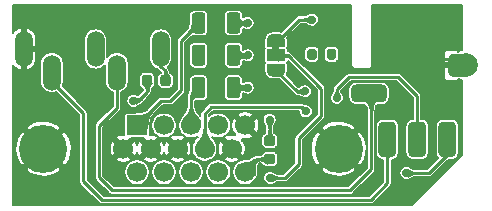
<source format=gbr>
G04 #@! TF.GenerationSoftware,KiCad,Pcbnew,(5.1.10-1-10_14)*
G04 #@! TF.CreationDate,2021-12-27T15:36:47-05:00*
G04 #@! TF.ProjectId,9DIN2VGA,3944494e-3256-4474-912e-6b696361645f,1*
G04 #@! TF.SameCoordinates,Original*
G04 #@! TF.FileFunction,Copper,L1,Top*
G04 #@! TF.FilePolarity,Positive*
%FSLAX46Y46*%
G04 Gerber Fmt 4.6, Leading zero omitted, Abs format (unit mm)*
G04 Created by KiCad (PCBNEW (5.1.10-1-10_14)) date 2021-12-27 15:36:47*
%MOMM*%
%LPD*%
G01*
G04 APERTURE LIST*
G04 #@! TA.AperFunction,EtchedComponent*
%ADD10C,0.152400*%
G04 #@! TD*
G04 #@! TA.AperFunction,ComponentPad*
%ADD11O,1.508000X3.016000*%
G04 #@! TD*
G04 #@! TA.AperFunction,ComponentPad*
%ADD12C,2.000000*%
G04 #@! TD*
G04 #@! TA.AperFunction,ComponentPad*
%ADD13C,1.700000*%
G04 #@! TD*
G04 #@! TA.AperFunction,ComponentPad*
%ADD14C,4.066000*%
G04 #@! TD*
G04 #@! TA.AperFunction,ComponentPad*
%ADD15R,1.700000X1.700000*%
G04 #@! TD*
G04 #@! TA.AperFunction,SMDPad,CuDef*
%ADD16C,0.152400*%
G04 #@! TD*
G04 #@! TA.AperFunction,SMDPad,CuDef*
%ADD17R,1.500000X1.000000*%
G04 #@! TD*
G04 #@! TA.AperFunction,ViaPad*
%ADD18C,0.700000*%
G04 #@! TD*
G04 #@! TA.AperFunction,Conductor*
%ADD19C,0.250000*%
G04 #@! TD*
G04 #@! TA.AperFunction,Conductor*
%ADD20C,0.160000*%
G04 #@! TD*
G04 #@! TA.AperFunction,Conductor*
%ADD21C,0.152400*%
G04 #@! TD*
G04 #@! TA.AperFunction,Conductor*
%ADD22C,0.025400*%
G04 #@! TD*
G04 APERTURE END LIST*
D10*
G36*
X138380000Y-92700000D02*
G01*
X138380000Y-93200000D01*
X137780000Y-93200000D01*
X137780000Y-92700000D01*
X138380000Y-92700000D01*
G37*
G04 #@! TA.AperFunction,SMDPad,CuDef*
G36*
G01*
X132115000Y-90209999D02*
X132115000Y-91510001D01*
G75*
G02*
X131865001Y-91760000I-249999J0D01*
G01*
X131214999Y-91760000D01*
G75*
G02*
X130965000Y-91510001I0J249999D01*
G01*
X130965000Y-90209999D01*
G75*
G02*
X131214999Y-89960000I249999J0D01*
G01*
X131865001Y-89960000D01*
G75*
G02*
X132115000Y-90209999I0J-249999D01*
G01*
G37*
G04 #@! TD.AperFunction*
G04 #@! TA.AperFunction,SMDPad,CuDef*
G36*
G01*
X135065000Y-90209999D02*
X135065000Y-91510001D01*
G75*
G02*
X134815001Y-91760000I-249999J0D01*
G01*
X134164999Y-91760000D01*
G75*
G02*
X133915000Y-91510001I0J249999D01*
G01*
X133915000Y-90209999D01*
G75*
G02*
X134164999Y-89960000I249999J0D01*
G01*
X134815001Y-89960000D01*
G75*
G02*
X135065000Y-90209999I0J-249999D01*
G01*
G37*
G04 #@! TD.AperFunction*
G04 #@! TA.AperFunction,SMDPad,CuDef*
G36*
G01*
X132115000Y-92939999D02*
X132115000Y-94240001D01*
G75*
G02*
X131865001Y-94490000I-249999J0D01*
G01*
X131214999Y-94490000D01*
G75*
G02*
X130965000Y-94240001I0J249999D01*
G01*
X130965000Y-92939999D01*
G75*
G02*
X131214999Y-92690000I249999J0D01*
G01*
X131865001Y-92690000D01*
G75*
G02*
X132115000Y-92939999I0J-249999D01*
G01*
G37*
G04 #@! TD.AperFunction*
G04 #@! TA.AperFunction,SMDPad,CuDef*
G36*
G01*
X135065000Y-92939999D02*
X135065000Y-94240001D01*
G75*
G02*
X134815001Y-94490000I-249999J0D01*
G01*
X134164999Y-94490000D01*
G75*
G02*
X133915000Y-94240001I0J249999D01*
G01*
X133915000Y-92939999D01*
G75*
G02*
X134164999Y-92690000I249999J0D01*
G01*
X134815001Y-92690000D01*
G75*
G02*
X135065000Y-92939999I0J-249999D01*
G01*
G37*
G04 #@! TD.AperFunction*
G04 #@! TA.AperFunction,SMDPad,CuDef*
G36*
G01*
X132115000Y-95679999D02*
X132115000Y-96980001D01*
G75*
G02*
X131865001Y-97230000I-249999J0D01*
G01*
X131214999Y-97230000D01*
G75*
G02*
X130965000Y-96980001I0J249999D01*
G01*
X130965000Y-95679999D01*
G75*
G02*
X131214999Y-95430000I249999J0D01*
G01*
X131865001Y-95430000D01*
G75*
G02*
X132115000Y-95679999I0J-249999D01*
G01*
G37*
G04 #@! TD.AperFunction*
G04 #@! TA.AperFunction,SMDPad,CuDef*
G36*
G01*
X135065000Y-95679999D02*
X135065000Y-96980001D01*
G75*
G02*
X134815001Y-97230000I-249999J0D01*
G01*
X134164999Y-97230000D01*
G75*
G02*
X133915000Y-96980001I0J249999D01*
G01*
X133915000Y-95679999D01*
G75*
G02*
X134164999Y-95430000I249999J0D01*
G01*
X134815001Y-95430000D01*
G75*
G02*
X135065000Y-95679999I0J-249999D01*
G01*
G37*
G04 #@! TD.AperFunction*
G04 #@! TA.AperFunction,SMDPad,CuDef*
G36*
G01*
X127625000Y-95480000D02*
X127625000Y-95980000D01*
G75*
G02*
X127400000Y-96205000I-225000J0D01*
G01*
X126950000Y-96205000D01*
G75*
G02*
X126725000Y-95980000I0J225000D01*
G01*
X126725000Y-95480000D01*
G75*
G02*
X126950000Y-95255000I225000J0D01*
G01*
X127400000Y-95255000D01*
G75*
G02*
X127625000Y-95480000I0J-225000D01*
G01*
G37*
G04 #@! TD.AperFunction*
G04 #@! TA.AperFunction,SMDPad,CuDef*
G36*
G01*
X129175000Y-95480000D02*
X129175000Y-95980000D01*
G75*
G02*
X128950000Y-96205000I-225000J0D01*
G01*
X128500000Y-96205000D01*
G75*
G02*
X128275000Y-95980000I0J225000D01*
G01*
X128275000Y-95480000D01*
G75*
G02*
X128500000Y-95255000I225000J0D01*
G01*
X128950000Y-95255000D01*
G75*
G02*
X129175000Y-95480000I0J-225000D01*
G01*
G37*
G04 #@! TD.AperFunction*
G04 #@! TA.AperFunction,SMDPad,CuDef*
G36*
G01*
X137290000Y-101930000D02*
X137790000Y-101930000D01*
G75*
G02*
X138015000Y-102155000I0J-225000D01*
G01*
X138015000Y-102605000D01*
G75*
G02*
X137790000Y-102830000I-225000J0D01*
G01*
X137290000Y-102830000D01*
G75*
G02*
X137065000Y-102605000I0J225000D01*
G01*
X137065000Y-102155000D01*
G75*
G02*
X137290000Y-101930000I225000J0D01*
G01*
G37*
G04 #@! TD.AperFunction*
G04 #@! TA.AperFunction,SMDPad,CuDef*
G36*
G01*
X137290000Y-100380000D02*
X137790000Y-100380000D01*
G75*
G02*
X138015000Y-100605000I0J-225000D01*
G01*
X138015000Y-101055000D01*
G75*
G02*
X137790000Y-101280000I-225000J0D01*
G01*
X137290000Y-101280000D01*
G75*
G02*
X137065000Y-101055000I0J225000D01*
G01*
X137065000Y-100605000D01*
G75*
G02*
X137290000Y-100380000I225000J0D01*
G01*
G37*
G04 #@! TD.AperFunction*
D11*
X116710000Y-93060000D03*
X119110000Y-95060000D03*
X122810000Y-93060000D03*
X124610000Y-95060000D03*
X128310000Y-93060000D03*
G04 #@! TA.AperFunction,ComponentPad*
G36*
G01*
X152641804Y-94943357D02*
X152641804Y-93943357D01*
G75*
G02*
X153141804Y-93443357I500000J0D01*
G01*
X154141804Y-93443357D01*
G75*
G02*
X154641804Y-93943357I0J-500000D01*
G01*
X154641804Y-94943357D01*
G75*
G02*
X154141804Y-95443357I-500000J0D01*
G01*
X153141804Y-95443357D01*
G75*
G02*
X152641804Y-94943357I0J500000D01*
G01*
G37*
G04 #@! TD.AperFunction*
D12*
X154141804Y-94443357D03*
G04 #@! TA.AperFunction,SMDPad,CuDef*
G36*
G01*
X147086804Y-97563357D02*
X144836804Y-97563357D01*
G75*
G02*
X144461804Y-97188357I0J375000D01*
G01*
X144461804Y-96438357D01*
G75*
G02*
X144836804Y-96063357I375000J0D01*
G01*
X147086804Y-96063357D01*
G75*
G02*
X147461804Y-96438357I0J-375000D01*
G01*
X147461804Y-97188357D01*
G75*
G02*
X147086804Y-97563357I-375000J0D01*
G01*
G37*
G04 #@! TD.AperFunction*
G04 #@! TA.AperFunction,SMDPad,CuDef*
G36*
G01*
X151831804Y-101838357D02*
X151831804Y-99588357D01*
G75*
G02*
X152206804Y-99213357I375000J0D01*
G01*
X152956804Y-99213357D01*
G75*
G02*
X153331804Y-99588357I0J-375000D01*
G01*
X153331804Y-101838357D01*
G75*
G02*
X152956804Y-102213357I-375000J0D01*
G01*
X152206804Y-102213357D01*
G75*
G02*
X151831804Y-101838357I0J375000D01*
G01*
G37*
G04 #@! TD.AperFunction*
G04 #@! TA.AperFunction,SMDPad,CuDef*
G36*
G01*
X149281804Y-101838357D02*
X149281804Y-99588357D01*
G75*
G02*
X149656804Y-99213357I375000J0D01*
G01*
X150406804Y-99213357D01*
G75*
G02*
X150781804Y-99588357I0J-375000D01*
G01*
X150781804Y-101838357D01*
G75*
G02*
X150406804Y-102213357I-375000J0D01*
G01*
X149656804Y-102213357D01*
G75*
G02*
X149281804Y-101838357I0J375000D01*
G01*
G37*
G04 #@! TD.AperFunction*
G04 #@! TA.AperFunction,SMDPad,CuDef*
G36*
G01*
X146751804Y-101838357D02*
X146751804Y-99588357D01*
G75*
G02*
X147126804Y-99213357I375000J0D01*
G01*
X147876804Y-99213357D01*
G75*
G02*
X148251804Y-99588357I0J-375000D01*
G01*
X148251804Y-101838357D01*
G75*
G02*
X147876804Y-102213357I-375000J0D01*
G01*
X147126804Y-102213357D01*
G75*
G02*
X146751804Y-101838357I0J375000D01*
G01*
G37*
G04 #@! TD.AperFunction*
D13*
X135475000Y-103490000D03*
X133185000Y-103490000D03*
X130895000Y-103490000D03*
X128605000Y-103490000D03*
X126315000Y-103490000D03*
X134330000Y-101510000D03*
X132040000Y-101510000D03*
X129750000Y-101510000D03*
X127460000Y-101510000D03*
X125170000Y-101510000D03*
X135475000Y-99530000D03*
X133185000Y-99530000D03*
X130895000Y-99530000D03*
X128605000Y-99530000D03*
D14*
X143390000Y-101510000D03*
X118400000Y-101510000D03*
D15*
X126315000Y-99530000D03*
G04 #@! TA.AperFunction,SMDPad,CuDef*
G36*
G01*
X141525000Y-93235000D02*
X141525000Y-93785000D01*
G75*
G02*
X141325000Y-93985000I-200000J0D01*
G01*
X140925000Y-93985000D01*
G75*
G02*
X140725000Y-93785000I0J200000D01*
G01*
X140725000Y-93235000D01*
G75*
G02*
X140925000Y-93035000I200000J0D01*
G01*
X141325000Y-93035000D01*
G75*
G02*
X141525000Y-93235000I0J-200000D01*
G01*
G37*
G04 #@! TD.AperFunction*
G04 #@! TA.AperFunction,SMDPad,CuDef*
G36*
G01*
X143175000Y-93235000D02*
X143175000Y-93785000D01*
G75*
G02*
X142975000Y-93985000I-200000J0D01*
G01*
X142575000Y-93985000D01*
G75*
G02*
X142375000Y-93785000I0J200000D01*
G01*
X142375000Y-93235000D01*
G75*
G02*
X142575000Y-93035000I200000J0D01*
G01*
X142975000Y-93035000D01*
G75*
G02*
X143175000Y-93235000I0J-200000D01*
G01*
G37*
G04 #@! TD.AperFunction*
G04 #@! TA.AperFunction,SMDPad,CuDef*
D16*
G36*
X137330000Y-92850000D02*
G01*
X137330000Y-92300000D01*
X137330602Y-92300000D01*
X137330602Y-92275466D01*
X137335412Y-92226635D01*
X137344984Y-92178510D01*
X137359228Y-92131555D01*
X137378005Y-92086222D01*
X137401136Y-92042949D01*
X137428396Y-92002150D01*
X137459524Y-91964221D01*
X137494221Y-91929524D01*
X137532150Y-91898396D01*
X137572949Y-91871136D01*
X137616222Y-91848005D01*
X137661555Y-91829228D01*
X137708510Y-91814984D01*
X137756635Y-91805412D01*
X137805466Y-91800602D01*
X137830000Y-91800602D01*
X137830000Y-91800000D01*
X138330000Y-91800000D01*
X138330000Y-91800602D01*
X138354534Y-91800602D01*
X138403365Y-91805412D01*
X138451490Y-91814984D01*
X138498445Y-91829228D01*
X138543778Y-91848005D01*
X138587051Y-91871136D01*
X138627850Y-91898396D01*
X138665779Y-91929524D01*
X138700476Y-91964221D01*
X138731604Y-92002150D01*
X138758864Y-92042949D01*
X138781995Y-92086222D01*
X138800772Y-92131555D01*
X138815016Y-92178510D01*
X138824588Y-92226635D01*
X138829398Y-92275466D01*
X138829398Y-92300000D01*
X138830000Y-92300000D01*
X138830000Y-92850000D01*
X137330000Y-92850000D01*
G37*
G04 #@! TD.AperFunction*
D17*
X138080000Y-93600000D03*
G04 #@! TA.AperFunction,SMDPad,CuDef*
D16*
G36*
X138829398Y-94900000D02*
G01*
X138829398Y-94924534D01*
X138824588Y-94973365D01*
X138815016Y-95021490D01*
X138800772Y-95068445D01*
X138781995Y-95113778D01*
X138758864Y-95157051D01*
X138731604Y-95197850D01*
X138700476Y-95235779D01*
X138665779Y-95270476D01*
X138627850Y-95301604D01*
X138587051Y-95328864D01*
X138543778Y-95351995D01*
X138498445Y-95370772D01*
X138451490Y-95385016D01*
X138403365Y-95394588D01*
X138354534Y-95399398D01*
X138330000Y-95399398D01*
X138330000Y-95400000D01*
X137830000Y-95400000D01*
X137830000Y-95399398D01*
X137805466Y-95399398D01*
X137756635Y-95394588D01*
X137708510Y-95385016D01*
X137661555Y-95370772D01*
X137616222Y-95351995D01*
X137572949Y-95328864D01*
X137532150Y-95301604D01*
X137494221Y-95270476D01*
X137459524Y-95235779D01*
X137428396Y-95197850D01*
X137401136Y-95157051D01*
X137378005Y-95113778D01*
X137359228Y-95068445D01*
X137344984Y-95021490D01*
X137335412Y-94973365D01*
X137330602Y-94924534D01*
X137330602Y-94900000D01*
X137330000Y-94900000D01*
X137330000Y-94350000D01*
X138830000Y-94350000D01*
X138830000Y-94900000D01*
X138829398Y-94900000D01*
G37*
G04 #@! TD.AperFunction*
D18*
X135680000Y-90860000D03*
X131540000Y-93590000D03*
X135680000Y-93590000D03*
X135680000Y-96330000D03*
X126009999Y-97450000D03*
X137540000Y-99049996D03*
X143240000Y-97210000D03*
X149130002Y-103560000D03*
X140609998Y-98350000D03*
X137580000Y-103970000D03*
X141120000Y-93520000D03*
X141120000Y-90570000D03*
X140540000Y-96640000D03*
X142780002Y-93510000D03*
D19*
X151440000Y-93930000D02*
X153510000Y-93930000D01*
X135680000Y-90860000D02*
X134500000Y-90860000D01*
X129140000Y-97460000D02*
X128390000Y-97460000D01*
X130040000Y-96560000D02*
X129140000Y-97460000D01*
X128390000Y-97460000D02*
X126320000Y-99530000D01*
X130040000Y-92360000D02*
X130040000Y-96560000D01*
X131540000Y-90860000D02*
X130040000Y-92360000D01*
X135680000Y-93590000D02*
X134510000Y-93590000D01*
X135680000Y-96330000D02*
X134490000Y-96330000D01*
X131540000Y-96330000D02*
X131540000Y-96610000D01*
X131540000Y-96610000D02*
X130890000Y-97260000D01*
X130890000Y-97260000D02*
X130890000Y-99530000D01*
X128310000Y-93060000D02*
X128310000Y-94530000D01*
X128310000Y-94530000D02*
X128720000Y-94940000D01*
X128720000Y-94940000D02*
X128720000Y-95730000D01*
X127180000Y-96710000D02*
X126440000Y-97450000D01*
X126440000Y-97450000D02*
X126009999Y-97450000D01*
X127180000Y-95730000D02*
X127180000Y-96710000D01*
X136595000Y-102375000D02*
X135480000Y-103490000D01*
X136595000Y-102375000D02*
X137535000Y-102375000D01*
X137540000Y-100830000D02*
X137540000Y-99049996D01*
X146140000Y-97480000D02*
X145970000Y-97310000D01*
X146140000Y-103250000D02*
X146140000Y-97480000D01*
X124220000Y-105040000D02*
X144350000Y-105040000D01*
X144350000Y-105040000D02*
X146140000Y-103250000D01*
X123110000Y-103930000D02*
X124220000Y-105040000D01*
X123110000Y-99550000D02*
X123110000Y-103930000D01*
X124610000Y-98050000D02*
X123110000Y-99550000D01*
X124610000Y-95060000D02*
X124610000Y-98050000D01*
X119110000Y-95840000D02*
X121770000Y-98500000D01*
X146110000Y-105830000D02*
X147500000Y-104440000D01*
X147500000Y-104440000D02*
X147500000Y-100710000D01*
X121770000Y-98500000D02*
X121770000Y-104270000D01*
X119110000Y-95060000D02*
X119110000Y-95840000D01*
X123330000Y-105830000D02*
X146110000Y-105830000D01*
X121770000Y-104270000D02*
X123330000Y-105830000D01*
X143240000Y-96490000D02*
X143240000Y-97210000D01*
X148430000Y-95440000D02*
X144290000Y-95440000D01*
X150031804Y-97041804D02*
X148430000Y-95440000D01*
X144290000Y-95440000D02*
X143240000Y-96490000D01*
X150031804Y-100713357D02*
X150031804Y-97041804D01*
X151060000Y-103560000D02*
X149130002Y-103560000D01*
X152581804Y-102038196D02*
X151060000Y-103560000D01*
X152581804Y-100713357D02*
X152581804Y-102038196D01*
X140219998Y-97960000D02*
X140609998Y-98350000D01*
X132620000Y-97960000D02*
X140219998Y-97960000D01*
X132040000Y-98540000D02*
X132620000Y-97960000D01*
X132040000Y-101510000D02*
X132040000Y-98540000D01*
X139100000Y-93610000D02*
X138090000Y-93610000D01*
X141900000Y-96410000D02*
X139100000Y-93610000D01*
X140000000Y-100630000D02*
X141900000Y-98730000D01*
X141900000Y-98730000D02*
X141900000Y-96410000D01*
X138090000Y-93610000D02*
X138080000Y-93600000D01*
X140000000Y-102840000D02*
X140000000Y-100630000D01*
X138870000Y-103970000D02*
X140000000Y-102840000D01*
X137580000Y-103970000D02*
X138870000Y-103970000D01*
X138310000Y-92300000D02*
X138080000Y-92300000D01*
X140040000Y-90570000D02*
X138310000Y-92300000D01*
X141120000Y-90570000D02*
X140040000Y-90570000D01*
X138100000Y-94900000D02*
X138080000Y-94900000D01*
X139840000Y-96640000D02*
X138100000Y-94900000D01*
X140540000Y-96640000D02*
X139840000Y-96640000D01*
D20*
X144470000Y-94425754D02*
X144468597Y-94440000D01*
X144474196Y-94496850D01*
X144490779Y-94551515D01*
X144517707Y-94601895D01*
X144552655Y-94644479D01*
X144553947Y-94646053D01*
X144598105Y-94682293D01*
X144648485Y-94709221D01*
X144703150Y-94725804D01*
X144760000Y-94731403D01*
X144774245Y-94730000D01*
X145945755Y-94730000D01*
X145960000Y-94731403D01*
X145974245Y-94730000D01*
X146016850Y-94725804D01*
X146071515Y-94709221D01*
X146121895Y-94682293D01*
X146166053Y-94646053D01*
X146202293Y-94601895D01*
X146229221Y-94551515D01*
X146245804Y-94496850D01*
X146251403Y-94440000D01*
X146250000Y-94425755D01*
X146250000Y-89370000D01*
X153840001Y-89370000D01*
X153840001Y-93146831D01*
X153766530Y-93160691D01*
X153523506Y-93258550D01*
X153500181Y-93271018D01*
X153471804Y-93313262D01*
X153471804Y-93195857D01*
X153389304Y-93113357D01*
X152641804Y-93111760D01*
X152577113Y-93118132D01*
X152514907Y-93137001D01*
X152457579Y-93167644D01*
X152407330Y-93208883D01*
X152366091Y-93259132D01*
X152335448Y-93316460D01*
X152316579Y-93378666D01*
X152310207Y-93443357D01*
X152311804Y-94190857D01*
X152394304Y-94273357D01*
X152818574Y-94273357D01*
X152813165Y-94299210D01*
X152810573Y-94561184D01*
X152820415Y-94613357D01*
X152394304Y-94613357D01*
X152311804Y-94695857D01*
X152310207Y-95443357D01*
X152316579Y-95508048D01*
X152335448Y-95570254D01*
X152366091Y-95627582D01*
X152407330Y-95677831D01*
X152457579Y-95719070D01*
X152514907Y-95749713D01*
X152577113Y-95768582D01*
X152641804Y-95774954D01*
X153389304Y-95773357D01*
X153471804Y-95690857D01*
X153471804Y-95573452D01*
X153500181Y-95615696D01*
X153741222Y-95718345D01*
X153840000Y-95739011D01*
X153840000Y-102069878D01*
X149639879Y-106270000D01*
X115790000Y-106270000D01*
X115790000Y-103246386D01*
X116904030Y-103246386D01*
X117145457Y-103525952D01*
X117562856Y-103731965D01*
X118012425Y-103852590D01*
X118476889Y-103883190D01*
X118938397Y-103822589D01*
X119379216Y-103673117D01*
X119654543Y-103525952D01*
X119895970Y-103246386D01*
X118400000Y-101750416D01*
X116904030Y-103246386D01*
X115790000Y-103246386D01*
X115790000Y-101586889D01*
X116026810Y-101586889D01*
X116087411Y-102048397D01*
X116236883Y-102489216D01*
X116384048Y-102764543D01*
X116663614Y-103005970D01*
X118159584Y-101510000D01*
X118640416Y-101510000D01*
X120136386Y-103005970D01*
X120415952Y-102764543D01*
X120621965Y-102347144D01*
X120742590Y-101897575D01*
X120773190Y-101433111D01*
X120712589Y-100971603D01*
X120563117Y-100530784D01*
X120415952Y-100255457D01*
X120136386Y-100014030D01*
X118640416Y-101510000D01*
X118159584Y-101510000D01*
X116663614Y-100014030D01*
X116384048Y-100255457D01*
X116178035Y-100672856D01*
X116057410Y-101122425D01*
X116026810Y-101586889D01*
X115790000Y-101586889D01*
X115790000Y-99773614D01*
X116904030Y-99773614D01*
X118400000Y-101269584D01*
X119895970Y-99773614D01*
X119654543Y-99494048D01*
X119237144Y-99288035D01*
X118787575Y-99167410D01*
X118323111Y-99136810D01*
X117861603Y-99197411D01*
X117420784Y-99346883D01*
X117145457Y-99494048D01*
X116904030Y-99773614D01*
X115790000Y-99773614D01*
X115790000Y-94407660D01*
X115903134Y-94557588D01*
X116063705Y-94700712D01*
X116249112Y-94809760D01*
X116374616Y-94844812D01*
X116540000Y-94800966D01*
X116540000Y-93230000D01*
X116880000Y-93230000D01*
X116880000Y-94800966D01*
X117045384Y-94844812D01*
X117170888Y-94809760D01*
X117356295Y-94700712D01*
X117516866Y-94557588D01*
X117646429Y-94385888D01*
X117708617Y-94257175D01*
X118116000Y-94257175D01*
X118116001Y-95862826D01*
X118130384Y-96008858D01*
X118187222Y-96196228D01*
X118279522Y-96368909D01*
X118403736Y-96520265D01*
X118555092Y-96644479D01*
X118727773Y-96736779D01*
X118915143Y-96793617D01*
X119110000Y-96812809D01*
X119304858Y-96793617D01*
X119490973Y-96737160D01*
X121405000Y-98651188D01*
X121405001Y-104252061D01*
X121403234Y-104270000D01*
X121409182Y-104330388D01*
X121410282Y-104341552D01*
X121431153Y-104410355D01*
X121465046Y-104473764D01*
X121510658Y-104529343D01*
X121524588Y-104540775D01*
X123059221Y-106075408D01*
X123070657Y-106089343D01*
X123126236Y-106134955D01*
X123189645Y-106168848D01*
X123258448Y-106189719D01*
X123312069Y-106195000D01*
X123312070Y-106195000D01*
X123329999Y-106196766D01*
X123347928Y-106195000D01*
X146092071Y-106195000D01*
X146110000Y-106196766D01*
X146127929Y-106195000D01*
X146127931Y-106195000D01*
X146181552Y-106189719D01*
X146250355Y-106168848D01*
X146313764Y-106134955D01*
X146369343Y-106089343D01*
X146380779Y-106075408D01*
X147745418Y-104710770D01*
X147759342Y-104699343D01*
X147804955Y-104643764D01*
X147838848Y-104580355D01*
X147859719Y-104511552D01*
X147865000Y-104457931D01*
X147865000Y-104457929D01*
X147866766Y-104440000D01*
X147865000Y-104422071D01*
X147865000Y-103501890D01*
X148540002Y-103501890D01*
X148540002Y-103618110D01*
X148562675Y-103732097D01*
X148607151Y-103839470D01*
X148671719Y-103936103D01*
X148753899Y-104018283D01*
X148850532Y-104082851D01*
X148957905Y-104127327D01*
X149071892Y-104150000D01*
X149188112Y-104150000D01*
X149302099Y-104127327D01*
X149409472Y-104082851D01*
X149430370Y-104068887D01*
X149452210Y-104057669D01*
X149460639Y-104053125D01*
X149512361Y-104023893D01*
X149516562Y-104021462D01*
X149561581Y-103994803D01*
X149599047Y-103973073D01*
X149628490Y-103957698D01*
X149653469Y-103947025D01*
X149679425Y-103938852D01*
X149712600Y-103932061D01*
X149758363Y-103927075D01*
X149823821Y-103925000D01*
X151042071Y-103925000D01*
X151060000Y-103926766D01*
X151077929Y-103925000D01*
X151077931Y-103925000D01*
X151131552Y-103919719D01*
X151200355Y-103898848D01*
X151263764Y-103864955D01*
X151319343Y-103819343D01*
X151330779Y-103805408D01*
X152681670Y-102454518D01*
X152956804Y-102454518D01*
X153077011Y-102442679D01*
X153192599Y-102407616D01*
X153299125Y-102350676D01*
X153392496Y-102274049D01*
X153469123Y-102180678D01*
X153526063Y-102074152D01*
X153561126Y-101958564D01*
X153572965Y-101838357D01*
X153572965Y-99588357D01*
X153561126Y-99468150D01*
X153526063Y-99352562D01*
X153469123Y-99246036D01*
X153392496Y-99152665D01*
X153299125Y-99076038D01*
X153192599Y-99019098D01*
X153077011Y-98984035D01*
X152956804Y-98972196D01*
X152206804Y-98972196D01*
X152086597Y-98984035D01*
X151971009Y-99019098D01*
X151864483Y-99076038D01*
X151771112Y-99152665D01*
X151694485Y-99246036D01*
X151637545Y-99352562D01*
X151602482Y-99468150D01*
X151590643Y-99588357D01*
X151590643Y-101838357D01*
X151602482Y-101958564D01*
X151637545Y-102074152D01*
X151694485Y-102180678D01*
X151771112Y-102274049D01*
X151803326Y-102300486D01*
X150908813Y-103195000D01*
X149823793Y-103195000D01*
X149758376Y-103192926D01*
X149712600Y-103187938D01*
X149679425Y-103181147D01*
X149653469Y-103172974D01*
X149628490Y-103162301D01*
X149599047Y-103146926D01*
X149561581Y-103125196D01*
X149516562Y-103098537D01*
X149512361Y-103096106D01*
X149460639Y-103066874D01*
X149452207Y-103062328D01*
X149430363Y-103051108D01*
X149409472Y-103037149D01*
X149302099Y-102992673D01*
X149188112Y-102970000D01*
X149071892Y-102970000D01*
X148957905Y-102992673D01*
X148850532Y-103037149D01*
X148753899Y-103101717D01*
X148671719Y-103183897D01*
X148607151Y-103280530D01*
X148562675Y-103387903D01*
X148540002Y-103501890D01*
X147865000Y-103501890D01*
X147865000Y-102454518D01*
X147876804Y-102454518D01*
X147997011Y-102442679D01*
X148112599Y-102407616D01*
X148219125Y-102350676D01*
X148312496Y-102274049D01*
X148389123Y-102180678D01*
X148446063Y-102074152D01*
X148481126Y-101958564D01*
X148492965Y-101838357D01*
X148492965Y-99588357D01*
X148481126Y-99468150D01*
X148446063Y-99352562D01*
X148389123Y-99246036D01*
X148312496Y-99152665D01*
X148219125Y-99076038D01*
X148112599Y-99019098D01*
X147997011Y-98984035D01*
X147876804Y-98972196D01*
X147126804Y-98972196D01*
X147006597Y-98984035D01*
X146891009Y-99019098D01*
X146784483Y-99076038D01*
X146691112Y-99152665D01*
X146614485Y-99246036D01*
X146557545Y-99352562D01*
X146522482Y-99468150D01*
X146510643Y-99588357D01*
X146510643Y-101838357D01*
X146522482Y-101958564D01*
X146557545Y-102074152D01*
X146614485Y-102180678D01*
X146691112Y-102274049D01*
X146784483Y-102350676D01*
X146891009Y-102407616D01*
X147006597Y-102442679D01*
X147126804Y-102454518D01*
X147135001Y-102454518D01*
X147135000Y-104288812D01*
X145958813Y-105465000D01*
X123481187Y-105465000D01*
X122135000Y-104118813D01*
X122135000Y-98517928D01*
X122136766Y-98499999D01*
X122134512Y-98477115D01*
X122129719Y-98428448D01*
X122108848Y-98359645D01*
X122074955Y-98296236D01*
X122053026Y-98269516D01*
X122040773Y-98254585D01*
X122040770Y-98254582D01*
X122029342Y-98240657D01*
X122015418Y-98229230D01*
X120015236Y-96229049D01*
X120032779Y-96196228D01*
X120089617Y-96008858D01*
X120104000Y-95862826D01*
X120104000Y-94257174D01*
X120089617Y-94111142D01*
X120032779Y-93923772D01*
X119940479Y-93751091D01*
X119816265Y-93599735D01*
X119664909Y-93475521D01*
X119492227Y-93383221D01*
X119304857Y-93326383D01*
X119110000Y-93307191D01*
X118915142Y-93326383D01*
X118727772Y-93383221D01*
X118555091Y-93475521D01*
X118403735Y-93599735D01*
X118279521Y-93751091D01*
X118187221Y-93923773D01*
X118130383Y-94111143D01*
X118116000Y-94257175D01*
X117708617Y-94257175D01*
X117740006Y-94192211D01*
X117794000Y-93984000D01*
X117794000Y-93230000D01*
X116880000Y-93230000D01*
X116540000Y-93230000D01*
X116520000Y-93230000D01*
X116520000Y-92890000D01*
X116540000Y-92890000D01*
X116540000Y-91319034D01*
X116880000Y-91319034D01*
X116880000Y-92890000D01*
X117794000Y-92890000D01*
X117794000Y-92257175D01*
X121816000Y-92257175D01*
X121816001Y-93862826D01*
X121830384Y-94008858D01*
X121887222Y-94196228D01*
X121979522Y-94368909D01*
X122103736Y-94520265D01*
X122255092Y-94644479D01*
X122427773Y-94736779D01*
X122615143Y-94793617D01*
X122810000Y-94812809D01*
X123004858Y-94793617D01*
X123192228Y-94736779D01*
X123364909Y-94644479D01*
X123516265Y-94520265D01*
X123616000Y-94398737D01*
X123616001Y-95862826D01*
X123630384Y-96008858D01*
X123687222Y-96196228D01*
X123779522Y-96368909D01*
X123903736Y-96520265D01*
X124055092Y-96644479D01*
X124227773Y-96736779D01*
X124245001Y-96742005D01*
X124245001Y-97898811D01*
X122864588Y-99279225D01*
X122850657Y-99290658D01*
X122805045Y-99346237D01*
X122771152Y-99409646D01*
X122750281Y-99478449D01*
X122745000Y-99532069D01*
X122743234Y-99550000D01*
X122745000Y-99567929D01*
X122745001Y-103912061D01*
X122743234Y-103930000D01*
X122749617Y-103994803D01*
X122750282Y-104001552D01*
X122771153Y-104070355D01*
X122805046Y-104133764D01*
X122850658Y-104189343D01*
X122864587Y-104200774D01*
X123949225Y-105285413D01*
X123960657Y-105299343D01*
X124016236Y-105344955D01*
X124079645Y-105378848D01*
X124148448Y-105399719D01*
X124202069Y-105405000D01*
X124202070Y-105405000D01*
X124219999Y-105406766D01*
X124237928Y-105405000D01*
X144332071Y-105405000D01*
X144350000Y-105406766D01*
X144367929Y-105405000D01*
X144367931Y-105405000D01*
X144421552Y-105399719D01*
X144490355Y-105378848D01*
X144553764Y-105344955D01*
X144609343Y-105299343D01*
X144620779Y-105285408D01*
X146385418Y-103520770D01*
X146399342Y-103509343D01*
X146415217Y-103490000D01*
X146444954Y-103453766D01*
X146461912Y-103422039D01*
X146478848Y-103390355D01*
X146499719Y-103321552D01*
X146505000Y-103267931D01*
X146505000Y-103267930D01*
X146506766Y-103250001D01*
X146505000Y-103232072D01*
X146505000Y-98305372D01*
X146512719Y-98132704D01*
X146532468Y-98001021D01*
X146561293Y-97894872D01*
X146597124Y-97804518D01*
X147086804Y-97804518D01*
X147207011Y-97792679D01*
X147322599Y-97757616D01*
X147429125Y-97700676D01*
X147522496Y-97624049D01*
X147599123Y-97530678D01*
X147656063Y-97424152D01*
X147691126Y-97308564D01*
X147702965Y-97188357D01*
X147702965Y-96438357D01*
X147691126Y-96318150D01*
X147656063Y-96202562D01*
X147599123Y-96096036D01*
X147522496Y-96002665D01*
X147429125Y-95926038D01*
X147322599Y-95869098D01*
X147207011Y-95834035D01*
X147086804Y-95822196D01*
X144836804Y-95822196D01*
X144716597Y-95834035D01*
X144601009Y-95869098D01*
X144494483Y-95926038D01*
X144401112Y-96002665D01*
X144324485Y-96096036D01*
X144267545Y-96202562D01*
X144232482Y-96318150D01*
X144220643Y-96438357D01*
X144220643Y-97188357D01*
X144232482Y-97308564D01*
X144267545Y-97424152D01*
X144324485Y-97530678D01*
X144401112Y-97624049D01*
X144494483Y-97700676D01*
X144601009Y-97757616D01*
X144716597Y-97792679D01*
X144836804Y-97804518D01*
X145563460Y-97804518D01*
X145583864Y-97822891D01*
X145644875Y-97883878D01*
X145689714Y-97939609D01*
X145723007Y-97997326D01*
X145749003Y-98068726D01*
X145767490Y-98166667D01*
X145775001Y-98306453D01*
X145775000Y-103098812D01*
X144198813Y-104675000D01*
X124371188Y-104675000D01*
X123475000Y-103778813D01*
X123475000Y-103382644D01*
X125225000Y-103382644D01*
X125225000Y-103597356D01*
X125266888Y-103807941D01*
X125349055Y-104006309D01*
X125468342Y-104184834D01*
X125620166Y-104336658D01*
X125798691Y-104455945D01*
X125997059Y-104538112D01*
X126207644Y-104580000D01*
X126422356Y-104580000D01*
X126632941Y-104538112D01*
X126831309Y-104455945D01*
X127009834Y-104336658D01*
X127161658Y-104184834D01*
X127280945Y-104006309D01*
X127363112Y-103807941D01*
X127405000Y-103597356D01*
X127405000Y-103382644D01*
X127515000Y-103382644D01*
X127515000Y-103597356D01*
X127556888Y-103807941D01*
X127639055Y-104006309D01*
X127758342Y-104184834D01*
X127910166Y-104336658D01*
X128088691Y-104455945D01*
X128287059Y-104538112D01*
X128497644Y-104580000D01*
X128712356Y-104580000D01*
X128922941Y-104538112D01*
X129121309Y-104455945D01*
X129299834Y-104336658D01*
X129451658Y-104184834D01*
X129570945Y-104006309D01*
X129653112Y-103807941D01*
X129695000Y-103597356D01*
X129695000Y-103382644D01*
X129805000Y-103382644D01*
X129805000Y-103597356D01*
X129846888Y-103807941D01*
X129929055Y-104006309D01*
X130048342Y-104184834D01*
X130200166Y-104336658D01*
X130378691Y-104455945D01*
X130577059Y-104538112D01*
X130787644Y-104580000D01*
X131002356Y-104580000D01*
X131212941Y-104538112D01*
X131411309Y-104455945D01*
X131589834Y-104336658D01*
X131741658Y-104184834D01*
X131860945Y-104006309D01*
X131943112Y-103807941D01*
X131985000Y-103597356D01*
X131985000Y-103382644D01*
X132095000Y-103382644D01*
X132095000Y-103597356D01*
X132136888Y-103807941D01*
X132219055Y-104006309D01*
X132338342Y-104184834D01*
X132490166Y-104336658D01*
X132668691Y-104455945D01*
X132867059Y-104538112D01*
X133077644Y-104580000D01*
X133292356Y-104580000D01*
X133502941Y-104538112D01*
X133701309Y-104455945D01*
X133879834Y-104336658D01*
X134031658Y-104184834D01*
X134150945Y-104006309D01*
X134233112Y-103807941D01*
X134275000Y-103597356D01*
X134275000Y-103382644D01*
X134385000Y-103382644D01*
X134385000Y-103597356D01*
X134426888Y-103807941D01*
X134509055Y-104006309D01*
X134628342Y-104184834D01*
X134780166Y-104336658D01*
X134958691Y-104455945D01*
X135157059Y-104538112D01*
X135367644Y-104580000D01*
X135582356Y-104580000D01*
X135792941Y-104538112D01*
X135991309Y-104455945D01*
X136169834Y-104336658D01*
X136321658Y-104184834D01*
X136440945Y-104006309D01*
X136480054Y-103911890D01*
X136990000Y-103911890D01*
X136990000Y-104028110D01*
X137012673Y-104142097D01*
X137057149Y-104249470D01*
X137121717Y-104346103D01*
X137203897Y-104428283D01*
X137300530Y-104492851D01*
X137407903Y-104537327D01*
X137521890Y-104560000D01*
X137638110Y-104560000D01*
X137752097Y-104537327D01*
X137859470Y-104492851D01*
X137880368Y-104478887D01*
X137902208Y-104467669D01*
X137910637Y-104463125D01*
X137962359Y-104433893D01*
X137966560Y-104431462D01*
X138011579Y-104404803D01*
X138049045Y-104383073D01*
X138078488Y-104367698D01*
X138103467Y-104357025D01*
X138129423Y-104348852D01*
X138162598Y-104342061D01*
X138208361Y-104337075D01*
X138273819Y-104335000D01*
X138852071Y-104335000D01*
X138870000Y-104336766D01*
X138887929Y-104335000D01*
X138887931Y-104335000D01*
X138941552Y-104329719D01*
X139010355Y-104308848D01*
X139073764Y-104274955D01*
X139129343Y-104229343D01*
X139140779Y-104215408D01*
X140109801Y-103246386D01*
X141894030Y-103246386D01*
X142135457Y-103525952D01*
X142552856Y-103731965D01*
X143002425Y-103852590D01*
X143466889Y-103883190D01*
X143928397Y-103822589D01*
X144369216Y-103673117D01*
X144644543Y-103525952D01*
X144885970Y-103246386D01*
X143390000Y-101750416D01*
X141894030Y-103246386D01*
X140109801Y-103246386D01*
X140245418Y-103110770D01*
X140259342Y-103099343D01*
X140289822Y-103062204D01*
X140304954Y-103043766D01*
X140311502Y-103031515D01*
X140338848Y-102980355D01*
X140359719Y-102911552D01*
X140365000Y-102857931D01*
X140365000Y-102857930D01*
X140366766Y-102840001D01*
X140365000Y-102822072D01*
X140365000Y-101586889D01*
X141016810Y-101586889D01*
X141077411Y-102048397D01*
X141226883Y-102489216D01*
X141374048Y-102764543D01*
X141653614Y-103005970D01*
X143149584Y-101510000D01*
X143630416Y-101510000D01*
X145126386Y-103005970D01*
X145405952Y-102764543D01*
X145611965Y-102347144D01*
X145732590Y-101897575D01*
X145763190Y-101433111D01*
X145702589Y-100971603D01*
X145553117Y-100530784D01*
X145405952Y-100255457D01*
X145126386Y-100014030D01*
X143630416Y-101510000D01*
X143149584Y-101510000D01*
X141653614Y-100014030D01*
X141374048Y-100255457D01*
X141168035Y-100672856D01*
X141047410Y-101122425D01*
X141016810Y-101586889D01*
X140365000Y-101586889D01*
X140365000Y-100781187D01*
X141372573Y-99773614D01*
X141894030Y-99773614D01*
X143390000Y-101269584D01*
X144885970Y-99773614D01*
X144644543Y-99494048D01*
X144227144Y-99288035D01*
X143777575Y-99167410D01*
X143313111Y-99136810D01*
X142851603Y-99197411D01*
X142410784Y-99346883D01*
X142135457Y-99494048D01*
X141894030Y-99773614D01*
X141372573Y-99773614D01*
X142145418Y-99000770D01*
X142159342Y-98989343D01*
X142173415Y-98972196D01*
X142204954Y-98933765D01*
X142204955Y-98933764D01*
X142238848Y-98870355D01*
X142259719Y-98801552D01*
X142265000Y-98747931D01*
X142265000Y-98747929D01*
X142266766Y-98730000D01*
X142265000Y-98712071D01*
X142265000Y-97151890D01*
X142650000Y-97151890D01*
X142650000Y-97268110D01*
X142672673Y-97382097D01*
X142717149Y-97489470D01*
X142781717Y-97586103D01*
X142863897Y-97668283D01*
X142960530Y-97732851D01*
X143067903Y-97777327D01*
X143181890Y-97800000D01*
X143298110Y-97800000D01*
X143412097Y-97777327D01*
X143519470Y-97732851D01*
X143616103Y-97668283D01*
X143698283Y-97586103D01*
X143762851Y-97489470D01*
X143807327Y-97382097D01*
X143830000Y-97268110D01*
X143830000Y-97151890D01*
X143807327Y-97037903D01*
X143762851Y-96930530D01*
X143748891Y-96909637D01*
X143737670Y-96887792D01*
X143733125Y-96879362D01*
X143703893Y-96827640D01*
X143701462Y-96823439D01*
X143674803Y-96778420D01*
X143653073Y-96740954D01*
X143637698Y-96711511D01*
X143627025Y-96686532D01*
X143618852Y-96660576D01*
X143613204Y-96632983D01*
X144441188Y-95805000D01*
X148278813Y-95805000D01*
X149666805Y-97192993D01*
X149666804Y-98972196D01*
X149656804Y-98972196D01*
X149536597Y-98984035D01*
X149421009Y-99019098D01*
X149314483Y-99076038D01*
X149221112Y-99152665D01*
X149144485Y-99246036D01*
X149087545Y-99352562D01*
X149052482Y-99468150D01*
X149040643Y-99588357D01*
X149040643Y-101838357D01*
X149052482Y-101958564D01*
X149087545Y-102074152D01*
X149144485Y-102180678D01*
X149221112Y-102274049D01*
X149314483Y-102350676D01*
X149421009Y-102407616D01*
X149536597Y-102442679D01*
X149656804Y-102454518D01*
X150406804Y-102454518D01*
X150527011Y-102442679D01*
X150642599Y-102407616D01*
X150749125Y-102350676D01*
X150842496Y-102274049D01*
X150919123Y-102180678D01*
X150976063Y-102074152D01*
X151011126Y-101958564D01*
X151022965Y-101838357D01*
X151022965Y-99588357D01*
X151011126Y-99468150D01*
X150976063Y-99352562D01*
X150919123Y-99246036D01*
X150842496Y-99152665D01*
X150749125Y-99076038D01*
X150642599Y-99019098D01*
X150527011Y-98984035D01*
X150406804Y-98972196D01*
X150396804Y-98972196D01*
X150396804Y-97059733D01*
X150398570Y-97041804D01*
X150396309Y-97018852D01*
X150391523Y-96970252D01*
X150370652Y-96901449D01*
X150336759Y-96838040D01*
X150291147Y-96782461D01*
X150277217Y-96771029D01*
X148700779Y-95194592D01*
X148689343Y-95180657D01*
X148633764Y-95135045D01*
X148570355Y-95101152D01*
X148501552Y-95080281D01*
X148447931Y-95075000D01*
X148447929Y-95075000D01*
X148430000Y-95073234D01*
X148412071Y-95075000D01*
X144307928Y-95075000D01*
X144289999Y-95073234D01*
X144272070Y-95075000D01*
X144272069Y-95075000D01*
X144218448Y-95080281D01*
X144149645Y-95101152D01*
X144129253Y-95112052D01*
X144086234Y-95135046D01*
X144073601Y-95145414D01*
X144030657Y-95180657D01*
X144019225Y-95194587D01*
X142994588Y-96219225D01*
X142980657Y-96230658D01*
X142935045Y-96286237D01*
X142901152Y-96349646D01*
X142880281Y-96418449D01*
X142875239Y-96469645D01*
X142873234Y-96490000D01*
X142875000Y-96507929D01*
X142875000Y-96516208D01*
X142872926Y-96581625D01*
X142867938Y-96627401D01*
X142861147Y-96660576D01*
X142852974Y-96686532D01*
X142842301Y-96711511D01*
X142826926Y-96740954D01*
X142805196Y-96778420D01*
X142778537Y-96823439D01*
X142776106Y-96827640D01*
X142746874Y-96879362D01*
X142742328Y-96887795D01*
X142731109Y-96909637D01*
X142717149Y-96930530D01*
X142672673Y-97037903D01*
X142650000Y-97151890D01*
X142265000Y-97151890D01*
X142265000Y-96427929D01*
X142266766Y-96410000D01*
X142264610Y-96388110D01*
X142259719Y-96338448D01*
X142238848Y-96269645D01*
X142204955Y-96206236D01*
X142159343Y-96150657D01*
X142145413Y-96139225D01*
X139370779Y-93364592D01*
X139359343Y-93350657D01*
X139303764Y-93305045D01*
X139240355Y-93271152D01*
X139171552Y-93250281D01*
X139117931Y-93245000D01*
X139117929Y-93245000D01*
X139100000Y-93243234D01*
X139082940Y-93244914D01*
X139071161Y-93244424D01*
X139071161Y-93235000D01*
X140483839Y-93235000D01*
X140483839Y-93785000D01*
X140492316Y-93871066D01*
X140517420Y-93953825D01*
X140558188Y-94030096D01*
X140613052Y-94096948D01*
X140679904Y-94151812D01*
X140756175Y-94192580D01*
X140838934Y-94217684D01*
X140925000Y-94226161D01*
X141325000Y-94226161D01*
X141411066Y-94217684D01*
X141493825Y-94192580D01*
X141570096Y-94151812D01*
X141636948Y-94096948D01*
X141691812Y-94030096D01*
X141732580Y-93953825D01*
X141757684Y-93871066D01*
X141766161Y-93785000D01*
X141766161Y-93235000D01*
X142133839Y-93235000D01*
X142133839Y-93785000D01*
X142142316Y-93871066D01*
X142167420Y-93953825D01*
X142208188Y-94030096D01*
X142263052Y-94096948D01*
X142329904Y-94151812D01*
X142406175Y-94192580D01*
X142488934Y-94217684D01*
X142575000Y-94226161D01*
X142975000Y-94226161D01*
X143061066Y-94217684D01*
X143143825Y-94192580D01*
X143220096Y-94151812D01*
X143286948Y-94096948D01*
X143341812Y-94030096D01*
X143382580Y-93953825D01*
X143407684Y-93871066D01*
X143416161Y-93785000D01*
X143416161Y-93235000D01*
X143407684Y-93148934D01*
X143382580Y-93066175D01*
X143341812Y-92989904D01*
X143286948Y-92923052D01*
X143220096Y-92868188D01*
X143143825Y-92827420D01*
X143061066Y-92802316D01*
X142975000Y-92793839D01*
X142575000Y-92793839D01*
X142488934Y-92802316D01*
X142406175Y-92827420D01*
X142329904Y-92868188D01*
X142263052Y-92923052D01*
X142208188Y-92989904D01*
X142167420Y-93066175D01*
X142142316Y-93148934D01*
X142133839Y-93235000D01*
X141766161Y-93235000D01*
X141757684Y-93148934D01*
X141732580Y-93066175D01*
X141691812Y-92989904D01*
X141636948Y-92923052D01*
X141570096Y-92868188D01*
X141493825Y-92827420D01*
X141411066Y-92802316D01*
X141325000Y-92793839D01*
X140925000Y-92793839D01*
X140838934Y-92802316D01*
X140756175Y-92827420D01*
X140679904Y-92868188D01*
X140613052Y-92923052D01*
X140558188Y-92989904D01*
X140517420Y-93066175D01*
X140492316Y-93148934D01*
X140483839Y-93235000D01*
X139071161Y-93235000D01*
X139071161Y-93100000D01*
X139066527Y-93052952D01*
X139052804Y-93007712D01*
X139035319Y-92975000D01*
X139052804Y-92942288D01*
X139066527Y-92897048D01*
X139071161Y-92850000D01*
X139071161Y-92300000D01*
X139068753Y-92275552D01*
X139068753Y-92250991D01*
X139064119Y-92203943D01*
X139044997Y-92107810D01*
X139038801Y-92087386D01*
X140191188Y-90935000D01*
X140426181Y-90935000D01*
X140491638Y-90937075D01*
X140537401Y-90942061D01*
X140570576Y-90948852D01*
X140596532Y-90957025D01*
X140621511Y-90967698D01*
X140650954Y-90983073D01*
X140688420Y-91004803D01*
X140733439Y-91031462D01*
X140737640Y-91033893D01*
X140789362Y-91063125D01*
X140797792Y-91067670D01*
X140819637Y-91078891D01*
X140840530Y-91092851D01*
X140947903Y-91137327D01*
X141061890Y-91160000D01*
X141178110Y-91160000D01*
X141292097Y-91137327D01*
X141399470Y-91092851D01*
X141496103Y-91028283D01*
X141578283Y-90946103D01*
X141642851Y-90849470D01*
X141687327Y-90742097D01*
X141710000Y-90628110D01*
X141710000Y-90511890D01*
X141687327Y-90397903D01*
X141642851Y-90290530D01*
X141578283Y-90193897D01*
X141496103Y-90111717D01*
X141399470Y-90047149D01*
X141292097Y-90002673D01*
X141178110Y-89980000D01*
X141061890Y-89980000D01*
X140947903Y-90002673D01*
X140840530Y-90047149D01*
X140819637Y-90061109D01*
X140797795Y-90072328D01*
X140789362Y-90076874D01*
X140737640Y-90106106D01*
X140733439Y-90108537D01*
X140688420Y-90135196D01*
X140650954Y-90156926D01*
X140621511Y-90172301D01*
X140596532Y-90182974D01*
X140570576Y-90191147D01*
X140537401Y-90197938D01*
X140491625Y-90202926D01*
X140426209Y-90205000D01*
X140057928Y-90205000D01*
X140039999Y-90203234D01*
X140022070Y-90205000D01*
X140022069Y-90205000D01*
X139968448Y-90210281D01*
X139899645Y-90231152D01*
X139899643Y-90231153D01*
X139836234Y-90265046D01*
X139830198Y-90270000D01*
X139780657Y-90310657D01*
X139769225Y-90324587D01*
X138511030Y-91582783D01*
X138426057Y-91565881D01*
X138379009Y-91561247D01*
X138354448Y-91561247D01*
X138330000Y-91558839D01*
X137830000Y-91558839D01*
X137805552Y-91561247D01*
X137780991Y-91561247D01*
X137733943Y-91565881D01*
X137637810Y-91585003D01*
X137592571Y-91598726D01*
X137502015Y-91636235D01*
X137460320Y-91658521D01*
X137378821Y-91712977D01*
X137342276Y-91742968D01*
X137272968Y-91812276D01*
X137242977Y-91848821D01*
X137188521Y-91930320D01*
X137166235Y-91972015D01*
X137128726Y-92062571D01*
X137115003Y-92107810D01*
X137095881Y-92203943D01*
X137091247Y-92250991D01*
X137091247Y-92275552D01*
X137088839Y-92300000D01*
X137088839Y-92850000D01*
X137093473Y-92897048D01*
X137107196Y-92942288D01*
X137124681Y-92975000D01*
X137107196Y-93007712D01*
X137093473Y-93052952D01*
X137088839Y-93100000D01*
X137088839Y-94100000D01*
X137093473Y-94147048D01*
X137107196Y-94192288D01*
X137124681Y-94225000D01*
X137107196Y-94257712D01*
X137093473Y-94302952D01*
X137088839Y-94350000D01*
X137088839Y-94900000D01*
X137091247Y-94924448D01*
X137091247Y-94949009D01*
X137095881Y-94996057D01*
X137115003Y-95092190D01*
X137128726Y-95137429D01*
X137166235Y-95227985D01*
X137188521Y-95269680D01*
X137242977Y-95351179D01*
X137272968Y-95387724D01*
X137342276Y-95457032D01*
X137378821Y-95487023D01*
X137460320Y-95541479D01*
X137502015Y-95563765D01*
X137592571Y-95601274D01*
X137637810Y-95614997D01*
X137733943Y-95634119D01*
X137780991Y-95638753D01*
X137805552Y-95638753D01*
X137830000Y-95641161D01*
X138324974Y-95641161D01*
X139569225Y-96885413D01*
X139580657Y-96899343D01*
X139636236Y-96944955D01*
X139699645Y-96978848D01*
X139768448Y-96999719D01*
X139822069Y-97005000D01*
X139822071Y-97005000D01*
X139840000Y-97006766D01*
X139855069Y-97005282D01*
X139911638Y-97007075D01*
X139957401Y-97012061D01*
X139990576Y-97018852D01*
X140016532Y-97027025D01*
X140041511Y-97037698D01*
X140070954Y-97053073D01*
X140108420Y-97074803D01*
X140153439Y-97101462D01*
X140157640Y-97103893D01*
X140209362Y-97133125D01*
X140217792Y-97137670D01*
X140239637Y-97148891D01*
X140260530Y-97162851D01*
X140367903Y-97207327D01*
X140481890Y-97230000D01*
X140598110Y-97230000D01*
X140712097Y-97207327D01*
X140819470Y-97162851D01*
X140916103Y-97098283D01*
X140998283Y-97016103D01*
X141062851Y-96919470D01*
X141107327Y-96812097D01*
X141130000Y-96698110D01*
X141130000Y-96581890D01*
X141107327Y-96467903D01*
X141062851Y-96360530D01*
X140998283Y-96263897D01*
X140916103Y-96181717D01*
X140819470Y-96117149D01*
X140712097Y-96072673D01*
X140598110Y-96050000D01*
X140481890Y-96050000D01*
X140367903Y-96072673D01*
X140260530Y-96117149D01*
X140239637Y-96131109D01*
X140217795Y-96142328D01*
X140209362Y-96146874D01*
X140157640Y-96176106D01*
X140153439Y-96178537D01*
X140108420Y-96205196D01*
X140070954Y-96226926D01*
X140041511Y-96242301D01*
X140016532Y-96252974D01*
X139990576Y-96261147D01*
X139979585Y-96263397D01*
X138976491Y-95260303D01*
X138993765Y-95227985D01*
X139031274Y-95137429D01*
X139044997Y-95092190D01*
X139064119Y-94996057D01*
X139068753Y-94949009D01*
X139068753Y-94924448D01*
X139071161Y-94900000D01*
X139071161Y-94350000D01*
X139066527Y-94302952D01*
X139052804Y-94257712D01*
X139035319Y-94225000D01*
X139052804Y-94192288D01*
X139066527Y-94147048D01*
X139071161Y-94100000D01*
X139071161Y-94097348D01*
X141535001Y-96561189D01*
X141535000Y-98578812D01*
X139754588Y-100359225D01*
X139740658Y-100370657D01*
X139729227Y-100384586D01*
X139695046Y-100426236D01*
X139661153Y-100489645D01*
X139640282Y-100558448D01*
X139633234Y-100630000D01*
X139635001Y-100647939D01*
X139635000Y-102688812D01*
X138718813Y-103605000D01*
X138273791Y-103605000D01*
X138208374Y-103602926D01*
X138162598Y-103597938D01*
X138129423Y-103591147D01*
X138103467Y-103582974D01*
X138078488Y-103572301D01*
X138049045Y-103556926D01*
X138011579Y-103535196D01*
X137966560Y-103508537D01*
X137962359Y-103506106D01*
X137910637Y-103476874D01*
X137902205Y-103472328D01*
X137880361Y-103461108D01*
X137859470Y-103447149D01*
X137752097Y-103402673D01*
X137638110Y-103380000D01*
X137521890Y-103380000D01*
X137407903Y-103402673D01*
X137300530Y-103447149D01*
X137203897Y-103511717D01*
X137121717Y-103593897D01*
X137057149Y-103690530D01*
X137012673Y-103797903D01*
X136990000Y-103911890D01*
X136480054Y-103911890D01*
X136523112Y-103807941D01*
X136565000Y-103597356D01*
X136565000Y-103538768D01*
X136572961Y-103444998D01*
X136573806Y-103422039D01*
X136571875Y-103247582D01*
X136571590Y-103238241D01*
X136563308Y-103072775D01*
X136559217Y-102930850D01*
X136559509Y-102926679D01*
X136740907Y-102745281D01*
X136787786Y-102751602D01*
X136832581Y-102762934D01*
X136855853Y-102771954D01*
X136859323Y-102783392D01*
X136902401Y-102863985D01*
X136960374Y-102934626D01*
X137031015Y-102992599D01*
X137111608Y-103035677D01*
X137199057Y-103062204D01*
X137290000Y-103071161D01*
X137790000Y-103071161D01*
X137880943Y-103062204D01*
X137968392Y-103035677D01*
X138048985Y-102992599D01*
X138119626Y-102934626D01*
X138177599Y-102863985D01*
X138220677Y-102783392D01*
X138247204Y-102695943D01*
X138256161Y-102605000D01*
X138256161Y-102155000D01*
X138247204Y-102064057D01*
X138220677Y-101976608D01*
X138177599Y-101896015D01*
X138119626Y-101825374D01*
X138048985Y-101767401D01*
X137968392Y-101724323D01*
X137880943Y-101697796D01*
X137790000Y-101688839D01*
X137290000Y-101688839D01*
X137199057Y-101697796D01*
X137111608Y-101724323D01*
X137031015Y-101767401D01*
X136960374Y-101825374D01*
X136902401Y-101896015D01*
X136859323Y-101976608D01*
X136858821Y-101978263D01*
X136836090Y-101986899D01*
X136790086Y-101998348D01*
X136728081Y-102006597D01*
X136640340Y-102010000D01*
X136612928Y-102010000D01*
X136594999Y-102008234D01*
X136577070Y-102010000D01*
X136577069Y-102010000D01*
X136523448Y-102015281D01*
X136481498Y-102028006D01*
X136346369Y-102055317D01*
X136313532Y-102064421D01*
X136190649Y-102108100D01*
X136163855Y-102119499D01*
X136057581Y-102172540D01*
X136041864Y-102181131D01*
X135945041Y-102238851D01*
X135942864Y-102240165D01*
X135854274Y-102294257D01*
X135773375Y-102337425D01*
X135691821Y-102369394D01*
X135596869Y-102390941D01*
X135466665Y-102400000D01*
X135367644Y-102400000D01*
X135157059Y-102441888D01*
X134958691Y-102524055D01*
X134780166Y-102643342D01*
X134628342Y-102795166D01*
X134509055Y-102973691D01*
X134426888Y-103172059D01*
X134385000Y-103382644D01*
X134275000Y-103382644D01*
X134233112Y-103172059D01*
X134150945Y-102973691D01*
X134031658Y-102795166D01*
X133879834Y-102643342D01*
X133701309Y-102524055D01*
X133502941Y-102441888D01*
X133297273Y-102400978D01*
X133679438Y-102400978D01*
X133777791Y-102559273D01*
X133993104Y-102646842D01*
X134221364Y-102690723D01*
X134453799Y-102689229D01*
X134681476Y-102642419D01*
X134882209Y-102559273D01*
X134980562Y-102400978D01*
X134330000Y-101750416D01*
X133679438Y-102400978D01*
X133297273Y-102400978D01*
X133292356Y-102400000D01*
X133077644Y-102400000D01*
X132867059Y-102441888D01*
X132668691Y-102524055D01*
X132490166Y-102643342D01*
X132338342Y-102795166D01*
X132219055Y-102973691D01*
X132136888Y-103172059D01*
X132095000Y-103382644D01*
X131985000Y-103382644D01*
X131943112Y-103172059D01*
X131860945Y-102973691D01*
X131741658Y-102795166D01*
X131589834Y-102643342D01*
X131411309Y-102524055D01*
X131212941Y-102441888D01*
X131002356Y-102400000D01*
X130787644Y-102400000D01*
X130577059Y-102441888D01*
X130378691Y-102524055D01*
X130200166Y-102643342D01*
X130048342Y-102795166D01*
X129929055Y-102973691D01*
X129846888Y-103172059D01*
X129805000Y-103382644D01*
X129695000Y-103382644D01*
X129653112Y-103172059D01*
X129570945Y-102973691D01*
X129451658Y-102795166D01*
X129299834Y-102643342D01*
X129121309Y-102524055D01*
X128922941Y-102441888D01*
X128717273Y-102400978D01*
X129099438Y-102400978D01*
X129197791Y-102559273D01*
X129413104Y-102646842D01*
X129641364Y-102690723D01*
X129873799Y-102689229D01*
X130101476Y-102642419D01*
X130302209Y-102559273D01*
X130400562Y-102400978D01*
X129750000Y-101750416D01*
X129099438Y-102400978D01*
X128717273Y-102400978D01*
X128712356Y-102400000D01*
X128497644Y-102400000D01*
X128287059Y-102441888D01*
X128088691Y-102524055D01*
X127910166Y-102643342D01*
X127758342Y-102795166D01*
X127639055Y-102973691D01*
X127556888Y-103172059D01*
X127515000Y-103382644D01*
X127405000Y-103382644D01*
X127363112Y-103172059D01*
X127280945Y-102973691D01*
X127161658Y-102795166D01*
X127009834Y-102643342D01*
X126831309Y-102524055D01*
X126632941Y-102441888D01*
X126427273Y-102400978D01*
X126809438Y-102400978D01*
X126907791Y-102559273D01*
X127123104Y-102646842D01*
X127351364Y-102690723D01*
X127583799Y-102689229D01*
X127811476Y-102642419D01*
X128012209Y-102559273D01*
X128110562Y-102400978D01*
X127460000Y-101750416D01*
X126809438Y-102400978D01*
X126427273Y-102400978D01*
X126422356Y-102400000D01*
X126207644Y-102400000D01*
X125997059Y-102441888D01*
X125798691Y-102524055D01*
X125620166Y-102643342D01*
X125468342Y-102795166D01*
X125349055Y-102973691D01*
X125266888Y-103172059D01*
X125225000Y-103382644D01*
X123475000Y-103382644D01*
X123475000Y-102400978D01*
X124519438Y-102400978D01*
X124617791Y-102559273D01*
X124833104Y-102646842D01*
X125061364Y-102690723D01*
X125293799Y-102689229D01*
X125521476Y-102642419D01*
X125722209Y-102559273D01*
X125820562Y-102400978D01*
X125170000Y-101750416D01*
X124519438Y-102400978D01*
X123475000Y-102400978D01*
X123475000Y-101401364D01*
X123989277Y-101401364D01*
X123990771Y-101633799D01*
X124037581Y-101861476D01*
X124120727Y-102062209D01*
X124279022Y-102160562D01*
X124929584Y-101510000D01*
X125410416Y-101510000D01*
X126060978Y-102160562D01*
X126219273Y-102062209D01*
X126306842Y-101846896D01*
X126315415Y-101802302D01*
X126327581Y-101861476D01*
X126410727Y-102062209D01*
X126569022Y-102160562D01*
X127219584Y-101510000D01*
X127700416Y-101510000D01*
X128350978Y-102160562D01*
X128509273Y-102062209D01*
X128596842Y-101846896D01*
X128605415Y-101802302D01*
X128617581Y-101861476D01*
X128700727Y-102062209D01*
X128859022Y-102160562D01*
X129509584Y-101510000D01*
X129990416Y-101510000D01*
X130640978Y-102160562D01*
X130799273Y-102062209D01*
X130886842Y-101846896D01*
X130930723Y-101618636D01*
X130929229Y-101386201D01*
X130882419Y-101158524D01*
X130799273Y-100957791D01*
X130640978Y-100859438D01*
X129990416Y-101510000D01*
X129509584Y-101510000D01*
X128859022Y-100859438D01*
X128700727Y-100957791D01*
X128613158Y-101173104D01*
X128604585Y-101217698D01*
X128592419Y-101158524D01*
X128509273Y-100957791D01*
X128350978Y-100859438D01*
X127700416Y-101510000D01*
X127219584Y-101510000D01*
X126569022Y-100859438D01*
X126410727Y-100957791D01*
X126323158Y-101173104D01*
X126314585Y-101217698D01*
X126302419Y-101158524D01*
X126219273Y-100957791D01*
X126060978Y-100859438D01*
X125410416Y-101510000D01*
X124929584Y-101510000D01*
X124279022Y-100859438D01*
X124120727Y-100957791D01*
X124033158Y-101173104D01*
X123989277Y-101401364D01*
X123475000Y-101401364D01*
X123475000Y-100619022D01*
X124519438Y-100619022D01*
X125170000Y-101269584D01*
X125818423Y-100621161D01*
X126811577Y-100621161D01*
X127460000Y-101269584D01*
X128110562Y-100619022D01*
X128012209Y-100460727D01*
X127796896Y-100373158D01*
X127568636Y-100329277D01*
X127406161Y-100330321D01*
X127406161Y-99675393D01*
X127435508Y-99530025D01*
X127438264Y-99513372D01*
X127450020Y-99422644D01*
X127515000Y-99422644D01*
X127515000Y-99637356D01*
X127556888Y-99847941D01*
X127639055Y-100046309D01*
X127758342Y-100224834D01*
X127910166Y-100376658D01*
X128088691Y-100495945D01*
X128287059Y-100578112D01*
X128497644Y-100620000D01*
X128712356Y-100620000D01*
X128717272Y-100619022D01*
X129099438Y-100619022D01*
X129750000Y-101269584D01*
X130400562Y-100619022D01*
X130302209Y-100460727D01*
X130086896Y-100373158D01*
X129858636Y-100329277D01*
X129626201Y-100330771D01*
X129398524Y-100377581D01*
X129197791Y-100460727D01*
X129099438Y-100619022D01*
X128717272Y-100619022D01*
X128922941Y-100578112D01*
X129121309Y-100495945D01*
X129299834Y-100376658D01*
X129451658Y-100224834D01*
X129570945Y-100046309D01*
X129653112Y-99847941D01*
X129695000Y-99637356D01*
X129695000Y-99422644D01*
X129805000Y-99422644D01*
X129805000Y-99637356D01*
X129846888Y-99847941D01*
X129929055Y-100046309D01*
X130048342Y-100224834D01*
X130200166Y-100376658D01*
X130378691Y-100495945D01*
X130577059Y-100578112D01*
X130787644Y-100620000D01*
X131002356Y-100620000D01*
X131212941Y-100578112D01*
X131411309Y-100495945D01*
X131442221Y-100475290D01*
X131436180Y-100482841D01*
X131353134Y-100582706D01*
X131348247Y-100588781D01*
X131260485Y-100701578D01*
X131250588Y-100715265D01*
X131162165Y-100847092D01*
X131150737Y-100865949D01*
X131112405Y-100936296D01*
X131074055Y-100993691D01*
X130991888Y-101192059D01*
X130950000Y-101402644D01*
X130950000Y-101617356D01*
X130991888Y-101827941D01*
X131074055Y-102026309D01*
X131193342Y-102204834D01*
X131345166Y-102356658D01*
X131523691Y-102475945D01*
X131722059Y-102558112D01*
X131932644Y-102600000D01*
X132147356Y-102600000D01*
X132357941Y-102558112D01*
X132556309Y-102475945D01*
X132734834Y-102356658D01*
X132886658Y-102204834D01*
X133005945Y-102026309D01*
X133088112Y-101827941D01*
X133130000Y-101617356D01*
X133130000Y-101402644D01*
X133129746Y-101401364D01*
X133149277Y-101401364D01*
X133150771Y-101633799D01*
X133197581Y-101861476D01*
X133280727Y-102062209D01*
X133439022Y-102160562D01*
X134089584Y-101510000D01*
X133439022Y-100859438D01*
X133280727Y-100957791D01*
X133193158Y-101173104D01*
X133149277Y-101401364D01*
X133129746Y-101401364D01*
X133088112Y-101192059D01*
X133005945Y-100993691D01*
X132967595Y-100936296D01*
X132929262Y-100865948D01*
X132917834Y-100847092D01*
X132829411Y-100715265D01*
X132819514Y-100701578D01*
X132731752Y-100588781D01*
X132726865Y-100582706D01*
X132643819Y-100482841D01*
X132637776Y-100475288D01*
X132668691Y-100495945D01*
X132867059Y-100578112D01*
X133077644Y-100620000D01*
X133292356Y-100620000D01*
X133297272Y-100619022D01*
X133679438Y-100619022D01*
X134330000Y-101269584D01*
X134344143Y-101255442D01*
X134584559Y-101495858D01*
X134570416Y-101510000D01*
X135220978Y-102160562D01*
X135379273Y-102062209D01*
X135466842Y-101846896D01*
X135510723Y-101618636D01*
X135509229Y-101386201D01*
X135462419Y-101158524D01*
X135379273Y-100957791D01*
X135220980Y-100859439D01*
X135288359Y-100792060D01*
X135169100Y-100672801D01*
X135366364Y-100710723D01*
X135598799Y-100709229D01*
X135826476Y-100662419D01*
X135965098Y-100605000D01*
X136823839Y-100605000D01*
X136823839Y-101055000D01*
X136832796Y-101145943D01*
X136859323Y-101233392D01*
X136902401Y-101313985D01*
X136960374Y-101384626D01*
X137031015Y-101442599D01*
X137111608Y-101485677D01*
X137199057Y-101512204D01*
X137290000Y-101521161D01*
X137790000Y-101521161D01*
X137880943Y-101512204D01*
X137968392Y-101485677D01*
X138048985Y-101442599D01*
X138119626Y-101384626D01*
X138177599Y-101313985D01*
X138220677Y-101233392D01*
X138247204Y-101145943D01*
X138256161Y-101055000D01*
X138256161Y-100605000D01*
X138247204Y-100514057D01*
X138220677Y-100426608D01*
X138177599Y-100346015D01*
X138119626Y-100275374D01*
X138048985Y-100217401D01*
X137968392Y-100174323D01*
X137944019Y-100166930D01*
X137942067Y-100163179D01*
X137927953Y-100126814D01*
X137916619Y-100082171D01*
X137908407Y-100021597D01*
X137905000Y-99935272D01*
X137905000Y-99743815D01*
X137907075Y-99678357D01*
X137912061Y-99632594D01*
X137918852Y-99599419D01*
X137927025Y-99573463D01*
X137937698Y-99548484D01*
X137953073Y-99519041D01*
X137974803Y-99481575D01*
X138001462Y-99436556D01*
X138003893Y-99432355D01*
X138033125Y-99380633D01*
X138037669Y-99372204D01*
X138048887Y-99350364D01*
X138062851Y-99329466D01*
X138107327Y-99222093D01*
X138130000Y-99108106D01*
X138130000Y-98991886D01*
X138107327Y-98877899D01*
X138062851Y-98770526D01*
X137998283Y-98673893D01*
X137916103Y-98591713D01*
X137819470Y-98527145D01*
X137712097Y-98482669D01*
X137598110Y-98459996D01*
X137481890Y-98459996D01*
X137367903Y-98482669D01*
X137260530Y-98527145D01*
X137163897Y-98591713D01*
X137081717Y-98673893D01*
X137017149Y-98770526D01*
X136972673Y-98877899D01*
X136950000Y-98991886D01*
X136950000Y-99108106D01*
X136972673Y-99222093D01*
X137017149Y-99329466D01*
X137031108Y-99350357D01*
X137042328Y-99372201D01*
X137046874Y-99380633D01*
X137076106Y-99432355D01*
X137078537Y-99436556D01*
X137105196Y-99481575D01*
X137126926Y-99519041D01*
X137142301Y-99548484D01*
X137152974Y-99573463D01*
X137161147Y-99599419D01*
X137167938Y-99632594D01*
X137172926Y-99678370D01*
X137175001Y-99743806D01*
X137175001Y-99935256D01*
X137171592Y-100021597D01*
X137163380Y-100082171D01*
X137152046Y-100126814D01*
X137137932Y-100163179D01*
X137135979Y-100166930D01*
X137111608Y-100174323D01*
X137031015Y-100217401D01*
X136960374Y-100275374D01*
X136902401Y-100346015D01*
X136859323Y-100426608D01*
X136832796Y-100514057D01*
X136823839Y-100605000D01*
X135965098Y-100605000D01*
X136027209Y-100579273D01*
X136125562Y-100420978D01*
X135475000Y-99770416D01*
X135460858Y-99784559D01*
X135220442Y-99544143D01*
X135234584Y-99530000D01*
X135715416Y-99530000D01*
X136365978Y-100180562D01*
X136524273Y-100082209D01*
X136611842Y-99866896D01*
X136655723Y-99638636D01*
X136654229Y-99406201D01*
X136607419Y-99178524D01*
X136524273Y-98977791D01*
X136365978Y-98879438D01*
X135715416Y-99530000D01*
X135234584Y-99530000D01*
X134584022Y-98879438D01*
X134425727Y-98977791D01*
X134338158Y-99193104D01*
X134294277Y-99421364D01*
X134295771Y-99653799D01*
X134342581Y-99881476D01*
X134425727Y-100082209D01*
X134584020Y-100180561D01*
X134516641Y-100247940D01*
X134635900Y-100367199D01*
X134438636Y-100329277D01*
X134206201Y-100330771D01*
X133978524Y-100377581D01*
X133777791Y-100460727D01*
X133679438Y-100619022D01*
X133297272Y-100619022D01*
X133502941Y-100578112D01*
X133701309Y-100495945D01*
X133879834Y-100376658D01*
X134031658Y-100224834D01*
X134150945Y-100046309D01*
X134233112Y-99847941D01*
X134275000Y-99637356D01*
X134275000Y-99422644D01*
X134233112Y-99212059D01*
X134150945Y-99013691D01*
X134031658Y-98835166D01*
X133879834Y-98683342D01*
X133813505Y-98639022D01*
X134824438Y-98639022D01*
X135475000Y-99289584D01*
X136125562Y-98639022D01*
X136027209Y-98480727D01*
X135811896Y-98393158D01*
X135583636Y-98349277D01*
X135351201Y-98350771D01*
X135123524Y-98397581D01*
X134922791Y-98480727D01*
X134824438Y-98639022D01*
X133813505Y-98639022D01*
X133701309Y-98564055D01*
X133502941Y-98481888D01*
X133292356Y-98440000D01*
X133077644Y-98440000D01*
X132867059Y-98481888D01*
X132668691Y-98564055D01*
X132490166Y-98683342D01*
X132405000Y-98768508D01*
X132405000Y-98691187D01*
X132771188Y-98325000D01*
X140009368Y-98325000D01*
X140010811Y-98336484D01*
X140010810Y-98336484D01*
X140017373Y-98388872D01*
X140019107Y-98400425D01*
X140019998Y-98405515D01*
X140019998Y-98408110D01*
X140023789Y-98427167D01*
X140028424Y-98453645D01*
X140033519Y-98476258D01*
X140033641Y-98476698D01*
X140042671Y-98522097D01*
X140087147Y-98629470D01*
X140151715Y-98726103D01*
X140233895Y-98808283D01*
X140330528Y-98872851D01*
X140437901Y-98917327D01*
X140551888Y-98940000D01*
X140668108Y-98940000D01*
X140782095Y-98917327D01*
X140889468Y-98872851D01*
X140986101Y-98808283D01*
X141068281Y-98726103D01*
X141132849Y-98629470D01*
X141177325Y-98522097D01*
X141199998Y-98408110D01*
X141199998Y-98291890D01*
X141177325Y-98177903D01*
X141132849Y-98070530D01*
X141068281Y-97973897D01*
X140986101Y-97891717D01*
X140889468Y-97827149D01*
X140782095Y-97782673D01*
X140668108Y-97760000D01*
X140618479Y-97760000D01*
X140580087Y-97757281D01*
X140560133Y-97752734D01*
X140541021Y-97745325D01*
X140514923Y-97731773D01*
X140498081Y-97721896D01*
X140490777Y-97714592D01*
X140479341Y-97700657D01*
X140423762Y-97655045D01*
X140360353Y-97621152D01*
X140291550Y-97600281D01*
X140237929Y-97595000D01*
X140237927Y-97595000D01*
X140219998Y-97593234D01*
X140202069Y-97595000D01*
X132637929Y-97595000D01*
X132620000Y-97593234D01*
X132602071Y-97595000D01*
X132602069Y-97595000D01*
X132548448Y-97600281D01*
X132479645Y-97621152D01*
X132416236Y-97655045D01*
X132360657Y-97700657D01*
X132349225Y-97714587D01*
X131794587Y-98269226D01*
X131780658Y-98280657D01*
X131769227Y-98294586D01*
X131735046Y-98336236D01*
X131701153Y-98399645D01*
X131680282Y-98468448D01*
X131673234Y-98540000D01*
X131675001Y-98557939D01*
X131675001Y-98724138D01*
X131670159Y-98717515D01*
X131581920Y-98605256D01*
X131577115Y-98599338D01*
X131493756Y-98499954D01*
X131422159Y-98411098D01*
X131365577Y-98328669D01*
X131321621Y-98243387D01*
X131287604Y-98142365D01*
X131264202Y-98011553D01*
X131255000Y-97833794D01*
X131255000Y-97471161D01*
X131865001Y-97471161D01*
X131960822Y-97461723D01*
X132052960Y-97433774D01*
X132137875Y-97388386D01*
X132212304Y-97327304D01*
X132273386Y-97252875D01*
X132318774Y-97167960D01*
X132346723Y-97075822D01*
X132356161Y-96980001D01*
X132356161Y-95679999D01*
X133673839Y-95679999D01*
X133673839Y-96980001D01*
X133683277Y-97075822D01*
X133711226Y-97167960D01*
X133756614Y-97252875D01*
X133817696Y-97327304D01*
X133892125Y-97388386D01*
X133977040Y-97433774D01*
X134069178Y-97461723D01*
X134164999Y-97471161D01*
X134815001Y-97471161D01*
X134910822Y-97461723D01*
X135002960Y-97433774D01*
X135087875Y-97388386D01*
X135162304Y-97327304D01*
X135223386Y-97252875D01*
X135268774Y-97167960D01*
X135296723Y-97075822D01*
X135306161Y-96980001D01*
X135306161Y-96798709D01*
X135349362Y-96823125D01*
X135357792Y-96827670D01*
X135379637Y-96838891D01*
X135400530Y-96852851D01*
X135507903Y-96897327D01*
X135621890Y-96920000D01*
X135738110Y-96920000D01*
X135852097Y-96897327D01*
X135959470Y-96852851D01*
X136056103Y-96788283D01*
X136138283Y-96706103D01*
X136202851Y-96609470D01*
X136247327Y-96502097D01*
X136270000Y-96388110D01*
X136270000Y-96271890D01*
X136247327Y-96157903D01*
X136202851Y-96050530D01*
X136138283Y-95953897D01*
X136056103Y-95871717D01*
X135959470Y-95807149D01*
X135852097Y-95762673D01*
X135738110Y-95740000D01*
X135621890Y-95740000D01*
X135507903Y-95762673D01*
X135400530Y-95807149D01*
X135379637Y-95821109D01*
X135357795Y-95832328D01*
X135349362Y-95836874D01*
X135306161Y-95861290D01*
X135306161Y-95679999D01*
X135296723Y-95584178D01*
X135268774Y-95492040D01*
X135223386Y-95407125D01*
X135162304Y-95332696D01*
X135087875Y-95271614D01*
X135002960Y-95226226D01*
X134910822Y-95198277D01*
X134815001Y-95188839D01*
X134164999Y-95188839D01*
X134069178Y-95198277D01*
X133977040Y-95226226D01*
X133892125Y-95271614D01*
X133817696Y-95332696D01*
X133756614Y-95407125D01*
X133711226Y-95492040D01*
X133683277Y-95584178D01*
X133673839Y-95679999D01*
X132356161Y-95679999D01*
X132346723Y-95584178D01*
X132318774Y-95492040D01*
X132273386Y-95407125D01*
X132212304Y-95332696D01*
X132137875Y-95271614D01*
X132052960Y-95226226D01*
X131960822Y-95198277D01*
X131865001Y-95188839D01*
X131214999Y-95188839D01*
X131119178Y-95198277D01*
X131027040Y-95226226D01*
X130942125Y-95271614D01*
X130867696Y-95332696D01*
X130806614Y-95407125D01*
X130761226Y-95492040D01*
X130733277Y-95584178D01*
X130723839Y-95679999D01*
X130723839Y-96363969D01*
X130721371Y-96428414D01*
X130710835Y-96498406D01*
X130694776Y-96559012D01*
X130672909Y-96619628D01*
X130645061Y-96687164D01*
X130644435Y-96688697D01*
X130614384Y-96763025D01*
X130609805Y-96775305D01*
X130582093Y-96856317D01*
X130576188Y-96876402D01*
X130553308Y-96968961D01*
X130548704Y-96992636D01*
X130533148Y-97101604D01*
X130530972Y-97124957D01*
X130526468Y-97227167D01*
X130523234Y-97260000D01*
X130525000Y-97277929D01*
X130525000Y-97833802D01*
X130515786Y-98012492D01*
X130492340Y-98144219D01*
X130458239Y-98246175D01*
X130414178Y-98332413D01*
X130357587Y-98415792D01*
X130286158Y-98505707D01*
X130203396Y-98606097D01*
X130198431Y-98612327D01*
X130111150Y-98725661D01*
X130101246Y-98739512D01*
X130013449Y-98871984D01*
X130002086Y-98890975D01*
X129965278Y-98959480D01*
X129929055Y-99013691D01*
X129846888Y-99212059D01*
X129805000Y-99422644D01*
X129695000Y-99422644D01*
X129653112Y-99212059D01*
X129570945Y-99013691D01*
X129451658Y-98835166D01*
X129299834Y-98683342D01*
X129121309Y-98564055D01*
X128922941Y-98481888D01*
X128712356Y-98440000D01*
X128497644Y-98440000D01*
X128287059Y-98481888D01*
X128088691Y-98564055D01*
X127910166Y-98683342D01*
X127758342Y-98835166D01*
X127639055Y-99013691D01*
X127556888Y-99212059D01*
X127515000Y-99422644D01*
X127450020Y-99422644D01*
X127456676Y-99371278D01*
X127457555Y-99363499D01*
X127470068Y-99233878D01*
X127483236Y-99119687D01*
X127502309Y-99020590D01*
X127532296Y-98928292D01*
X127580504Y-98831848D01*
X127657347Y-98721855D01*
X127777468Y-98588719D01*
X128541188Y-97825000D01*
X129122071Y-97825000D01*
X129140000Y-97826766D01*
X129157929Y-97825000D01*
X129157931Y-97825000D01*
X129211552Y-97819719D01*
X129280355Y-97798848D01*
X129343764Y-97764955D01*
X129399343Y-97719343D01*
X129410779Y-97705408D01*
X130285408Y-96830779D01*
X130299343Y-96819343D01*
X130344955Y-96763764D01*
X130378848Y-96700355D01*
X130399719Y-96631552D01*
X130405000Y-96577931D01*
X130405000Y-96577930D01*
X130406766Y-96560001D01*
X130405000Y-96542072D01*
X130405000Y-92939999D01*
X130723839Y-92939999D01*
X130723839Y-94240001D01*
X130733277Y-94335822D01*
X130761226Y-94427960D01*
X130806614Y-94512875D01*
X130867696Y-94587304D01*
X130942125Y-94648386D01*
X131027040Y-94693774D01*
X131119178Y-94721723D01*
X131214999Y-94731161D01*
X131865001Y-94731161D01*
X131960822Y-94721723D01*
X132052960Y-94693774D01*
X132137875Y-94648386D01*
X132212304Y-94587304D01*
X132273386Y-94512875D01*
X132318774Y-94427960D01*
X132346723Y-94335822D01*
X132356161Y-94240001D01*
X132356161Y-92939999D01*
X133673839Y-92939999D01*
X133673839Y-94240001D01*
X133683277Y-94335822D01*
X133711226Y-94427960D01*
X133756614Y-94512875D01*
X133817696Y-94587304D01*
X133892125Y-94648386D01*
X133977040Y-94693774D01*
X134069178Y-94721723D01*
X134164999Y-94731161D01*
X134815001Y-94731161D01*
X134910822Y-94721723D01*
X135002960Y-94693774D01*
X135087875Y-94648386D01*
X135162304Y-94587304D01*
X135223386Y-94512875D01*
X135268774Y-94427960D01*
X135296723Y-94335822D01*
X135306161Y-94240001D01*
X135306161Y-94058709D01*
X135349362Y-94083125D01*
X135357792Y-94087670D01*
X135379637Y-94098891D01*
X135400530Y-94112851D01*
X135507903Y-94157327D01*
X135621890Y-94180000D01*
X135738110Y-94180000D01*
X135852097Y-94157327D01*
X135959470Y-94112851D01*
X136056103Y-94048283D01*
X136138283Y-93966103D01*
X136202851Y-93869470D01*
X136247327Y-93762097D01*
X136270000Y-93648110D01*
X136270000Y-93531890D01*
X136247327Y-93417903D01*
X136202851Y-93310530D01*
X136138283Y-93213897D01*
X136056103Y-93131717D01*
X135959470Y-93067149D01*
X135852097Y-93022673D01*
X135738110Y-93000000D01*
X135621890Y-93000000D01*
X135507903Y-93022673D01*
X135400530Y-93067149D01*
X135379637Y-93081109D01*
X135357795Y-93092328D01*
X135349362Y-93096874D01*
X135306161Y-93121290D01*
X135306161Y-92939999D01*
X135296723Y-92844178D01*
X135268774Y-92752040D01*
X135223386Y-92667125D01*
X135162304Y-92592696D01*
X135087875Y-92531614D01*
X135002960Y-92486226D01*
X134910822Y-92458277D01*
X134815001Y-92448839D01*
X134164999Y-92448839D01*
X134069178Y-92458277D01*
X133977040Y-92486226D01*
X133892125Y-92531614D01*
X133817696Y-92592696D01*
X133756614Y-92667125D01*
X133711226Y-92752040D01*
X133683277Y-92844178D01*
X133673839Y-92939999D01*
X132356161Y-92939999D01*
X132346723Y-92844178D01*
X132318774Y-92752040D01*
X132273386Y-92667125D01*
X132212304Y-92592696D01*
X132137875Y-92531614D01*
X132052960Y-92486226D01*
X131960822Y-92458277D01*
X131865001Y-92448839D01*
X131214999Y-92448839D01*
X131119178Y-92458277D01*
X131027040Y-92486226D01*
X130942125Y-92531614D01*
X130867696Y-92592696D01*
X130806614Y-92667125D01*
X130761226Y-92752040D01*
X130733277Y-92844178D01*
X130723839Y-92939999D01*
X130405000Y-92939999D01*
X130405000Y-92511187D01*
X130978408Y-91937780D01*
X131027040Y-91963774D01*
X131119178Y-91991723D01*
X131214999Y-92001161D01*
X131865001Y-92001161D01*
X131960822Y-91991723D01*
X132052960Y-91963774D01*
X132137875Y-91918386D01*
X132212304Y-91857304D01*
X132273386Y-91782875D01*
X132318774Y-91697960D01*
X132346723Y-91605822D01*
X132356161Y-91510001D01*
X132356161Y-90209999D01*
X133673839Y-90209999D01*
X133673839Y-91510001D01*
X133683277Y-91605822D01*
X133711226Y-91697960D01*
X133756614Y-91782875D01*
X133817696Y-91857304D01*
X133892125Y-91918386D01*
X133977040Y-91963774D01*
X134069178Y-91991723D01*
X134164999Y-92001161D01*
X134815001Y-92001161D01*
X134910822Y-91991723D01*
X135002960Y-91963774D01*
X135087875Y-91918386D01*
X135162304Y-91857304D01*
X135223386Y-91782875D01*
X135268774Y-91697960D01*
X135296723Y-91605822D01*
X135306161Y-91510001D01*
X135306161Y-91328709D01*
X135349362Y-91353125D01*
X135357792Y-91357670D01*
X135379637Y-91368891D01*
X135400530Y-91382851D01*
X135507903Y-91427327D01*
X135621890Y-91450000D01*
X135738110Y-91450000D01*
X135852097Y-91427327D01*
X135959470Y-91382851D01*
X136056103Y-91318283D01*
X136138283Y-91236103D01*
X136202851Y-91139470D01*
X136247327Y-91032097D01*
X136270000Y-90918110D01*
X136270000Y-90801890D01*
X136247327Y-90687903D01*
X136202851Y-90580530D01*
X136138283Y-90483897D01*
X136056103Y-90401717D01*
X135959470Y-90337149D01*
X135852097Y-90292673D01*
X135738110Y-90270000D01*
X135621890Y-90270000D01*
X135507903Y-90292673D01*
X135400530Y-90337149D01*
X135379637Y-90351109D01*
X135357795Y-90362328D01*
X135349362Y-90366874D01*
X135306161Y-90391290D01*
X135306161Y-90209999D01*
X135296723Y-90114178D01*
X135268774Y-90022040D01*
X135223386Y-89937125D01*
X135162304Y-89862696D01*
X135087875Y-89801614D01*
X135002960Y-89756226D01*
X134910822Y-89728277D01*
X134815001Y-89718839D01*
X134164999Y-89718839D01*
X134069178Y-89728277D01*
X133977040Y-89756226D01*
X133892125Y-89801614D01*
X133817696Y-89862696D01*
X133756614Y-89937125D01*
X133711226Y-90022040D01*
X133683277Y-90114178D01*
X133673839Y-90209999D01*
X132356161Y-90209999D01*
X132346723Y-90114178D01*
X132318774Y-90022040D01*
X132273386Y-89937125D01*
X132212304Y-89862696D01*
X132137875Y-89801614D01*
X132052960Y-89756226D01*
X131960822Y-89728277D01*
X131865001Y-89718839D01*
X131214999Y-89718839D01*
X131119178Y-89728277D01*
X131027040Y-89756226D01*
X130942125Y-89801614D01*
X130867696Y-89862696D01*
X130806614Y-89937125D01*
X130761226Y-90022040D01*
X130733277Y-90114178D01*
X130723839Y-90209999D01*
X130723839Y-90751655D01*
X130705211Y-90834848D01*
X130702737Y-90847478D01*
X130687138Y-90940213D01*
X130686438Y-90944622D01*
X130674107Y-91027302D01*
X130661804Y-91096564D01*
X130646956Y-91154004D01*
X130626541Y-91206686D01*
X130595359Y-91263220D01*
X130546147Y-91330375D01*
X130468468Y-91415344D01*
X129794588Y-92089225D01*
X129780657Y-92100658D01*
X129735045Y-92156237D01*
X129701152Y-92219646D01*
X129680281Y-92288449D01*
X129676806Y-92323736D01*
X129673234Y-92360000D01*
X129675000Y-92377929D01*
X129675001Y-96408812D01*
X128988813Y-97095000D01*
X128407928Y-97095000D01*
X128389999Y-97093234D01*
X128372070Y-97095000D01*
X128372069Y-97095000D01*
X128318448Y-97100281D01*
X128249645Y-97121152D01*
X128186236Y-97155045D01*
X128130657Y-97200657D01*
X128119226Y-97214586D01*
X127261299Y-98072513D01*
X127128610Y-98192195D01*
X127019099Y-98268600D01*
X126923165Y-98316380D01*
X126831391Y-98345942D01*
X126732766Y-98364544D01*
X126619032Y-98377097D01*
X126489600Y-98388810D01*
X126482054Y-98389613D01*
X126340015Y-98407010D01*
X126323532Y-98409613D01*
X126172719Y-98438839D01*
X125465000Y-98438839D01*
X125417952Y-98443473D01*
X125372712Y-98457196D01*
X125331018Y-98479482D01*
X125294473Y-98509473D01*
X125264482Y-98546018D01*
X125242196Y-98587712D01*
X125228473Y-98632952D01*
X125223839Y-98680000D01*
X125223839Y-100329629D01*
X125046201Y-100330771D01*
X124818524Y-100377581D01*
X124617791Y-100460727D01*
X124519438Y-100619022D01*
X123475000Y-100619022D01*
X123475000Y-99701187D01*
X124855413Y-98320775D01*
X124869343Y-98309343D01*
X124905771Y-98264955D01*
X124914954Y-98253766D01*
X124924434Y-98236030D01*
X124948848Y-98190355D01*
X124969719Y-98121552D01*
X124975000Y-98067931D01*
X124975000Y-98067930D01*
X124976766Y-98050001D01*
X124975000Y-98032072D01*
X124975000Y-97391890D01*
X125419999Y-97391890D01*
X125419999Y-97508110D01*
X125442672Y-97622097D01*
X125487148Y-97729470D01*
X125551716Y-97826103D01*
X125633896Y-97908283D01*
X125730529Y-97972851D01*
X125837902Y-98017327D01*
X125951889Y-98040000D01*
X126068109Y-98040000D01*
X126182096Y-98017327D01*
X126289469Y-97972851D01*
X126386102Y-97908283D01*
X126424434Y-97869951D01*
X126464830Y-97832111D01*
X126489743Y-97811867D01*
X126511552Y-97809719D01*
X126580355Y-97788848D01*
X126643764Y-97754955D01*
X126699343Y-97709343D01*
X126710779Y-97695408D01*
X127425413Y-96980775D01*
X127439343Y-96969343D01*
X127484955Y-96913764D01*
X127518848Y-96850355D01*
X127539719Y-96781552D01*
X127545000Y-96727931D01*
X127545000Y-96727930D01*
X127546766Y-96710001D01*
X127545000Y-96692072D01*
X127545000Y-96624700D01*
X127548410Y-96537822D01*
X127556646Y-96476665D01*
X127568045Y-96431399D01*
X127575693Y-96411496D01*
X127578392Y-96410677D01*
X127658985Y-96367599D01*
X127729626Y-96309626D01*
X127787599Y-96238985D01*
X127830677Y-96158392D01*
X127857204Y-96070943D01*
X127866161Y-95980000D01*
X127866161Y-95480000D01*
X127857204Y-95389057D01*
X127830677Y-95301608D01*
X127787599Y-95221015D01*
X127729626Y-95150374D01*
X127658985Y-95092401D01*
X127578392Y-95049323D01*
X127490943Y-95022796D01*
X127400000Y-95013839D01*
X126950000Y-95013839D01*
X126859057Y-95022796D01*
X126771608Y-95049323D01*
X126691015Y-95092401D01*
X126620374Y-95150374D01*
X126562401Y-95221015D01*
X126519323Y-95301608D01*
X126492796Y-95389057D01*
X126483839Y-95480000D01*
X126483839Y-95980000D01*
X126492796Y-96070943D01*
X126519323Y-96158392D01*
X126562401Y-96238985D01*
X126620374Y-96309626D01*
X126691015Y-96367599D01*
X126771608Y-96410677D01*
X126784113Y-96414470D01*
X126792140Y-96434950D01*
X126803408Y-96478983D01*
X126811594Y-96538969D01*
X126812482Y-96561330D01*
X126389758Y-96984054D01*
X126359209Y-96967652D01*
X126320122Y-96946235D01*
X126314514Y-96943258D01*
X126310457Y-96941172D01*
X126289469Y-96927149D01*
X126182096Y-96882673D01*
X126068109Y-96860000D01*
X125951889Y-96860000D01*
X125837902Y-96882673D01*
X125730529Y-96927149D01*
X125633896Y-96991717D01*
X125551716Y-97073897D01*
X125487148Y-97170530D01*
X125442672Y-97277903D01*
X125419999Y-97391890D01*
X124975000Y-97391890D01*
X124975000Y-96742005D01*
X124992228Y-96736779D01*
X125164909Y-96644479D01*
X125316265Y-96520265D01*
X125440479Y-96368909D01*
X125532779Y-96196228D01*
X125589617Y-96008858D01*
X125604000Y-95862826D01*
X125604000Y-94257174D01*
X125589617Y-94111142D01*
X125532779Y-93923772D01*
X125440479Y-93751091D01*
X125316265Y-93599735D01*
X125164909Y-93475521D01*
X124992227Y-93383221D01*
X124804857Y-93326383D01*
X124610000Y-93307191D01*
X124415142Y-93326383D01*
X124227772Y-93383221D01*
X124055091Y-93475521D01*
X123903735Y-93599735D01*
X123804000Y-93721263D01*
X123804000Y-92257175D01*
X127316000Y-92257175D01*
X127316001Y-93862826D01*
X127330384Y-94008858D01*
X127387222Y-94196228D01*
X127479522Y-94368909D01*
X127603736Y-94520265D01*
X127755092Y-94644479D01*
X127927773Y-94736779D01*
X128033954Y-94768989D01*
X128050658Y-94789343D01*
X128064587Y-94800774D01*
X128316087Y-95052274D01*
X128241015Y-95092401D01*
X128170374Y-95150374D01*
X128112401Y-95221015D01*
X128069323Y-95301608D01*
X128042796Y-95389057D01*
X128033839Y-95480000D01*
X128033839Y-95980000D01*
X128042796Y-96070943D01*
X128069323Y-96158392D01*
X128112401Y-96238985D01*
X128170374Y-96309626D01*
X128241015Y-96367599D01*
X128321608Y-96410677D01*
X128409057Y-96437204D01*
X128500000Y-96446161D01*
X128950000Y-96446161D01*
X129040943Y-96437204D01*
X129128392Y-96410677D01*
X129208985Y-96367599D01*
X129279626Y-96309626D01*
X129337599Y-96238985D01*
X129380677Y-96158392D01*
X129407204Y-96070943D01*
X129416161Y-95980000D01*
X129416161Y-95480000D01*
X129407204Y-95389057D01*
X129380677Y-95301608D01*
X129337599Y-95221015D01*
X129279626Y-95150374D01*
X129208985Y-95092401D01*
X129133910Y-95052272D01*
X129121506Y-94994336D01*
X129116797Y-94975935D01*
X129097968Y-94912855D01*
X129087276Y-94883953D01*
X129078305Y-94863787D01*
X129059249Y-94800966D01*
X129058848Y-94799644D01*
X129035009Y-94755045D01*
X129024955Y-94736236D01*
X128995801Y-94700712D01*
X128990773Y-94694585D01*
X128990770Y-94694582D01*
X128979342Y-94680657D01*
X128965418Y-94669230D01*
X128906519Y-94610331D01*
X129016265Y-94520265D01*
X129140479Y-94368909D01*
X129232779Y-94196228D01*
X129289617Y-94008858D01*
X129304000Y-93862826D01*
X129304000Y-92257174D01*
X129289617Y-92111142D01*
X129232779Y-91923772D01*
X129140479Y-91751091D01*
X129016265Y-91599735D01*
X128864909Y-91475521D01*
X128692227Y-91383221D01*
X128504857Y-91326383D01*
X128310000Y-91307191D01*
X128115142Y-91326383D01*
X127927772Y-91383221D01*
X127755091Y-91475521D01*
X127603735Y-91599735D01*
X127479521Y-91751091D01*
X127387221Y-91923773D01*
X127330383Y-92111143D01*
X127316000Y-92257175D01*
X123804000Y-92257175D01*
X123804000Y-92257174D01*
X123789617Y-92111142D01*
X123732779Y-91923772D01*
X123640479Y-91751091D01*
X123516265Y-91599735D01*
X123364909Y-91475521D01*
X123192227Y-91383221D01*
X123004857Y-91326383D01*
X122810000Y-91307191D01*
X122615142Y-91326383D01*
X122427772Y-91383221D01*
X122255091Y-91475521D01*
X122103735Y-91599735D01*
X121979521Y-91751091D01*
X121887221Y-91923773D01*
X121830383Y-92111143D01*
X121816000Y-92257175D01*
X117794000Y-92257175D01*
X117794000Y-92136000D01*
X117740006Y-91927789D01*
X117646429Y-91734112D01*
X117516866Y-91562412D01*
X117356295Y-91419288D01*
X117170888Y-91310240D01*
X117045384Y-91275188D01*
X116880000Y-91319034D01*
X116540000Y-91319034D01*
X116374616Y-91275188D01*
X116249112Y-91310240D01*
X116063705Y-91419288D01*
X115903134Y-91562412D01*
X115790000Y-91712340D01*
X115790000Y-89370000D01*
X144470001Y-89370000D01*
X144470000Y-94425754D01*
G04 #@! TA.AperFunction,Conductor*
D21*
G36*
X144470000Y-94425754D02*
G01*
X144468597Y-94440000D01*
X144474196Y-94496850D01*
X144490779Y-94551515D01*
X144517707Y-94601895D01*
X144552655Y-94644479D01*
X144553947Y-94646053D01*
X144598105Y-94682293D01*
X144648485Y-94709221D01*
X144703150Y-94725804D01*
X144760000Y-94731403D01*
X144774245Y-94730000D01*
X145945755Y-94730000D01*
X145960000Y-94731403D01*
X145974245Y-94730000D01*
X146016850Y-94725804D01*
X146071515Y-94709221D01*
X146121895Y-94682293D01*
X146166053Y-94646053D01*
X146202293Y-94601895D01*
X146229221Y-94551515D01*
X146245804Y-94496850D01*
X146251403Y-94440000D01*
X146250000Y-94425755D01*
X146250000Y-89370000D01*
X153840001Y-89370000D01*
X153840001Y-93146831D01*
X153766530Y-93160691D01*
X153523506Y-93258550D01*
X153500181Y-93271018D01*
X153471804Y-93313262D01*
X153471804Y-93195857D01*
X153389304Y-93113357D01*
X152641804Y-93111760D01*
X152577113Y-93118132D01*
X152514907Y-93137001D01*
X152457579Y-93167644D01*
X152407330Y-93208883D01*
X152366091Y-93259132D01*
X152335448Y-93316460D01*
X152316579Y-93378666D01*
X152310207Y-93443357D01*
X152311804Y-94190857D01*
X152394304Y-94273357D01*
X152818574Y-94273357D01*
X152813165Y-94299210D01*
X152810573Y-94561184D01*
X152820415Y-94613357D01*
X152394304Y-94613357D01*
X152311804Y-94695857D01*
X152310207Y-95443357D01*
X152316579Y-95508048D01*
X152335448Y-95570254D01*
X152366091Y-95627582D01*
X152407330Y-95677831D01*
X152457579Y-95719070D01*
X152514907Y-95749713D01*
X152577113Y-95768582D01*
X152641804Y-95774954D01*
X153389304Y-95773357D01*
X153471804Y-95690857D01*
X153471804Y-95573452D01*
X153500181Y-95615696D01*
X153741222Y-95718345D01*
X153840000Y-95739011D01*
X153840000Y-102069878D01*
X149639879Y-106270000D01*
X115790000Y-106270000D01*
X115790000Y-103246386D01*
X116904030Y-103246386D01*
X117145457Y-103525952D01*
X117562856Y-103731965D01*
X118012425Y-103852590D01*
X118476889Y-103883190D01*
X118938397Y-103822589D01*
X119379216Y-103673117D01*
X119654543Y-103525952D01*
X119895970Y-103246386D01*
X118400000Y-101750416D01*
X116904030Y-103246386D01*
X115790000Y-103246386D01*
X115790000Y-101586889D01*
X116026810Y-101586889D01*
X116087411Y-102048397D01*
X116236883Y-102489216D01*
X116384048Y-102764543D01*
X116663614Y-103005970D01*
X118159584Y-101510000D01*
X118640416Y-101510000D01*
X120136386Y-103005970D01*
X120415952Y-102764543D01*
X120621965Y-102347144D01*
X120742590Y-101897575D01*
X120773190Y-101433111D01*
X120712589Y-100971603D01*
X120563117Y-100530784D01*
X120415952Y-100255457D01*
X120136386Y-100014030D01*
X118640416Y-101510000D01*
X118159584Y-101510000D01*
X116663614Y-100014030D01*
X116384048Y-100255457D01*
X116178035Y-100672856D01*
X116057410Y-101122425D01*
X116026810Y-101586889D01*
X115790000Y-101586889D01*
X115790000Y-99773614D01*
X116904030Y-99773614D01*
X118400000Y-101269584D01*
X119895970Y-99773614D01*
X119654543Y-99494048D01*
X119237144Y-99288035D01*
X118787575Y-99167410D01*
X118323111Y-99136810D01*
X117861603Y-99197411D01*
X117420784Y-99346883D01*
X117145457Y-99494048D01*
X116904030Y-99773614D01*
X115790000Y-99773614D01*
X115790000Y-94407660D01*
X115903134Y-94557588D01*
X116063705Y-94700712D01*
X116249112Y-94809760D01*
X116374616Y-94844812D01*
X116540000Y-94800966D01*
X116540000Y-93230000D01*
X116880000Y-93230000D01*
X116880000Y-94800966D01*
X117045384Y-94844812D01*
X117170888Y-94809760D01*
X117356295Y-94700712D01*
X117516866Y-94557588D01*
X117646429Y-94385888D01*
X117708617Y-94257175D01*
X118116000Y-94257175D01*
X118116001Y-95862826D01*
X118130384Y-96008858D01*
X118187222Y-96196228D01*
X118279522Y-96368909D01*
X118403736Y-96520265D01*
X118555092Y-96644479D01*
X118727773Y-96736779D01*
X118915143Y-96793617D01*
X119110000Y-96812809D01*
X119304858Y-96793617D01*
X119490973Y-96737160D01*
X121405000Y-98651188D01*
X121405001Y-104252061D01*
X121403234Y-104270000D01*
X121409182Y-104330388D01*
X121410282Y-104341552D01*
X121431153Y-104410355D01*
X121465046Y-104473764D01*
X121510658Y-104529343D01*
X121524588Y-104540775D01*
X123059221Y-106075408D01*
X123070657Y-106089343D01*
X123126236Y-106134955D01*
X123189645Y-106168848D01*
X123258448Y-106189719D01*
X123312069Y-106195000D01*
X123312070Y-106195000D01*
X123329999Y-106196766D01*
X123347928Y-106195000D01*
X146092071Y-106195000D01*
X146110000Y-106196766D01*
X146127929Y-106195000D01*
X146127931Y-106195000D01*
X146181552Y-106189719D01*
X146250355Y-106168848D01*
X146313764Y-106134955D01*
X146369343Y-106089343D01*
X146380779Y-106075408D01*
X147745418Y-104710770D01*
X147759342Y-104699343D01*
X147804955Y-104643764D01*
X147838848Y-104580355D01*
X147859719Y-104511552D01*
X147865000Y-104457931D01*
X147865000Y-104457929D01*
X147866766Y-104440000D01*
X147865000Y-104422071D01*
X147865000Y-103501890D01*
X148540002Y-103501890D01*
X148540002Y-103618110D01*
X148562675Y-103732097D01*
X148607151Y-103839470D01*
X148671719Y-103936103D01*
X148753899Y-104018283D01*
X148850532Y-104082851D01*
X148957905Y-104127327D01*
X149071892Y-104150000D01*
X149188112Y-104150000D01*
X149302099Y-104127327D01*
X149409472Y-104082851D01*
X149430370Y-104068887D01*
X149452210Y-104057669D01*
X149460639Y-104053125D01*
X149512361Y-104023893D01*
X149516562Y-104021462D01*
X149561581Y-103994803D01*
X149599047Y-103973073D01*
X149628490Y-103957698D01*
X149653469Y-103947025D01*
X149679425Y-103938852D01*
X149712600Y-103932061D01*
X149758363Y-103927075D01*
X149823821Y-103925000D01*
X151042071Y-103925000D01*
X151060000Y-103926766D01*
X151077929Y-103925000D01*
X151077931Y-103925000D01*
X151131552Y-103919719D01*
X151200355Y-103898848D01*
X151263764Y-103864955D01*
X151319343Y-103819343D01*
X151330779Y-103805408D01*
X152681670Y-102454518D01*
X152956804Y-102454518D01*
X153077011Y-102442679D01*
X153192599Y-102407616D01*
X153299125Y-102350676D01*
X153392496Y-102274049D01*
X153469123Y-102180678D01*
X153526063Y-102074152D01*
X153561126Y-101958564D01*
X153572965Y-101838357D01*
X153572965Y-99588357D01*
X153561126Y-99468150D01*
X153526063Y-99352562D01*
X153469123Y-99246036D01*
X153392496Y-99152665D01*
X153299125Y-99076038D01*
X153192599Y-99019098D01*
X153077011Y-98984035D01*
X152956804Y-98972196D01*
X152206804Y-98972196D01*
X152086597Y-98984035D01*
X151971009Y-99019098D01*
X151864483Y-99076038D01*
X151771112Y-99152665D01*
X151694485Y-99246036D01*
X151637545Y-99352562D01*
X151602482Y-99468150D01*
X151590643Y-99588357D01*
X151590643Y-101838357D01*
X151602482Y-101958564D01*
X151637545Y-102074152D01*
X151694485Y-102180678D01*
X151771112Y-102274049D01*
X151803326Y-102300486D01*
X150908813Y-103195000D01*
X149823793Y-103195000D01*
X149758376Y-103192926D01*
X149712600Y-103187938D01*
X149679425Y-103181147D01*
X149653469Y-103172974D01*
X149628490Y-103162301D01*
X149599047Y-103146926D01*
X149561581Y-103125196D01*
X149516562Y-103098537D01*
X149512361Y-103096106D01*
X149460639Y-103066874D01*
X149452207Y-103062328D01*
X149430363Y-103051108D01*
X149409472Y-103037149D01*
X149302099Y-102992673D01*
X149188112Y-102970000D01*
X149071892Y-102970000D01*
X148957905Y-102992673D01*
X148850532Y-103037149D01*
X148753899Y-103101717D01*
X148671719Y-103183897D01*
X148607151Y-103280530D01*
X148562675Y-103387903D01*
X148540002Y-103501890D01*
X147865000Y-103501890D01*
X147865000Y-102454518D01*
X147876804Y-102454518D01*
X147997011Y-102442679D01*
X148112599Y-102407616D01*
X148219125Y-102350676D01*
X148312496Y-102274049D01*
X148389123Y-102180678D01*
X148446063Y-102074152D01*
X148481126Y-101958564D01*
X148492965Y-101838357D01*
X148492965Y-99588357D01*
X148481126Y-99468150D01*
X148446063Y-99352562D01*
X148389123Y-99246036D01*
X148312496Y-99152665D01*
X148219125Y-99076038D01*
X148112599Y-99019098D01*
X147997011Y-98984035D01*
X147876804Y-98972196D01*
X147126804Y-98972196D01*
X147006597Y-98984035D01*
X146891009Y-99019098D01*
X146784483Y-99076038D01*
X146691112Y-99152665D01*
X146614485Y-99246036D01*
X146557545Y-99352562D01*
X146522482Y-99468150D01*
X146510643Y-99588357D01*
X146510643Y-101838357D01*
X146522482Y-101958564D01*
X146557545Y-102074152D01*
X146614485Y-102180678D01*
X146691112Y-102274049D01*
X146784483Y-102350676D01*
X146891009Y-102407616D01*
X147006597Y-102442679D01*
X147126804Y-102454518D01*
X147135001Y-102454518D01*
X147135000Y-104288812D01*
X145958813Y-105465000D01*
X123481187Y-105465000D01*
X122135000Y-104118813D01*
X122135000Y-98517928D01*
X122136766Y-98499999D01*
X122134512Y-98477115D01*
X122129719Y-98428448D01*
X122108848Y-98359645D01*
X122074955Y-98296236D01*
X122053026Y-98269516D01*
X122040773Y-98254585D01*
X122040770Y-98254582D01*
X122029342Y-98240657D01*
X122015418Y-98229230D01*
X120015236Y-96229049D01*
X120032779Y-96196228D01*
X120089617Y-96008858D01*
X120104000Y-95862826D01*
X120104000Y-94257174D01*
X120089617Y-94111142D01*
X120032779Y-93923772D01*
X119940479Y-93751091D01*
X119816265Y-93599735D01*
X119664909Y-93475521D01*
X119492227Y-93383221D01*
X119304857Y-93326383D01*
X119110000Y-93307191D01*
X118915142Y-93326383D01*
X118727772Y-93383221D01*
X118555091Y-93475521D01*
X118403735Y-93599735D01*
X118279521Y-93751091D01*
X118187221Y-93923773D01*
X118130383Y-94111143D01*
X118116000Y-94257175D01*
X117708617Y-94257175D01*
X117740006Y-94192211D01*
X117794000Y-93984000D01*
X117794000Y-93230000D01*
X116880000Y-93230000D01*
X116540000Y-93230000D01*
X116520000Y-93230000D01*
X116520000Y-92890000D01*
X116540000Y-92890000D01*
X116540000Y-91319034D01*
X116880000Y-91319034D01*
X116880000Y-92890000D01*
X117794000Y-92890000D01*
X117794000Y-92257175D01*
X121816000Y-92257175D01*
X121816001Y-93862826D01*
X121830384Y-94008858D01*
X121887222Y-94196228D01*
X121979522Y-94368909D01*
X122103736Y-94520265D01*
X122255092Y-94644479D01*
X122427773Y-94736779D01*
X122615143Y-94793617D01*
X122810000Y-94812809D01*
X123004858Y-94793617D01*
X123192228Y-94736779D01*
X123364909Y-94644479D01*
X123516265Y-94520265D01*
X123616000Y-94398737D01*
X123616001Y-95862826D01*
X123630384Y-96008858D01*
X123687222Y-96196228D01*
X123779522Y-96368909D01*
X123903736Y-96520265D01*
X124055092Y-96644479D01*
X124227773Y-96736779D01*
X124245001Y-96742005D01*
X124245001Y-97898811D01*
X122864588Y-99279225D01*
X122850657Y-99290658D01*
X122805045Y-99346237D01*
X122771152Y-99409646D01*
X122750281Y-99478449D01*
X122745000Y-99532069D01*
X122743234Y-99550000D01*
X122745000Y-99567929D01*
X122745001Y-103912061D01*
X122743234Y-103930000D01*
X122749617Y-103994803D01*
X122750282Y-104001552D01*
X122771153Y-104070355D01*
X122805046Y-104133764D01*
X122850658Y-104189343D01*
X122864587Y-104200774D01*
X123949225Y-105285413D01*
X123960657Y-105299343D01*
X124016236Y-105344955D01*
X124079645Y-105378848D01*
X124148448Y-105399719D01*
X124202069Y-105405000D01*
X124202070Y-105405000D01*
X124219999Y-105406766D01*
X124237928Y-105405000D01*
X144332071Y-105405000D01*
X144350000Y-105406766D01*
X144367929Y-105405000D01*
X144367931Y-105405000D01*
X144421552Y-105399719D01*
X144490355Y-105378848D01*
X144553764Y-105344955D01*
X144609343Y-105299343D01*
X144620779Y-105285408D01*
X146385418Y-103520770D01*
X146399342Y-103509343D01*
X146415217Y-103490000D01*
X146444954Y-103453766D01*
X146461912Y-103422039D01*
X146478848Y-103390355D01*
X146499719Y-103321552D01*
X146505000Y-103267931D01*
X146505000Y-103267930D01*
X146506766Y-103250001D01*
X146505000Y-103232072D01*
X146505000Y-98305372D01*
X146512719Y-98132704D01*
X146532468Y-98001021D01*
X146561293Y-97894872D01*
X146597124Y-97804518D01*
X147086804Y-97804518D01*
X147207011Y-97792679D01*
X147322599Y-97757616D01*
X147429125Y-97700676D01*
X147522496Y-97624049D01*
X147599123Y-97530678D01*
X147656063Y-97424152D01*
X147691126Y-97308564D01*
X147702965Y-97188357D01*
X147702965Y-96438357D01*
X147691126Y-96318150D01*
X147656063Y-96202562D01*
X147599123Y-96096036D01*
X147522496Y-96002665D01*
X147429125Y-95926038D01*
X147322599Y-95869098D01*
X147207011Y-95834035D01*
X147086804Y-95822196D01*
X144836804Y-95822196D01*
X144716597Y-95834035D01*
X144601009Y-95869098D01*
X144494483Y-95926038D01*
X144401112Y-96002665D01*
X144324485Y-96096036D01*
X144267545Y-96202562D01*
X144232482Y-96318150D01*
X144220643Y-96438357D01*
X144220643Y-97188357D01*
X144232482Y-97308564D01*
X144267545Y-97424152D01*
X144324485Y-97530678D01*
X144401112Y-97624049D01*
X144494483Y-97700676D01*
X144601009Y-97757616D01*
X144716597Y-97792679D01*
X144836804Y-97804518D01*
X145563460Y-97804518D01*
X145583864Y-97822891D01*
X145644875Y-97883878D01*
X145689714Y-97939609D01*
X145723007Y-97997326D01*
X145749003Y-98068726D01*
X145767490Y-98166667D01*
X145775001Y-98306453D01*
X145775000Y-103098812D01*
X144198813Y-104675000D01*
X124371188Y-104675000D01*
X123475000Y-103778813D01*
X123475000Y-103382644D01*
X125225000Y-103382644D01*
X125225000Y-103597356D01*
X125266888Y-103807941D01*
X125349055Y-104006309D01*
X125468342Y-104184834D01*
X125620166Y-104336658D01*
X125798691Y-104455945D01*
X125997059Y-104538112D01*
X126207644Y-104580000D01*
X126422356Y-104580000D01*
X126632941Y-104538112D01*
X126831309Y-104455945D01*
X127009834Y-104336658D01*
X127161658Y-104184834D01*
X127280945Y-104006309D01*
X127363112Y-103807941D01*
X127405000Y-103597356D01*
X127405000Y-103382644D01*
X127515000Y-103382644D01*
X127515000Y-103597356D01*
X127556888Y-103807941D01*
X127639055Y-104006309D01*
X127758342Y-104184834D01*
X127910166Y-104336658D01*
X128088691Y-104455945D01*
X128287059Y-104538112D01*
X128497644Y-104580000D01*
X128712356Y-104580000D01*
X128922941Y-104538112D01*
X129121309Y-104455945D01*
X129299834Y-104336658D01*
X129451658Y-104184834D01*
X129570945Y-104006309D01*
X129653112Y-103807941D01*
X129695000Y-103597356D01*
X129695000Y-103382644D01*
X129805000Y-103382644D01*
X129805000Y-103597356D01*
X129846888Y-103807941D01*
X129929055Y-104006309D01*
X130048342Y-104184834D01*
X130200166Y-104336658D01*
X130378691Y-104455945D01*
X130577059Y-104538112D01*
X130787644Y-104580000D01*
X131002356Y-104580000D01*
X131212941Y-104538112D01*
X131411309Y-104455945D01*
X131589834Y-104336658D01*
X131741658Y-104184834D01*
X131860945Y-104006309D01*
X131943112Y-103807941D01*
X131985000Y-103597356D01*
X131985000Y-103382644D01*
X132095000Y-103382644D01*
X132095000Y-103597356D01*
X132136888Y-103807941D01*
X132219055Y-104006309D01*
X132338342Y-104184834D01*
X132490166Y-104336658D01*
X132668691Y-104455945D01*
X132867059Y-104538112D01*
X133077644Y-104580000D01*
X133292356Y-104580000D01*
X133502941Y-104538112D01*
X133701309Y-104455945D01*
X133879834Y-104336658D01*
X134031658Y-104184834D01*
X134150945Y-104006309D01*
X134233112Y-103807941D01*
X134275000Y-103597356D01*
X134275000Y-103382644D01*
X134385000Y-103382644D01*
X134385000Y-103597356D01*
X134426888Y-103807941D01*
X134509055Y-104006309D01*
X134628342Y-104184834D01*
X134780166Y-104336658D01*
X134958691Y-104455945D01*
X135157059Y-104538112D01*
X135367644Y-104580000D01*
X135582356Y-104580000D01*
X135792941Y-104538112D01*
X135991309Y-104455945D01*
X136169834Y-104336658D01*
X136321658Y-104184834D01*
X136440945Y-104006309D01*
X136480054Y-103911890D01*
X136990000Y-103911890D01*
X136990000Y-104028110D01*
X137012673Y-104142097D01*
X137057149Y-104249470D01*
X137121717Y-104346103D01*
X137203897Y-104428283D01*
X137300530Y-104492851D01*
X137407903Y-104537327D01*
X137521890Y-104560000D01*
X137638110Y-104560000D01*
X137752097Y-104537327D01*
X137859470Y-104492851D01*
X137880368Y-104478887D01*
X137902208Y-104467669D01*
X137910637Y-104463125D01*
X137962359Y-104433893D01*
X137966560Y-104431462D01*
X138011579Y-104404803D01*
X138049045Y-104383073D01*
X138078488Y-104367698D01*
X138103467Y-104357025D01*
X138129423Y-104348852D01*
X138162598Y-104342061D01*
X138208361Y-104337075D01*
X138273819Y-104335000D01*
X138852071Y-104335000D01*
X138870000Y-104336766D01*
X138887929Y-104335000D01*
X138887931Y-104335000D01*
X138941552Y-104329719D01*
X139010355Y-104308848D01*
X139073764Y-104274955D01*
X139129343Y-104229343D01*
X139140779Y-104215408D01*
X140109801Y-103246386D01*
X141894030Y-103246386D01*
X142135457Y-103525952D01*
X142552856Y-103731965D01*
X143002425Y-103852590D01*
X143466889Y-103883190D01*
X143928397Y-103822589D01*
X144369216Y-103673117D01*
X144644543Y-103525952D01*
X144885970Y-103246386D01*
X143390000Y-101750416D01*
X141894030Y-103246386D01*
X140109801Y-103246386D01*
X140245418Y-103110770D01*
X140259342Y-103099343D01*
X140289822Y-103062204D01*
X140304954Y-103043766D01*
X140311502Y-103031515D01*
X140338848Y-102980355D01*
X140359719Y-102911552D01*
X140365000Y-102857931D01*
X140365000Y-102857930D01*
X140366766Y-102840001D01*
X140365000Y-102822072D01*
X140365000Y-101586889D01*
X141016810Y-101586889D01*
X141077411Y-102048397D01*
X141226883Y-102489216D01*
X141374048Y-102764543D01*
X141653614Y-103005970D01*
X143149584Y-101510000D01*
X143630416Y-101510000D01*
X145126386Y-103005970D01*
X145405952Y-102764543D01*
X145611965Y-102347144D01*
X145732590Y-101897575D01*
X145763190Y-101433111D01*
X145702589Y-100971603D01*
X145553117Y-100530784D01*
X145405952Y-100255457D01*
X145126386Y-100014030D01*
X143630416Y-101510000D01*
X143149584Y-101510000D01*
X141653614Y-100014030D01*
X141374048Y-100255457D01*
X141168035Y-100672856D01*
X141047410Y-101122425D01*
X141016810Y-101586889D01*
X140365000Y-101586889D01*
X140365000Y-100781187D01*
X141372573Y-99773614D01*
X141894030Y-99773614D01*
X143390000Y-101269584D01*
X144885970Y-99773614D01*
X144644543Y-99494048D01*
X144227144Y-99288035D01*
X143777575Y-99167410D01*
X143313111Y-99136810D01*
X142851603Y-99197411D01*
X142410784Y-99346883D01*
X142135457Y-99494048D01*
X141894030Y-99773614D01*
X141372573Y-99773614D01*
X142145418Y-99000770D01*
X142159342Y-98989343D01*
X142173415Y-98972196D01*
X142204954Y-98933765D01*
X142204955Y-98933764D01*
X142238848Y-98870355D01*
X142259719Y-98801552D01*
X142265000Y-98747931D01*
X142265000Y-98747929D01*
X142266766Y-98730000D01*
X142265000Y-98712071D01*
X142265000Y-97151890D01*
X142650000Y-97151890D01*
X142650000Y-97268110D01*
X142672673Y-97382097D01*
X142717149Y-97489470D01*
X142781717Y-97586103D01*
X142863897Y-97668283D01*
X142960530Y-97732851D01*
X143067903Y-97777327D01*
X143181890Y-97800000D01*
X143298110Y-97800000D01*
X143412097Y-97777327D01*
X143519470Y-97732851D01*
X143616103Y-97668283D01*
X143698283Y-97586103D01*
X143762851Y-97489470D01*
X143807327Y-97382097D01*
X143830000Y-97268110D01*
X143830000Y-97151890D01*
X143807327Y-97037903D01*
X143762851Y-96930530D01*
X143748891Y-96909637D01*
X143737670Y-96887792D01*
X143733125Y-96879362D01*
X143703893Y-96827640D01*
X143701462Y-96823439D01*
X143674803Y-96778420D01*
X143653073Y-96740954D01*
X143637698Y-96711511D01*
X143627025Y-96686532D01*
X143618852Y-96660576D01*
X143613204Y-96632983D01*
X144441188Y-95805000D01*
X148278813Y-95805000D01*
X149666805Y-97192993D01*
X149666804Y-98972196D01*
X149656804Y-98972196D01*
X149536597Y-98984035D01*
X149421009Y-99019098D01*
X149314483Y-99076038D01*
X149221112Y-99152665D01*
X149144485Y-99246036D01*
X149087545Y-99352562D01*
X149052482Y-99468150D01*
X149040643Y-99588357D01*
X149040643Y-101838357D01*
X149052482Y-101958564D01*
X149087545Y-102074152D01*
X149144485Y-102180678D01*
X149221112Y-102274049D01*
X149314483Y-102350676D01*
X149421009Y-102407616D01*
X149536597Y-102442679D01*
X149656804Y-102454518D01*
X150406804Y-102454518D01*
X150527011Y-102442679D01*
X150642599Y-102407616D01*
X150749125Y-102350676D01*
X150842496Y-102274049D01*
X150919123Y-102180678D01*
X150976063Y-102074152D01*
X151011126Y-101958564D01*
X151022965Y-101838357D01*
X151022965Y-99588357D01*
X151011126Y-99468150D01*
X150976063Y-99352562D01*
X150919123Y-99246036D01*
X150842496Y-99152665D01*
X150749125Y-99076038D01*
X150642599Y-99019098D01*
X150527011Y-98984035D01*
X150406804Y-98972196D01*
X150396804Y-98972196D01*
X150396804Y-97059733D01*
X150398570Y-97041804D01*
X150396309Y-97018852D01*
X150391523Y-96970252D01*
X150370652Y-96901449D01*
X150336759Y-96838040D01*
X150291147Y-96782461D01*
X150277217Y-96771029D01*
X148700779Y-95194592D01*
X148689343Y-95180657D01*
X148633764Y-95135045D01*
X148570355Y-95101152D01*
X148501552Y-95080281D01*
X148447931Y-95075000D01*
X148447929Y-95075000D01*
X148430000Y-95073234D01*
X148412071Y-95075000D01*
X144307928Y-95075000D01*
X144289999Y-95073234D01*
X144272070Y-95075000D01*
X144272069Y-95075000D01*
X144218448Y-95080281D01*
X144149645Y-95101152D01*
X144129253Y-95112052D01*
X144086234Y-95135046D01*
X144073601Y-95145414D01*
X144030657Y-95180657D01*
X144019225Y-95194587D01*
X142994588Y-96219225D01*
X142980657Y-96230658D01*
X142935045Y-96286237D01*
X142901152Y-96349646D01*
X142880281Y-96418449D01*
X142875239Y-96469645D01*
X142873234Y-96490000D01*
X142875000Y-96507929D01*
X142875000Y-96516208D01*
X142872926Y-96581625D01*
X142867938Y-96627401D01*
X142861147Y-96660576D01*
X142852974Y-96686532D01*
X142842301Y-96711511D01*
X142826926Y-96740954D01*
X142805196Y-96778420D01*
X142778537Y-96823439D01*
X142776106Y-96827640D01*
X142746874Y-96879362D01*
X142742328Y-96887795D01*
X142731109Y-96909637D01*
X142717149Y-96930530D01*
X142672673Y-97037903D01*
X142650000Y-97151890D01*
X142265000Y-97151890D01*
X142265000Y-96427929D01*
X142266766Y-96410000D01*
X142264610Y-96388110D01*
X142259719Y-96338448D01*
X142238848Y-96269645D01*
X142204955Y-96206236D01*
X142159343Y-96150657D01*
X142145413Y-96139225D01*
X139370779Y-93364592D01*
X139359343Y-93350657D01*
X139303764Y-93305045D01*
X139240355Y-93271152D01*
X139171552Y-93250281D01*
X139117931Y-93245000D01*
X139117929Y-93245000D01*
X139100000Y-93243234D01*
X139082940Y-93244914D01*
X139071161Y-93244424D01*
X139071161Y-93235000D01*
X140483839Y-93235000D01*
X140483839Y-93785000D01*
X140492316Y-93871066D01*
X140517420Y-93953825D01*
X140558188Y-94030096D01*
X140613052Y-94096948D01*
X140679904Y-94151812D01*
X140756175Y-94192580D01*
X140838934Y-94217684D01*
X140925000Y-94226161D01*
X141325000Y-94226161D01*
X141411066Y-94217684D01*
X141493825Y-94192580D01*
X141570096Y-94151812D01*
X141636948Y-94096948D01*
X141691812Y-94030096D01*
X141732580Y-93953825D01*
X141757684Y-93871066D01*
X141766161Y-93785000D01*
X141766161Y-93235000D01*
X142133839Y-93235000D01*
X142133839Y-93785000D01*
X142142316Y-93871066D01*
X142167420Y-93953825D01*
X142208188Y-94030096D01*
X142263052Y-94096948D01*
X142329904Y-94151812D01*
X142406175Y-94192580D01*
X142488934Y-94217684D01*
X142575000Y-94226161D01*
X142975000Y-94226161D01*
X143061066Y-94217684D01*
X143143825Y-94192580D01*
X143220096Y-94151812D01*
X143286948Y-94096948D01*
X143341812Y-94030096D01*
X143382580Y-93953825D01*
X143407684Y-93871066D01*
X143416161Y-93785000D01*
X143416161Y-93235000D01*
X143407684Y-93148934D01*
X143382580Y-93066175D01*
X143341812Y-92989904D01*
X143286948Y-92923052D01*
X143220096Y-92868188D01*
X143143825Y-92827420D01*
X143061066Y-92802316D01*
X142975000Y-92793839D01*
X142575000Y-92793839D01*
X142488934Y-92802316D01*
X142406175Y-92827420D01*
X142329904Y-92868188D01*
X142263052Y-92923052D01*
X142208188Y-92989904D01*
X142167420Y-93066175D01*
X142142316Y-93148934D01*
X142133839Y-93235000D01*
X141766161Y-93235000D01*
X141757684Y-93148934D01*
X141732580Y-93066175D01*
X141691812Y-92989904D01*
X141636948Y-92923052D01*
X141570096Y-92868188D01*
X141493825Y-92827420D01*
X141411066Y-92802316D01*
X141325000Y-92793839D01*
X140925000Y-92793839D01*
X140838934Y-92802316D01*
X140756175Y-92827420D01*
X140679904Y-92868188D01*
X140613052Y-92923052D01*
X140558188Y-92989904D01*
X140517420Y-93066175D01*
X140492316Y-93148934D01*
X140483839Y-93235000D01*
X139071161Y-93235000D01*
X139071161Y-93100000D01*
X139066527Y-93052952D01*
X139052804Y-93007712D01*
X139035319Y-92975000D01*
X139052804Y-92942288D01*
X139066527Y-92897048D01*
X139071161Y-92850000D01*
X139071161Y-92300000D01*
X139068753Y-92275552D01*
X139068753Y-92250991D01*
X139064119Y-92203943D01*
X139044997Y-92107810D01*
X139038801Y-92087386D01*
X140191188Y-90935000D01*
X140426181Y-90935000D01*
X140491638Y-90937075D01*
X140537401Y-90942061D01*
X140570576Y-90948852D01*
X140596532Y-90957025D01*
X140621511Y-90967698D01*
X140650954Y-90983073D01*
X140688420Y-91004803D01*
X140733439Y-91031462D01*
X140737640Y-91033893D01*
X140789362Y-91063125D01*
X140797792Y-91067670D01*
X140819637Y-91078891D01*
X140840530Y-91092851D01*
X140947903Y-91137327D01*
X141061890Y-91160000D01*
X141178110Y-91160000D01*
X141292097Y-91137327D01*
X141399470Y-91092851D01*
X141496103Y-91028283D01*
X141578283Y-90946103D01*
X141642851Y-90849470D01*
X141687327Y-90742097D01*
X141710000Y-90628110D01*
X141710000Y-90511890D01*
X141687327Y-90397903D01*
X141642851Y-90290530D01*
X141578283Y-90193897D01*
X141496103Y-90111717D01*
X141399470Y-90047149D01*
X141292097Y-90002673D01*
X141178110Y-89980000D01*
X141061890Y-89980000D01*
X140947903Y-90002673D01*
X140840530Y-90047149D01*
X140819637Y-90061109D01*
X140797795Y-90072328D01*
X140789362Y-90076874D01*
X140737640Y-90106106D01*
X140733439Y-90108537D01*
X140688420Y-90135196D01*
X140650954Y-90156926D01*
X140621511Y-90172301D01*
X140596532Y-90182974D01*
X140570576Y-90191147D01*
X140537401Y-90197938D01*
X140491625Y-90202926D01*
X140426209Y-90205000D01*
X140057928Y-90205000D01*
X140039999Y-90203234D01*
X140022070Y-90205000D01*
X140022069Y-90205000D01*
X139968448Y-90210281D01*
X139899645Y-90231152D01*
X139899643Y-90231153D01*
X139836234Y-90265046D01*
X139830198Y-90270000D01*
X139780657Y-90310657D01*
X139769225Y-90324587D01*
X138511030Y-91582783D01*
X138426057Y-91565881D01*
X138379009Y-91561247D01*
X138354448Y-91561247D01*
X138330000Y-91558839D01*
X137830000Y-91558839D01*
X137805552Y-91561247D01*
X137780991Y-91561247D01*
X137733943Y-91565881D01*
X137637810Y-91585003D01*
X137592571Y-91598726D01*
X137502015Y-91636235D01*
X137460320Y-91658521D01*
X137378821Y-91712977D01*
X137342276Y-91742968D01*
X137272968Y-91812276D01*
X137242977Y-91848821D01*
X137188521Y-91930320D01*
X137166235Y-91972015D01*
X137128726Y-92062571D01*
X137115003Y-92107810D01*
X137095881Y-92203943D01*
X137091247Y-92250991D01*
X137091247Y-92275552D01*
X137088839Y-92300000D01*
X137088839Y-92850000D01*
X137093473Y-92897048D01*
X137107196Y-92942288D01*
X137124681Y-92975000D01*
X137107196Y-93007712D01*
X137093473Y-93052952D01*
X137088839Y-93100000D01*
X137088839Y-94100000D01*
X137093473Y-94147048D01*
X137107196Y-94192288D01*
X137124681Y-94225000D01*
X137107196Y-94257712D01*
X137093473Y-94302952D01*
X137088839Y-94350000D01*
X137088839Y-94900000D01*
X137091247Y-94924448D01*
X137091247Y-94949009D01*
X137095881Y-94996057D01*
X137115003Y-95092190D01*
X137128726Y-95137429D01*
X137166235Y-95227985D01*
X137188521Y-95269680D01*
X137242977Y-95351179D01*
X137272968Y-95387724D01*
X137342276Y-95457032D01*
X137378821Y-95487023D01*
X137460320Y-95541479D01*
X137502015Y-95563765D01*
X137592571Y-95601274D01*
X137637810Y-95614997D01*
X137733943Y-95634119D01*
X137780991Y-95638753D01*
X137805552Y-95638753D01*
X137830000Y-95641161D01*
X138324974Y-95641161D01*
X139569225Y-96885413D01*
X139580657Y-96899343D01*
X139636236Y-96944955D01*
X139699645Y-96978848D01*
X139768448Y-96999719D01*
X139822069Y-97005000D01*
X139822071Y-97005000D01*
X139840000Y-97006766D01*
X139855069Y-97005282D01*
X139911638Y-97007075D01*
X139957401Y-97012061D01*
X139990576Y-97018852D01*
X140016532Y-97027025D01*
X140041511Y-97037698D01*
X140070954Y-97053073D01*
X140108420Y-97074803D01*
X140153439Y-97101462D01*
X140157640Y-97103893D01*
X140209362Y-97133125D01*
X140217792Y-97137670D01*
X140239637Y-97148891D01*
X140260530Y-97162851D01*
X140367903Y-97207327D01*
X140481890Y-97230000D01*
X140598110Y-97230000D01*
X140712097Y-97207327D01*
X140819470Y-97162851D01*
X140916103Y-97098283D01*
X140998283Y-97016103D01*
X141062851Y-96919470D01*
X141107327Y-96812097D01*
X141130000Y-96698110D01*
X141130000Y-96581890D01*
X141107327Y-96467903D01*
X141062851Y-96360530D01*
X140998283Y-96263897D01*
X140916103Y-96181717D01*
X140819470Y-96117149D01*
X140712097Y-96072673D01*
X140598110Y-96050000D01*
X140481890Y-96050000D01*
X140367903Y-96072673D01*
X140260530Y-96117149D01*
X140239637Y-96131109D01*
X140217795Y-96142328D01*
X140209362Y-96146874D01*
X140157640Y-96176106D01*
X140153439Y-96178537D01*
X140108420Y-96205196D01*
X140070954Y-96226926D01*
X140041511Y-96242301D01*
X140016532Y-96252974D01*
X139990576Y-96261147D01*
X139979585Y-96263397D01*
X138976491Y-95260303D01*
X138993765Y-95227985D01*
X139031274Y-95137429D01*
X139044997Y-95092190D01*
X139064119Y-94996057D01*
X139068753Y-94949009D01*
X139068753Y-94924448D01*
X139071161Y-94900000D01*
X139071161Y-94350000D01*
X139066527Y-94302952D01*
X139052804Y-94257712D01*
X139035319Y-94225000D01*
X139052804Y-94192288D01*
X139066527Y-94147048D01*
X139071161Y-94100000D01*
X139071161Y-94097348D01*
X141535001Y-96561189D01*
X141535000Y-98578812D01*
X139754588Y-100359225D01*
X139740658Y-100370657D01*
X139729227Y-100384586D01*
X139695046Y-100426236D01*
X139661153Y-100489645D01*
X139640282Y-100558448D01*
X139633234Y-100630000D01*
X139635001Y-100647939D01*
X139635000Y-102688812D01*
X138718813Y-103605000D01*
X138273791Y-103605000D01*
X138208374Y-103602926D01*
X138162598Y-103597938D01*
X138129423Y-103591147D01*
X138103467Y-103582974D01*
X138078488Y-103572301D01*
X138049045Y-103556926D01*
X138011579Y-103535196D01*
X137966560Y-103508537D01*
X137962359Y-103506106D01*
X137910637Y-103476874D01*
X137902205Y-103472328D01*
X137880361Y-103461108D01*
X137859470Y-103447149D01*
X137752097Y-103402673D01*
X137638110Y-103380000D01*
X137521890Y-103380000D01*
X137407903Y-103402673D01*
X137300530Y-103447149D01*
X137203897Y-103511717D01*
X137121717Y-103593897D01*
X137057149Y-103690530D01*
X137012673Y-103797903D01*
X136990000Y-103911890D01*
X136480054Y-103911890D01*
X136523112Y-103807941D01*
X136565000Y-103597356D01*
X136565000Y-103538768D01*
X136572961Y-103444998D01*
X136573806Y-103422039D01*
X136571875Y-103247582D01*
X136571590Y-103238241D01*
X136563308Y-103072775D01*
X136559217Y-102930850D01*
X136559509Y-102926679D01*
X136740907Y-102745281D01*
X136787786Y-102751602D01*
X136832581Y-102762934D01*
X136855853Y-102771954D01*
X136859323Y-102783392D01*
X136902401Y-102863985D01*
X136960374Y-102934626D01*
X137031015Y-102992599D01*
X137111608Y-103035677D01*
X137199057Y-103062204D01*
X137290000Y-103071161D01*
X137790000Y-103071161D01*
X137880943Y-103062204D01*
X137968392Y-103035677D01*
X138048985Y-102992599D01*
X138119626Y-102934626D01*
X138177599Y-102863985D01*
X138220677Y-102783392D01*
X138247204Y-102695943D01*
X138256161Y-102605000D01*
X138256161Y-102155000D01*
X138247204Y-102064057D01*
X138220677Y-101976608D01*
X138177599Y-101896015D01*
X138119626Y-101825374D01*
X138048985Y-101767401D01*
X137968392Y-101724323D01*
X137880943Y-101697796D01*
X137790000Y-101688839D01*
X137290000Y-101688839D01*
X137199057Y-101697796D01*
X137111608Y-101724323D01*
X137031015Y-101767401D01*
X136960374Y-101825374D01*
X136902401Y-101896015D01*
X136859323Y-101976608D01*
X136858821Y-101978263D01*
X136836090Y-101986899D01*
X136790086Y-101998348D01*
X136728081Y-102006597D01*
X136640340Y-102010000D01*
X136612928Y-102010000D01*
X136594999Y-102008234D01*
X136577070Y-102010000D01*
X136577069Y-102010000D01*
X136523448Y-102015281D01*
X136481498Y-102028006D01*
X136346369Y-102055317D01*
X136313532Y-102064421D01*
X136190649Y-102108100D01*
X136163855Y-102119499D01*
X136057581Y-102172540D01*
X136041864Y-102181131D01*
X135945041Y-102238851D01*
X135942864Y-102240165D01*
X135854274Y-102294257D01*
X135773375Y-102337425D01*
X135691821Y-102369394D01*
X135596869Y-102390941D01*
X135466665Y-102400000D01*
X135367644Y-102400000D01*
X135157059Y-102441888D01*
X134958691Y-102524055D01*
X134780166Y-102643342D01*
X134628342Y-102795166D01*
X134509055Y-102973691D01*
X134426888Y-103172059D01*
X134385000Y-103382644D01*
X134275000Y-103382644D01*
X134233112Y-103172059D01*
X134150945Y-102973691D01*
X134031658Y-102795166D01*
X133879834Y-102643342D01*
X133701309Y-102524055D01*
X133502941Y-102441888D01*
X133297273Y-102400978D01*
X133679438Y-102400978D01*
X133777791Y-102559273D01*
X133993104Y-102646842D01*
X134221364Y-102690723D01*
X134453799Y-102689229D01*
X134681476Y-102642419D01*
X134882209Y-102559273D01*
X134980562Y-102400978D01*
X134330000Y-101750416D01*
X133679438Y-102400978D01*
X133297273Y-102400978D01*
X133292356Y-102400000D01*
X133077644Y-102400000D01*
X132867059Y-102441888D01*
X132668691Y-102524055D01*
X132490166Y-102643342D01*
X132338342Y-102795166D01*
X132219055Y-102973691D01*
X132136888Y-103172059D01*
X132095000Y-103382644D01*
X131985000Y-103382644D01*
X131943112Y-103172059D01*
X131860945Y-102973691D01*
X131741658Y-102795166D01*
X131589834Y-102643342D01*
X131411309Y-102524055D01*
X131212941Y-102441888D01*
X131002356Y-102400000D01*
X130787644Y-102400000D01*
X130577059Y-102441888D01*
X130378691Y-102524055D01*
X130200166Y-102643342D01*
X130048342Y-102795166D01*
X129929055Y-102973691D01*
X129846888Y-103172059D01*
X129805000Y-103382644D01*
X129695000Y-103382644D01*
X129653112Y-103172059D01*
X129570945Y-102973691D01*
X129451658Y-102795166D01*
X129299834Y-102643342D01*
X129121309Y-102524055D01*
X128922941Y-102441888D01*
X128717273Y-102400978D01*
X129099438Y-102400978D01*
X129197791Y-102559273D01*
X129413104Y-102646842D01*
X129641364Y-102690723D01*
X129873799Y-102689229D01*
X130101476Y-102642419D01*
X130302209Y-102559273D01*
X130400562Y-102400978D01*
X129750000Y-101750416D01*
X129099438Y-102400978D01*
X128717273Y-102400978D01*
X128712356Y-102400000D01*
X128497644Y-102400000D01*
X128287059Y-102441888D01*
X128088691Y-102524055D01*
X127910166Y-102643342D01*
X127758342Y-102795166D01*
X127639055Y-102973691D01*
X127556888Y-103172059D01*
X127515000Y-103382644D01*
X127405000Y-103382644D01*
X127363112Y-103172059D01*
X127280945Y-102973691D01*
X127161658Y-102795166D01*
X127009834Y-102643342D01*
X126831309Y-102524055D01*
X126632941Y-102441888D01*
X126427273Y-102400978D01*
X126809438Y-102400978D01*
X126907791Y-102559273D01*
X127123104Y-102646842D01*
X127351364Y-102690723D01*
X127583799Y-102689229D01*
X127811476Y-102642419D01*
X128012209Y-102559273D01*
X128110562Y-102400978D01*
X127460000Y-101750416D01*
X126809438Y-102400978D01*
X126427273Y-102400978D01*
X126422356Y-102400000D01*
X126207644Y-102400000D01*
X125997059Y-102441888D01*
X125798691Y-102524055D01*
X125620166Y-102643342D01*
X125468342Y-102795166D01*
X125349055Y-102973691D01*
X125266888Y-103172059D01*
X125225000Y-103382644D01*
X123475000Y-103382644D01*
X123475000Y-102400978D01*
X124519438Y-102400978D01*
X124617791Y-102559273D01*
X124833104Y-102646842D01*
X125061364Y-102690723D01*
X125293799Y-102689229D01*
X125521476Y-102642419D01*
X125722209Y-102559273D01*
X125820562Y-102400978D01*
X125170000Y-101750416D01*
X124519438Y-102400978D01*
X123475000Y-102400978D01*
X123475000Y-101401364D01*
X123989277Y-101401364D01*
X123990771Y-101633799D01*
X124037581Y-101861476D01*
X124120727Y-102062209D01*
X124279022Y-102160562D01*
X124929584Y-101510000D01*
X125410416Y-101510000D01*
X126060978Y-102160562D01*
X126219273Y-102062209D01*
X126306842Y-101846896D01*
X126315415Y-101802302D01*
X126327581Y-101861476D01*
X126410727Y-102062209D01*
X126569022Y-102160562D01*
X127219584Y-101510000D01*
X127700416Y-101510000D01*
X128350978Y-102160562D01*
X128509273Y-102062209D01*
X128596842Y-101846896D01*
X128605415Y-101802302D01*
X128617581Y-101861476D01*
X128700727Y-102062209D01*
X128859022Y-102160562D01*
X129509584Y-101510000D01*
X129990416Y-101510000D01*
X130640978Y-102160562D01*
X130799273Y-102062209D01*
X130886842Y-101846896D01*
X130930723Y-101618636D01*
X130929229Y-101386201D01*
X130882419Y-101158524D01*
X130799273Y-100957791D01*
X130640978Y-100859438D01*
X129990416Y-101510000D01*
X129509584Y-101510000D01*
X128859022Y-100859438D01*
X128700727Y-100957791D01*
X128613158Y-101173104D01*
X128604585Y-101217698D01*
X128592419Y-101158524D01*
X128509273Y-100957791D01*
X128350978Y-100859438D01*
X127700416Y-101510000D01*
X127219584Y-101510000D01*
X126569022Y-100859438D01*
X126410727Y-100957791D01*
X126323158Y-101173104D01*
X126314585Y-101217698D01*
X126302419Y-101158524D01*
X126219273Y-100957791D01*
X126060978Y-100859438D01*
X125410416Y-101510000D01*
X124929584Y-101510000D01*
X124279022Y-100859438D01*
X124120727Y-100957791D01*
X124033158Y-101173104D01*
X123989277Y-101401364D01*
X123475000Y-101401364D01*
X123475000Y-100619022D01*
X124519438Y-100619022D01*
X125170000Y-101269584D01*
X125818423Y-100621161D01*
X126811577Y-100621161D01*
X127460000Y-101269584D01*
X128110562Y-100619022D01*
X128012209Y-100460727D01*
X127796896Y-100373158D01*
X127568636Y-100329277D01*
X127406161Y-100330321D01*
X127406161Y-99675393D01*
X127435508Y-99530025D01*
X127438264Y-99513372D01*
X127450020Y-99422644D01*
X127515000Y-99422644D01*
X127515000Y-99637356D01*
X127556888Y-99847941D01*
X127639055Y-100046309D01*
X127758342Y-100224834D01*
X127910166Y-100376658D01*
X128088691Y-100495945D01*
X128287059Y-100578112D01*
X128497644Y-100620000D01*
X128712356Y-100620000D01*
X128717272Y-100619022D01*
X129099438Y-100619022D01*
X129750000Y-101269584D01*
X130400562Y-100619022D01*
X130302209Y-100460727D01*
X130086896Y-100373158D01*
X129858636Y-100329277D01*
X129626201Y-100330771D01*
X129398524Y-100377581D01*
X129197791Y-100460727D01*
X129099438Y-100619022D01*
X128717272Y-100619022D01*
X128922941Y-100578112D01*
X129121309Y-100495945D01*
X129299834Y-100376658D01*
X129451658Y-100224834D01*
X129570945Y-100046309D01*
X129653112Y-99847941D01*
X129695000Y-99637356D01*
X129695000Y-99422644D01*
X129805000Y-99422644D01*
X129805000Y-99637356D01*
X129846888Y-99847941D01*
X129929055Y-100046309D01*
X130048342Y-100224834D01*
X130200166Y-100376658D01*
X130378691Y-100495945D01*
X130577059Y-100578112D01*
X130787644Y-100620000D01*
X131002356Y-100620000D01*
X131212941Y-100578112D01*
X131411309Y-100495945D01*
X131442221Y-100475290D01*
X131436180Y-100482841D01*
X131353134Y-100582706D01*
X131348247Y-100588781D01*
X131260485Y-100701578D01*
X131250588Y-100715265D01*
X131162165Y-100847092D01*
X131150737Y-100865949D01*
X131112405Y-100936296D01*
X131074055Y-100993691D01*
X130991888Y-101192059D01*
X130950000Y-101402644D01*
X130950000Y-101617356D01*
X130991888Y-101827941D01*
X131074055Y-102026309D01*
X131193342Y-102204834D01*
X131345166Y-102356658D01*
X131523691Y-102475945D01*
X131722059Y-102558112D01*
X131932644Y-102600000D01*
X132147356Y-102600000D01*
X132357941Y-102558112D01*
X132556309Y-102475945D01*
X132734834Y-102356658D01*
X132886658Y-102204834D01*
X133005945Y-102026309D01*
X133088112Y-101827941D01*
X133130000Y-101617356D01*
X133130000Y-101402644D01*
X133129746Y-101401364D01*
X133149277Y-101401364D01*
X133150771Y-101633799D01*
X133197581Y-101861476D01*
X133280727Y-102062209D01*
X133439022Y-102160562D01*
X134089584Y-101510000D01*
X133439022Y-100859438D01*
X133280727Y-100957791D01*
X133193158Y-101173104D01*
X133149277Y-101401364D01*
X133129746Y-101401364D01*
X133088112Y-101192059D01*
X133005945Y-100993691D01*
X132967595Y-100936296D01*
X132929262Y-100865948D01*
X132917834Y-100847092D01*
X132829411Y-100715265D01*
X132819514Y-100701578D01*
X132731752Y-100588781D01*
X132726865Y-100582706D01*
X132643819Y-100482841D01*
X132637776Y-100475288D01*
X132668691Y-100495945D01*
X132867059Y-100578112D01*
X133077644Y-100620000D01*
X133292356Y-100620000D01*
X133297272Y-100619022D01*
X133679438Y-100619022D01*
X134330000Y-101269584D01*
X134344143Y-101255442D01*
X134584559Y-101495858D01*
X134570416Y-101510000D01*
X135220978Y-102160562D01*
X135379273Y-102062209D01*
X135466842Y-101846896D01*
X135510723Y-101618636D01*
X135509229Y-101386201D01*
X135462419Y-101158524D01*
X135379273Y-100957791D01*
X135220980Y-100859439D01*
X135288359Y-100792060D01*
X135169100Y-100672801D01*
X135366364Y-100710723D01*
X135598799Y-100709229D01*
X135826476Y-100662419D01*
X135965098Y-100605000D01*
X136823839Y-100605000D01*
X136823839Y-101055000D01*
X136832796Y-101145943D01*
X136859323Y-101233392D01*
X136902401Y-101313985D01*
X136960374Y-101384626D01*
X137031015Y-101442599D01*
X137111608Y-101485677D01*
X137199057Y-101512204D01*
X137290000Y-101521161D01*
X137790000Y-101521161D01*
X137880943Y-101512204D01*
X137968392Y-101485677D01*
X138048985Y-101442599D01*
X138119626Y-101384626D01*
X138177599Y-101313985D01*
X138220677Y-101233392D01*
X138247204Y-101145943D01*
X138256161Y-101055000D01*
X138256161Y-100605000D01*
X138247204Y-100514057D01*
X138220677Y-100426608D01*
X138177599Y-100346015D01*
X138119626Y-100275374D01*
X138048985Y-100217401D01*
X137968392Y-100174323D01*
X137944019Y-100166930D01*
X137942067Y-100163179D01*
X137927953Y-100126814D01*
X137916619Y-100082171D01*
X137908407Y-100021597D01*
X137905000Y-99935272D01*
X137905000Y-99743815D01*
X137907075Y-99678357D01*
X137912061Y-99632594D01*
X137918852Y-99599419D01*
X137927025Y-99573463D01*
X137937698Y-99548484D01*
X137953073Y-99519041D01*
X137974803Y-99481575D01*
X138001462Y-99436556D01*
X138003893Y-99432355D01*
X138033125Y-99380633D01*
X138037669Y-99372204D01*
X138048887Y-99350364D01*
X138062851Y-99329466D01*
X138107327Y-99222093D01*
X138130000Y-99108106D01*
X138130000Y-98991886D01*
X138107327Y-98877899D01*
X138062851Y-98770526D01*
X137998283Y-98673893D01*
X137916103Y-98591713D01*
X137819470Y-98527145D01*
X137712097Y-98482669D01*
X137598110Y-98459996D01*
X137481890Y-98459996D01*
X137367903Y-98482669D01*
X137260530Y-98527145D01*
X137163897Y-98591713D01*
X137081717Y-98673893D01*
X137017149Y-98770526D01*
X136972673Y-98877899D01*
X136950000Y-98991886D01*
X136950000Y-99108106D01*
X136972673Y-99222093D01*
X137017149Y-99329466D01*
X137031108Y-99350357D01*
X137042328Y-99372201D01*
X137046874Y-99380633D01*
X137076106Y-99432355D01*
X137078537Y-99436556D01*
X137105196Y-99481575D01*
X137126926Y-99519041D01*
X137142301Y-99548484D01*
X137152974Y-99573463D01*
X137161147Y-99599419D01*
X137167938Y-99632594D01*
X137172926Y-99678370D01*
X137175001Y-99743806D01*
X137175001Y-99935256D01*
X137171592Y-100021597D01*
X137163380Y-100082171D01*
X137152046Y-100126814D01*
X137137932Y-100163179D01*
X137135979Y-100166930D01*
X137111608Y-100174323D01*
X137031015Y-100217401D01*
X136960374Y-100275374D01*
X136902401Y-100346015D01*
X136859323Y-100426608D01*
X136832796Y-100514057D01*
X136823839Y-100605000D01*
X135965098Y-100605000D01*
X136027209Y-100579273D01*
X136125562Y-100420978D01*
X135475000Y-99770416D01*
X135460858Y-99784559D01*
X135220442Y-99544143D01*
X135234584Y-99530000D01*
X135715416Y-99530000D01*
X136365978Y-100180562D01*
X136524273Y-100082209D01*
X136611842Y-99866896D01*
X136655723Y-99638636D01*
X136654229Y-99406201D01*
X136607419Y-99178524D01*
X136524273Y-98977791D01*
X136365978Y-98879438D01*
X135715416Y-99530000D01*
X135234584Y-99530000D01*
X134584022Y-98879438D01*
X134425727Y-98977791D01*
X134338158Y-99193104D01*
X134294277Y-99421364D01*
X134295771Y-99653799D01*
X134342581Y-99881476D01*
X134425727Y-100082209D01*
X134584020Y-100180561D01*
X134516641Y-100247940D01*
X134635900Y-100367199D01*
X134438636Y-100329277D01*
X134206201Y-100330771D01*
X133978524Y-100377581D01*
X133777791Y-100460727D01*
X133679438Y-100619022D01*
X133297272Y-100619022D01*
X133502941Y-100578112D01*
X133701309Y-100495945D01*
X133879834Y-100376658D01*
X134031658Y-100224834D01*
X134150945Y-100046309D01*
X134233112Y-99847941D01*
X134275000Y-99637356D01*
X134275000Y-99422644D01*
X134233112Y-99212059D01*
X134150945Y-99013691D01*
X134031658Y-98835166D01*
X133879834Y-98683342D01*
X133813505Y-98639022D01*
X134824438Y-98639022D01*
X135475000Y-99289584D01*
X136125562Y-98639022D01*
X136027209Y-98480727D01*
X135811896Y-98393158D01*
X135583636Y-98349277D01*
X135351201Y-98350771D01*
X135123524Y-98397581D01*
X134922791Y-98480727D01*
X134824438Y-98639022D01*
X133813505Y-98639022D01*
X133701309Y-98564055D01*
X133502941Y-98481888D01*
X133292356Y-98440000D01*
X133077644Y-98440000D01*
X132867059Y-98481888D01*
X132668691Y-98564055D01*
X132490166Y-98683342D01*
X132405000Y-98768508D01*
X132405000Y-98691187D01*
X132771188Y-98325000D01*
X140009368Y-98325000D01*
X140010811Y-98336484D01*
X140010810Y-98336484D01*
X140017373Y-98388872D01*
X140019107Y-98400425D01*
X140019998Y-98405515D01*
X140019998Y-98408110D01*
X140023789Y-98427167D01*
X140028424Y-98453645D01*
X140033519Y-98476258D01*
X140033641Y-98476698D01*
X140042671Y-98522097D01*
X140087147Y-98629470D01*
X140151715Y-98726103D01*
X140233895Y-98808283D01*
X140330528Y-98872851D01*
X140437901Y-98917327D01*
X140551888Y-98940000D01*
X140668108Y-98940000D01*
X140782095Y-98917327D01*
X140889468Y-98872851D01*
X140986101Y-98808283D01*
X141068281Y-98726103D01*
X141132849Y-98629470D01*
X141177325Y-98522097D01*
X141199998Y-98408110D01*
X141199998Y-98291890D01*
X141177325Y-98177903D01*
X141132849Y-98070530D01*
X141068281Y-97973897D01*
X140986101Y-97891717D01*
X140889468Y-97827149D01*
X140782095Y-97782673D01*
X140668108Y-97760000D01*
X140618479Y-97760000D01*
X140580087Y-97757281D01*
X140560133Y-97752734D01*
X140541021Y-97745325D01*
X140514923Y-97731773D01*
X140498081Y-97721896D01*
X140490777Y-97714592D01*
X140479341Y-97700657D01*
X140423762Y-97655045D01*
X140360353Y-97621152D01*
X140291550Y-97600281D01*
X140237929Y-97595000D01*
X140237927Y-97595000D01*
X140219998Y-97593234D01*
X140202069Y-97595000D01*
X132637929Y-97595000D01*
X132620000Y-97593234D01*
X132602071Y-97595000D01*
X132602069Y-97595000D01*
X132548448Y-97600281D01*
X132479645Y-97621152D01*
X132416236Y-97655045D01*
X132360657Y-97700657D01*
X132349225Y-97714587D01*
X131794587Y-98269226D01*
X131780658Y-98280657D01*
X131769227Y-98294586D01*
X131735046Y-98336236D01*
X131701153Y-98399645D01*
X131680282Y-98468448D01*
X131673234Y-98540000D01*
X131675001Y-98557939D01*
X131675001Y-98724138D01*
X131670159Y-98717515D01*
X131581920Y-98605256D01*
X131577115Y-98599338D01*
X131493756Y-98499954D01*
X131422159Y-98411098D01*
X131365577Y-98328669D01*
X131321621Y-98243387D01*
X131287604Y-98142365D01*
X131264202Y-98011553D01*
X131255000Y-97833794D01*
X131255000Y-97471161D01*
X131865001Y-97471161D01*
X131960822Y-97461723D01*
X132052960Y-97433774D01*
X132137875Y-97388386D01*
X132212304Y-97327304D01*
X132273386Y-97252875D01*
X132318774Y-97167960D01*
X132346723Y-97075822D01*
X132356161Y-96980001D01*
X132356161Y-95679999D01*
X133673839Y-95679999D01*
X133673839Y-96980001D01*
X133683277Y-97075822D01*
X133711226Y-97167960D01*
X133756614Y-97252875D01*
X133817696Y-97327304D01*
X133892125Y-97388386D01*
X133977040Y-97433774D01*
X134069178Y-97461723D01*
X134164999Y-97471161D01*
X134815001Y-97471161D01*
X134910822Y-97461723D01*
X135002960Y-97433774D01*
X135087875Y-97388386D01*
X135162304Y-97327304D01*
X135223386Y-97252875D01*
X135268774Y-97167960D01*
X135296723Y-97075822D01*
X135306161Y-96980001D01*
X135306161Y-96798709D01*
X135349362Y-96823125D01*
X135357792Y-96827670D01*
X135379637Y-96838891D01*
X135400530Y-96852851D01*
X135507903Y-96897327D01*
X135621890Y-96920000D01*
X135738110Y-96920000D01*
X135852097Y-96897327D01*
X135959470Y-96852851D01*
X136056103Y-96788283D01*
X136138283Y-96706103D01*
X136202851Y-96609470D01*
X136247327Y-96502097D01*
X136270000Y-96388110D01*
X136270000Y-96271890D01*
X136247327Y-96157903D01*
X136202851Y-96050530D01*
X136138283Y-95953897D01*
X136056103Y-95871717D01*
X135959470Y-95807149D01*
X135852097Y-95762673D01*
X135738110Y-95740000D01*
X135621890Y-95740000D01*
X135507903Y-95762673D01*
X135400530Y-95807149D01*
X135379637Y-95821109D01*
X135357795Y-95832328D01*
X135349362Y-95836874D01*
X135306161Y-95861290D01*
X135306161Y-95679999D01*
X135296723Y-95584178D01*
X135268774Y-95492040D01*
X135223386Y-95407125D01*
X135162304Y-95332696D01*
X135087875Y-95271614D01*
X135002960Y-95226226D01*
X134910822Y-95198277D01*
X134815001Y-95188839D01*
X134164999Y-95188839D01*
X134069178Y-95198277D01*
X133977040Y-95226226D01*
X133892125Y-95271614D01*
X133817696Y-95332696D01*
X133756614Y-95407125D01*
X133711226Y-95492040D01*
X133683277Y-95584178D01*
X133673839Y-95679999D01*
X132356161Y-95679999D01*
X132346723Y-95584178D01*
X132318774Y-95492040D01*
X132273386Y-95407125D01*
X132212304Y-95332696D01*
X132137875Y-95271614D01*
X132052960Y-95226226D01*
X131960822Y-95198277D01*
X131865001Y-95188839D01*
X131214999Y-95188839D01*
X131119178Y-95198277D01*
X131027040Y-95226226D01*
X130942125Y-95271614D01*
X130867696Y-95332696D01*
X130806614Y-95407125D01*
X130761226Y-95492040D01*
X130733277Y-95584178D01*
X130723839Y-95679999D01*
X130723839Y-96363969D01*
X130721371Y-96428414D01*
X130710835Y-96498406D01*
X130694776Y-96559012D01*
X130672909Y-96619628D01*
X130645061Y-96687164D01*
X130644435Y-96688697D01*
X130614384Y-96763025D01*
X130609805Y-96775305D01*
X130582093Y-96856317D01*
X130576188Y-96876402D01*
X130553308Y-96968961D01*
X130548704Y-96992636D01*
X130533148Y-97101604D01*
X130530972Y-97124957D01*
X130526468Y-97227167D01*
X130523234Y-97260000D01*
X130525000Y-97277929D01*
X130525000Y-97833802D01*
X130515786Y-98012492D01*
X130492340Y-98144219D01*
X130458239Y-98246175D01*
X130414178Y-98332413D01*
X130357587Y-98415792D01*
X130286158Y-98505707D01*
X130203396Y-98606097D01*
X130198431Y-98612327D01*
X130111150Y-98725661D01*
X130101246Y-98739512D01*
X130013449Y-98871984D01*
X130002086Y-98890975D01*
X129965278Y-98959480D01*
X129929055Y-99013691D01*
X129846888Y-99212059D01*
X129805000Y-99422644D01*
X129695000Y-99422644D01*
X129653112Y-99212059D01*
X129570945Y-99013691D01*
X129451658Y-98835166D01*
X129299834Y-98683342D01*
X129121309Y-98564055D01*
X128922941Y-98481888D01*
X128712356Y-98440000D01*
X128497644Y-98440000D01*
X128287059Y-98481888D01*
X128088691Y-98564055D01*
X127910166Y-98683342D01*
X127758342Y-98835166D01*
X127639055Y-99013691D01*
X127556888Y-99212059D01*
X127515000Y-99422644D01*
X127450020Y-99422644D01*
X127456676Y-99371278D01*
X127457555Y-99363499D01*
X127470068Y-99233878D01*
X127483236Y-99119687D01*
X127502309Y-99020590D01*
X127532296Y-98928292D01*
X127580504Y-98831848D01*
X127657347Y-98721855D01*
X127777468Y-98588719D01*
X128541188Y-97825000D01*
X129122071Y-97825000D01*
X129140000Y-97826766D01*
X129157929Y-97825000D01*
X129157931Y-97825000D01*
X129211552Y-97819719D01*
X129280355Y-97798848D01*
X129343764Y-97764955D01*
X129399343Y-97719343D01*
X129410779Y-97705408D01*
X130285408Y-96830779D01*
X130299343Y-96819343D01*
X130344955Y-96763764D01*
X130378848Y-96700355D01*
X130399719Y-96631552D01*
X130405000Y-96577931D01*
X130405000Y-96577930D01*
X130406766Y-96560001D01*
X130405000Y-96542072D01*
X130405000Y-92939999D01*
X130723839Y-92939999D01*
X130723839Y-94240001D01*
X130733277Y-94335822D01*
X130761226Y-94427960D01*
X130806614Y-94512875D01*
X130867696Y-94587304D01*
X130942125Y-94648386D01*
X131027040Y-94693774D01*
X131119178Y-94721723D01*
X131214999Y-94731161D01*
X131865001Y-94731161D01*
X131960822Y-94721723D01*
X132052960Y-94693774D01*
X132137875Y-94648386D01*
X132212304Y-94587304D01*
X132273386Y-94512875D01*
X132318774Y-94427960D01*
X132346723Y-94335822D01*
X132356161Y-94240001D01*
X132356161Y-92939999D01*
X133673839Y-92939999D01*
X133673839Y-94240001D01*
X133683277Y-94335822D01*
X133711226Y-94427960D01*
X133756614Y-94512875D01*
X133817696Y-94587304D01*
X133892125Y-94648386D01*
X133977040Y-94693774D01*
X134069178Y-94721723D01*
X134164999Y-94731161D01*
X134815001Y-94731161D01*
X134910822Y-94721723D01*
X135002960Y-94693774D01*
X135087875Y-94648386D01*
X135162304Y-94587304D01*
X135223386Y-94512875D01*
X135268774Y-94427960D01*
X135296723Y-94335822D01*
X135306161Y-94240001D01*
X135306161Y-94058709D01*
X135349362Y-94083125D01*
X135357792Y-94087670D01*
X135379637Y-94098891D01*
X135400530Y-94112851D01*
X135507903Y-94157327D01*
X135621890Y-94180000D01*
X135738110Y-94180000D01*
X135852097Y-94157327D01*
X135959470Y-94112851D01*
X136056103Y-94048283D01*
X136138283Y-93966103D01*
X136202851Y-93869470D01*
X136247327Y-93762097D01*
X136270000Y-93648110D01*
X136270000Y-93531890D01*
X136247327Y-93417903D01*
X136202851Y-93310530D01*
X136138283Y-93213897D01*
X136056103Y-93131717D01*
X135959470Y-93067149D01*
X135852097Y-93022673D01*
X135738110Y-93000000D01*
X135621890Y-93000000D01*
X135507903Y-93022673D01*
X135400530Y-93067149D01*
X135379637Y-93081109D01*
X135357795Y-93092328D01*
X135349362Y-93096874D01*
X135306161Y-93121290D01*
X135306161Y-92939999D01*
X135296723Y-92844178D01*
X135268774Y-92752040D01*
X135223386Y-92667125D01*
X135162304Y-92592696D01*
X135087875Y-92531614D01*
X135002960Y-92486226D01*
X134910822Y-92458277D01*
X134815001Y-92448839D01*
X134164999Y-92448839D01*
X134069178Y-92458277D01*
X133977040Y-92486226D01*
X133892125Y-92531614D01*
X133817696Y-92592696D01*
X133756614Y-92667125D01*
X133711226Y-92752040D01*
X133683277Y-92844178D01*
X133673839Y-92939999D01*
X132356161Y-92939999D01*
X132346723Y-92844178D01*
X132318774Y-92752040D01*
X132273386Y-92667125D01*
X132212304Y-92592696D01*
X132137875Y-92531614D01*
X132052960Y-92486226D01*
X131960822Y-92458277D01*
X131865001Y-92448839D01*
X131214999Y-92448839D01*
X131119178Y-92458277D01*
X131027040Y-92486226D01*
X130942125Y-92531614D01*
X130867696Y-92592696D01*
X130806614Y-92667125D01*
X130761226Y-92752040D01*
X130733277Y-92844178D01*
X130723839Y-92939999D01*
X130405000Y-92939999D01*
X130405000Y-92511187D01*
X130978408Y-91937780D01*
X131027040Y-91963774D01*
X131119178Y-91991723D01*
X131214999Y-92001161D01*
X131865001Y-92001161D01*
X131960822Y-91991723D01*
X132052960Y-91963774D01*
X132137875Y-91918386D01*
X132212304Y-91857304D01*
X132273386Y-91782875D01*
X132318774Y-91697960D01*
X132346723Y-91605822D01*
X132356161Y-91510001D01*
X132356161Y-90209999D01*
X133673839Y-90209999D01*
X133673839Y-91510001D01*
X133683277Y-91605822D01*
X133711226Y-91697960D01*
X133756614Y-91782875D01*
X133817696Y-91857304D01*
X133892125Y-91918386D01*
X133977040Y-91963774D01*
X134069178Y-91991723D01*
X134164999Y-92001161D01*
X134815001Y-92001161D01*
X134910822Y-91991723D01*
X135002960Y-91963774D01*
X135087875Y-91918386D01*
X135162304Y-91857304D01*
X135223386Y-91782875D01*
X135268774Y-91697960D01*
X135296723Y-91605822D01*
X135306161Y-91510001D01*
X135306161Y-91328709D01*
X135349362Y-91353125D01*
X135357792Y-91357670D01*
X135379637Y-91368891D01*
X135400530Y-91382851D01*
X135507903Y-91427327D01*
X135621890Y-91450000D01*
X135738110Y-91450000D01*
X135852097Y-91427327D01*
X135959470Y-91382851D01*
X136056103Y-91318283D01*
X136138283Y-91236103D01*
X136202851Y-91139470D01*
X136247327Y-91032097D01*
X136270000Y-90918110D01*
X136270000Y-90801890D01*
X136247327Y-90687903D01*
X136202851Y-90580530D01*
X136138283Y-90483897D01*
X136056103Y-90401717D01*
X135959470Y-90337149D01*
X135852097Y-90292673D01*
X135738110Y-90270000D01*
X135621890Y-90270000D01*
X135507903Y-90292673D01*
X135400530Y-90337149D01*
X135379637Y-90351109D01*
X135357795Y-90362328D01*
X135349362Y-90366874D01*
X135306161Y-90391290D01*
X135306161Y-90209999D01*
X135296723Y-90114178D01*
X135268774Y-90022040D01*
X135223386Y-89937125D01*
X135162304Y-89862696D01*
X135087875Y-89801614D01*
X135002960Y-89756226D01*
X134910822Y-89728277D01*
X134815001Y-89718839D01*
X134164999Y-89718839D01*
X134069178Y-89728277D01*
X133977040Y-89756226D01*
X133892125Y-89801614D01*
X133817696Y-89862696D01*
X133756614Y-89937125D01*
X133711226Y-90022040D01*
X133683277Y-90114178D01*
X133673839Y-90209999D01*
X132356161Y-90209999D01*
X132346723Y-90114178D01*
X132318774Y-90022040D01*
X132273386Y-89937125D01*
X132212304Y-89862696D01*
X132137875Y-89801614D01*
X132052960Y-89756226D01*
X131960822Y-89728277D01*
X131865001Y-89718839D01*
X131214999Y-89718839D01*
X131119178Y-89728277D01*
X131027040Y-89756226D01*
X130942125Y-89801614D01*
X130867696Y-89862696D01*
X130806614Y-89937125D01*
X130761226Y-90022040D01*
X130733277Y-90114178D01*
X130723839Y-90209999D01*
X130723839Y-90751655D01*
X130705211Y-90834848D01*
X130702737Y-90847478D01*
X130687138Y-90940213D01*
X130686438Y-90944622D01*
X130674107Y-91027302D01*
X130661804Y-91096564D01*
X130646956Y-91154004D01*
X130626541Y-91206686D01*
X130595359Y-91263220D01*
X130546147Y-91330375D01*
X130468468Y-91415344D01*
X129794588Y-92089225D01*
X129780657Y-92100658D01*
X129735045Y-92156237D01*
X129701152Y-92219646D01*
X129680281Y-92288449D01*
X129676806Y-92323736D01*
X129673234Y-92360000D01*
X129675000Y-92377929D01*
X129675001Y-96408812D01*
X128988813Y-97095000D01*
X128407928Y-97095000D01*
X128389999Y-97093234D01*
X128372070Y-97095000D01*
X128372069Y-97095000D01*
X128318448Y-97100281D01*
X128249645Y-97121152D01*
X128186236Y-97155045D01*
X128130657Y-97200657D01*
X128119226Y-97214586D01*
X127261299Y-98072513D01*
X127128610Y-98192195D01*
X127019099Y-98268600D01*
X126923165Y-98316380D01*
X126831391Y-98345942D01*
X126732766Y-98364544D01*
X126619032Y-98377097D01*
X126489600Y-98388810D01*
X126482054Y-98389613D01*
X126340015Y-98407010D01*
X126323532Y-98409613D01*
X126172719Y-98438839D01*
X125465000Y-98438839D01*
X125417952Y-98443473D01*
X125372712Y-98457196D01*
X125331018Y-98479482D01*
X125294473Y-98509473D01*
X125264482Y-98546018D01*
X125242196Y-98587712D01*
X125228473Y-98632952D01*
X125223839Y-98680000D01*
X125223839Y-100329629D01*
X125046201Y-100330771D01*
X124818524Y-100377581D01*
X124617791Y-100460727D01*
X124519438Y-100619022D01*
X123475000Y-100619022D01*
X123475000Y-99701187D01*
X124855413Y-98320775D01*
X124869343Y-98309343D01*
X124905771Y-98264955D01*
X124914954Y-98253766D01*
X124924434Y-98236030D01*
X124948848Y-98190355D01*
X124969719Y-98121552D01*
X124975000Y-98067931D01*
X124975000Y-98067930D01*
X124976766Y-98050001D01*
X124975000Y-98032072D01*
X124975000Y-97391890D01*
X125419999Y-97391890D01*
X125419999Y-97508110D01*
X125442672Y-97622097D01*
X125487148Y-97729470D01*
X125551716Y-97826103D01*
X125633896Y-97908283D01*
X125730529Y-97972851D01*
X125837902Y-98017327D01*
X125951889Y-98040000D01*
X126068109Y-98040000D01*
X126182096Y-98017327D01*
X126289469Y-97972851D01*
X126386102Y-97908283D01*
X126424434Y-97869951D01*
X126464830Y-97832111D01*
X126489743Y-97811867D01*
X126511552Y-97809719D01*
X126580355Y-97788848D01*
X126643764Y-97754955D01*
X126699343Y-97709343D01*
X126710779Y-97695408D01*
X127425413Y-96980775D01*
X127439343Y-96969343D01*
X127484955Y-96913764D01*
X127518848Y-96850355D01*
X127539719Y-96781552D01*
X127545000Y-96727931D01*
X127545000Y-96727930D01*
X127546766Y-96710001D01*
X127545000Y-96692072D01*
X127545000Y-96624700D01*
X127548410Y-96537822D01*
X127556646Y-96476665D01*
X127568045Y-96431399D01*
X127575693Y-96411496D01*
X127578392Y-96410677D01*
X127658985Y-96367599D01*
X127729626Y-96309626D01*
X127787599Y-96238985D01*
X127830677Y-96158392D01*
X127857204Y-96070943D01*
X127866161Y-95980000D01*
X127866161Y-95480000D01*
X127857204Y-95389057D01*
X127830677Y-95301608D01*
X127787599Y-95221015D01*
X127729626Y-95150374D01*
X127658985Y-95092401D01*
X127578392Y-95049323D01*
X127490943Y-95022796D01*
X127400000Y-95013839D01*
X126950000Y-95013839D01*
X126859057Y-95022796D01*
X126771608Y-95049323D01*
X126691015Y-95092401D01*
X126620374Y-95150374D01*
X126562401Y-95221015D01*
X126519323Y-95301608D01*
X126492796Y-95389057D01*
X126483839Y-95480000D01*
X126483839Y-95980000D01*
X126492796Y-96070943D01*
X126519323Y-96158392D01*
X126562401Y-96238985D01*
X126620374Y-96309626D01*
X126691015Y-96367599D01*
X126771608Y-96410677D01*
X126784113Y-96414470D01*
X126792140Y-96434950D01*
X126803408Y-96478983D01*
X126811594Y-96538969D01*
X126812482Y-96561330D01*
X126389758Y-96984054D01*
X126359209Y-96967652D01*
X126320122Y-96946235D01*
X126314514Y-96943258D01*
X126310457Y-96941172D01*
X126289469Y-96927149D01*
X126182096Y-96882673D01*
X126068109Y-96860000D01*
X125951889Y-96860000D01*
X125837902Y-96882673D01*
X125730529Y-96927149D01*
X125633896Y-96991717D01*
X125551716Y-97073897D01*
X125487148Y-97170530D01*
X125442672Y-97277903D01*
X125419999Y-97391890D01*
X124975000Y-97391890D01*
X124975000Y-96742005D01*
X124992228Y-96736779D01*
X125164909Y-96644479D01*
X125316265Y-96520265D01*
X125440479Y-96368909D01*
X125532779Y-96196228D01*
X125589617Y-96008858D01*
X125604000Y-95862826D01*
X125604000Y-94257174D01*
X125589617Y-94111142D01*
X125532779Y-93923772D01*
X125440479Y-93751091D01*
X125316265Y-93599735D01*
X125164909Y-93475521D01*
X124992227Y-93383221D01*
X124804857Y-93326383D01*
X124610000Y-93307191D01*
X124415142Y-93326383D01*
X124227772Y-93383221D01*
X124055091Y-93475521D01*
X123903735Y-93599735D01*
X123804000Y-93721263D01*
X123804000Y-92257175D01*
X127316000Y-92257175D01*
X127316001Y-93862826D01*
X127330384Y-94008858D01*
X127387222Y-94196228D01*
X127479522Y-94368909D01*
X127603736Y-94520265D01*
X127755092Y-94644479D01*
X127927773Y-94736779D01*
X128033954Y-94768989D01*
X128050658Y-94789343D01*
X128064587Y-94800774D01*
X128316087Y-95052274D01*
X128241015Y-95092401D01*
X128170374Y-95150374D01*
X128112401Y-95221015D01*
X128069323Y-95301608D01*
X128042796Y-95389057D01*
X128033839Y-95480000D01*
X128033839Y-95980000D01*
X128042796Y-96070943D01*
X128069323Y-96158392D01*
X128112401Y-96238985D01*
X128170374Y-96309626D01*
X128241015Y-96367599D01*
X128321608Y-96410677D01*
X128409057Y-96437204D01*
X128500000Y-96446161D01*
X128950000Y-96446161D01*
X129040943Y-96437204D01*
X129128392Y-96410677D01*
X129208985Y-96367599D01*
X129279626Y-96309626D01*
X129337599Y-96238985D01*
X129380677Y-96158392D01*
X129407204Y-96070943D01*
X129416161Y-95980000D01*
X129416161Y-95480000D01*
X129407204Y-95389057D01*
X129380677Y-95301608D01*
X129337599Y-95221015D01*
X129279626Y-95150374D01*
X129208985Y-95092401D01*
X129133910Y-95052272D01*
X129121506Y-94994336D01*
X129116797Y-94975935D01*
X129097968Y-94912855D01*
X129087276Y-94883953D01*
X129078305Y-94863787D01*
X129059249Y-94800966D01*
X129058848Y-94799644D01*
X129035009Y-94755045D01*
X129024955Y-94736236D01*
X128995801Y-94700712D01*
X128990773Y-94694585D01*
X128990770Y-94694582D01*
X128979342Y-94680657D01*
X128965418Y-94669230D01*
X128906519Y-94610331D01*
X129016265Y-94520265D01*
X129140479Y-94368909D01*
X129232779Y-94196228D01*
X129289617Y-94008858D01*
X129304000Y-93862826D01*
X129304000Y-92257174D01*
X129289617Y-92111142D01*
X129232779Y-91923772D01*
X129140479Y-91751091D01*
X129016265Y-91599735D01*
X128864909Y-91475521D01*
X128692227Y-91383221D01*
X128504857Y-91326383D01*
X128310000Y-91307191D01*
X128115142Y-91326383D01*
X127927772Y-91383221D01*
X127755091Y-91475521D01*
X127603735Y-91599735D01*
X127479521Y-91751091D01*
X127387221Y-91923773D01*
X127330383Y-92111143D01*
X127316000Y-92257175D01*
X123804000Y-92257175D01*
X123804000Y-92257174D01*
X123789617Y-92111142D01*
X123732779Y-91923772D01*
X123640479Y-91751091D01*
X123516265Y-91599735D01*
X123364909Y-91475521D01*
X123192227Y-91383221D01*
X123004857Y-91326383D01*
X122810000Y-91307191D01*
X122615142Y-91326383D01*
X122427772Y-91383221D01*
X122255091Y-91475521D01*
X122103735Y-91599735D01*
X121979521Y-91751091D01*
X121887221Y-91923773D01*
X121830383Y-92111143D01*
X121816000Y-92257175D01*
X117794000Y-92257175D01*
X117794000Y-92136000D01*
X117740006Y-91927789D01*
X117646429Y-91734112D01*
X117516866Y-91562412D01*
X117356295Y-91419288D01*
X117170888Y-91310240D01*
X117045384Y-91275188D01*
X116880000Y-91319034D01*
X116540000Y-91319034D01*
X116374616Y-91275188D01*
X116249112Y-91310240D01*
X116063705Y-91419288D01*
X115903134Y-91562412D01*
X115790000Y-91712340D01*
X115790000Y-89370000D01*
X144470001Y-89370000D01*
X144470000Y-94425754D01*
G37*
G04 #@! TD.AperFunction*
D22*
X135836678Y-90860000D02*
X135525174Y-91159559D01*
X135473467Y-91132999D01*
X135422104Y-91103970D01*
X135376164Y-91076766D01*
X135376065Y-91076708D01*
X135333140Y-91051812D01*
X135332647Y-91051541D01*
X135290250Y-91029401D01*
X135289361Y-91028979D01*
X135244911Y-91009986D01*
X135243735Y-91009551D01*
X135194653Y-90994097D01*
X135193386Y-90993769D01*
X135137092Y-90982246D01*
X135135921Y-90982063D01*
X135069835Y-90974862D01*
X135068861Y-90974793D01*
X135002700Y-90972696D01*
X135002700Y-90747304D01*
X135068862Y-90745206D01*
X135069835Y-90745137D01*
X135135921Y-90737936D01*
X135137092Y-90737753D01*
X135193386Y-90726230D01*
X135194653Y-90725902D01*
X135243735Y-90710448D01*
X135244911Y-90710013D01*
X135289361Y-90691020D01*
X135290250Y-90690598D01*
X135332647Y-90668458D01*
X135333140Y-90668187D01*
X135376065Y-90643291D01*
X135376164Y-90643233D01*
X135422104Y-90616029D01*
X135473467Y-90587000D01*
X135525174Y-90560441D01*
X135836678Y-90860000D01*
G04 #@! TA.AperFunction,Conductor*
D21*
G36*
X135836678Y-90860000D02*
G01*
X135525174Y-91159559D01*
X135473467Y-91132999D01*
X135422104Y-91103970D01*
X135376164Y-91076766D01*
X135376065Y-91076708D01*
X135333140Y-91051812D01*
X135332647Y-91051541D01*
X135290250Y-91029401D01*
X135289361Y-91028979D01*
X135244911Y-91009986D01*
X135243735Y-91009551D01*
X135194653Y-90994097D01*
X135193386Y-90993769D01*
X135137092Y-90982246D01*
X135135921Y-90982063D01*
X135069835Y-90974862D01*
X135068861Y-90974793D01*
X135002700Y-90972696D01*
X135002700Y-90747304D01*
X135068862Y-90745206D01*
X135069835Y-90745137D01*
X135135921Y-90737936D01*
X135137092Y-90737753D01*
X135193386Y-90726230D01*
X135194653Y-90725902D01*
X135243735Y-90710448D01*
X135244911Y-90710013D01*
X135289361Y-90691020D01*
X135290250Y-90690598D01*
X135332647Y-90668458D01*
X135333140Y-90668187D01*
X135376065Y-90643291D01*
X135376164Y-90643233D01*
X135422104Y-90616029D01*
X135473467Y-90587000D01*
X135525174Y-90560441D01*
X135836678Y-90860000D01*
G37*
G04 #@! TD.AperFunction*
D22*
X134840296Y-90410020D02*
X134928902Y-90465850D01*
X135006088Y-90520269D01*
X135076675Y-90571872D01*
X135076971Y-90572083D01*
X135145876Y-90619491D01*
X135146706Y-90620015D01*
X135218790Y-90661800D01*
X135220103Y-90662463D01*
X135300352Y-90697290D01*
X135301938Y-90697857D01*
X135395337Y-90724388D01*
X135396904Y-90724728D01*
X135508439Y-90741627D01*
X135509783Y-90741758D01*
X135632300Y-90747153D01*
X135632300Y-90972847D01*
X135509783Y-90978241D01*
X135508439Y-90978372D01*
X135396904Y-90995271D01*
X135395337Y-90995611D01*
X135301938Y-91022142D01*
X135300352Y-91022709D01*
X135220103Y-91057536D01*
X135218790Y-91058199D01*
X135146706Y-91099984D01*
X135145876Y-91100508D01*
X135076971Y-91147916D01*
X135076675Y-91148127D01*
X135006088Y-91199730D01*
X134928902Y-91254149D01*
X134840296Y-91309979D01*
X134742795Y-91361957D01*
X134220822Y-90860000D01*
X134742795Y-90358043D01*
X134840296Y-90410020D01*
G04 #@! TA.AperFunction,Conductor*
D21*
G36*
X134840296Y-90410020D02*
G01*
X134928902Y-90465850D01*
X135006088Y-90520269D01*
X135076675Y-90571872D01*
X135076971Y-90572083D01*
X135145876Y-90619491D01*
X135146706Y-90620015D01*
X135218790Y-90661800D01*
X135220103Y-90662463D01*
X135300352Y-90697290D01*
X135301938Y-90697857D01*
X135395337Y-90724388D01*
X135396904Y-90724728D01*
X135508439Y-90741627D01*
X135509783Y-90741758D01*
X135632300Y-90747153D01*
X135632300Y-90972847D01*
X135509783Y-90978241D01*
X135508439Y-90978372D01*
X135396904Y-90995271D01*
X135395337Y-90995611D01*
X135301938Y-91022142D01*
X135300352Y-91022709D01*
X135220103Y-91057536D01*
X135218790Y-91058199D01*
X135146706Y-91099984D01*
X135145876Y-91100508D01*
X135076971Y-91147916D01*
X135076675Y-91148127D01*
X135006088Y-91199730D01*
X134928902Y-91254149D01*
X134840296Y-91309979D01*
X134742795Y-91361957D01*
X134220822Y-90860000D01*
X134742795Y-90358043D01*
X134840296Y-90410020D01*
G37*
G04 #@! TD.AperFunction*
D22*
X127585887Y-98423828D02*
X127459727Y-98563658D01*
X127458745Y-98564893D01*
X127363279Y-98701541D01*
X127362330Y-98703136D01*
X127298231Y-98831374D01*
X127297513Y-98833128D01*
X127257371Y-98956681D01*
X127256978Y-98958205D01*
X127233382Y-99080802D01*
X127233237Y-99081747D01*
X127218780Y-99207115D01*
X127218755Y-99207350D01*
X127206047Y-99338994D01*
X127187716Y-99480459D01*
X127156418Y-99635493D01*
X127107249Y-99799755D01*
X126026232Y-99816356D01*
X126051894Y-98735516D01*
X126216144Y-98687825D01*
X126371171Y-98657783D01*
X126512591Y-98640462D01*
X126644149Y-98628556D01*
X126644397Y-98628531D01*
X126769628Y-98614709D01*
X126770589Y-98614566D01*
X126893003Y-98591477D01*
X126894543Y-98591085D01*
X127017864Y-98551362D01*
X127019632Y-98550642D01*
X127147585Y-98486914D01*
X127149190Y-98485962D01*
X127285499Y-98390861D01*
X127286738Y-98389876D01*
X127426171Y-98264112D01*
X127585887Y-98423828D01*
G04 #@! TA.AperFunction,Conductor*
D21*
G36*
X127585887Y-98423828D02*
G01*
X127459727Y-98563658D01*
X127458745Y-98564893D01*
X127363279Y-98701541D01*
X127362330Y-98703136D01*
X127298231Y-98831374D01*
X127297513Y-98833128D01*
X127257371Y-98956681D01*
X127256978Y-98958205D01*
X127233382Y-99080802D01*
X127233237Y-99081747D01*
X127218780Y-99207115D01*
X127218755Y-99207350D01*
X127206047Y-99338994D01*
X127187716Y-99480459D01*
X127156418Y-99635493D01*
X127107249Y-99799755D01*
X126026232Y-99816356D01*
X126051894Y-98735516D01*
X126216144Y-98687825D01*
X126371171Y-98657783D01*
X126512591Y-98640462D01*
X126644149Y-98628556D01*
X126644397Y-98628531D01*
X126769628Y-98614709D01*
X126770589Y-98614566D01*
X126893003Y-98591477D01*
X126894543Y-98591085D01*
X127017864Y-98551362D01*
X127019632Y-98550642D01*
X127147585Y-98486914D01*
X127149190Y-98485962D01*
X127285499Y-98390861D01*
X127286738Y-98389876D01*
X127426171Y-98264112D01*
X127585887Y-98423828D01*
G37*
G04 #@! TD.AperFunction*
D22*
X131716182Y-91393681D02*
X131611527Y-91425446D01*
X131510270Y-91448119D01*
X131417978Y-91463643D01*
X131332157Y-91476443D01*
X131331809Y-91476500D01*
X131250113Y-91491011D01*
X131249156Y-91491219D01*
X131169172Y-91511895D01*
X131167761Y-91512349D01*
X131086949Y-91543665D01*
X131085404Y-91544386D01*
X131001227Y-91590815D01*
X130999854Y-91591692D01*
X130909771Y-91657706D01*
X130908709Y-91658577D01*
X130819145Y-91740457D01*
X130659542Y-91580854D01*
X130741422Y-91491290D01*
X130742293Y-91490228D01*
X130808307Y-91400145D01*
X130809184Y-91398772D01*
X130855613Y-91314595D01*
X130856334Y-91313050D01*
X130887650Y-91232238D01*
X130888104Y-91230827D01*
X130908780Y-91150843D01*
X130908988Y-91149886D01*
X130923499Y-91068190D01*
X130923556Y-91067842D01*
X130936356Y-90982021D01*
X130951880Y-90889729D01*
X130974553Y-90788472D01*
X131006319Y-90683818D01*
X131730337Y-90669663D01*
X131716182Y-91393681D01*
G04 #@! TA.AperFunction,Conductor*
D21*
G36*
X131716182Y-91393681D02*
G01*
X131611527Y-91425446D01*
X131510270Y-91448119D01*
X131417978Y-91463643D01*
X131332157Y-91476443D01*
X131331809Y-91476500D01*
X131250113Y-91491011D01*
X131249156Y-91491219D01*
X131169172Y-91511895D01*
X131167761Y-91512349D01*
X131086949Y-91543665D01*
X131085404Y-91544386D01*
X131001227Y-91590815D01*
X130999854Y-91591692D01*
X130909771Y-91657706D01*
X130908709Y-91658577D01*
X130819145Y-91740457D01*
X130659542Y-91580854D01*
X130741422Y-91491290D01*
X130742293Y-91490228D01*
X130808307Y-91400145D01*
X130809184Y-91398772D01*
X130855613Y-91314595D01*
X130856334Y-91313050D01*
X130887650Y-91232238D01*
X130888104Y-91230827D01*
X130908780Y-91150843D01*
X130908988Y-91149886D01*
X130923499Y-91068190D01*
X130923556Y-91067842D01*
X130936356Y-90982021D01*
X130951880Y-90889729D01*
X130974553Y-90788472D01*
X131006319Y-90683818D01*
X131730337Y-90669663D01*
X131716182Y-91393681D01*
G37*
G04 #@! TD.AperFunction*
D22*
X135836678Y-93590000D02*
X135525174Y-93889559D01*
X135473467Y-93862999D01*
X135422104Y-93833970D01*
X135376164Y-93806766D01*
X135376065Y-93806708D01*
X135333140Y-93781812D01*
X135332647Y-93781541D01*
X135290250Y-93759401D01*
X135289361Y-93758979D01*
X135244911Y-93739986D01*
X135243735Y-93739551D01*
X135194653Y-93724097D01*
X135193386Y-93723769D01*
X135137092Y-93712246D01*
X135135921Y-93712063D01*
X135069835Y-93704862D01*
X135068861Y-93704793D01*
X135002700Y-93702696D01*
X135002700Y-93477304D01*
X135068862Y-93475206D01*
X135069835Y-93475137D01*
X135135921Y-93467936D01*
X135137092Y-93467753D01*
X135193386Y-93456230D01*
X135194653Y-93455902D01*
X135243735Y-93440448D01*
X135244911Y-93440013D01*
X135289361Y-93421020D01*
X135290250Y-93420598D01*
X135332647Y-93398458D01*
X135333140Y-93398187D01*
X135376065Y-93373291D01*
X135376164Y-93373233D01*
X135422104Y-93346029D01*
X135473467Y-93317000D01*
X135525174Y-93290441D01*
X135836678Y-93590000D01*
G04 #@! TA.AperFunction,Conductor*
D21*
G36*
X135836678Y-93590000D02*
G01*
X135525174Y-93889559D01*
X135473467Y-93862999D01*
X135422104Y-93833970D01*
X135376164Y-93806766D01*
X135376065Y-93806708D01*
X135333140Y-93781812D01*
X135332647Y-93781541D01*
X135290250Y-93759401D01*
X135289361Y-93758979D01*
X135244911Y-93739986D01*
X135243735Y-93739551D01*
X135194653Y-93724097D01*
X135193386Y-93723769D01*
X135137092Y-93712246D01*
X135135921Y-93712063D01*
X135069835Y-93704862D01*
X135068861Y-93704793D01*
X135002700Y-93702696D01*
X135002700Y-93477304D01*
X135068862Y-93475206D01*
X135069835Y-93475137D01*
X135135921Y-93467936D01*
X135137092Y-93467753D01*
X135193386Y-93456230D01*
X135194653Y-93455902D01*
X135243735Y-93440448D01*
X135244911Y-93440013D01*
X135289361Y-93421020D01*
X135290250Y-93420598D01*
X135332647Y-93398458D01*
X135333140Y-93398187D01*
X135376065Y-93373291D01*
X135376164Y-93373233D01*
X135422104Y-93346029D01*
X135473467Y-93317000D01*
X135525174Y-93290441D01*
X135836678Y-93590000D01*
G37*
G04 #@! TD.AperFunction*
D22*
X134840296Y-93140020D02*
X134928902Y-93195850D01*
X135006088Y-93250269D01*
X135076675Y-93301872D01*
X135076971Y-93302083D01*
X135145876Y-93349491D01*
X135146706Y-93350015D01*
X135218790Y-93391800D01*
X135220103Y-93392463D01*
X135300352Y-93427290D01*
X135301938Y-93427857D01*
X135395337Y-93454388D01*
X135396904Y-93454728D01*
X135508439Y-93471627D01*
X135509783Y-93471758D01*
X135632300Y-93477153D01*
X135632300Y-93702847D01*
X135509783Y-93708241D01*
X135508439Y-93708372D01*
X135396904Y-93725271D01*
X135395337Y-93725611D01*
X135301938Y-93752142D01*
X135300352Y-93752709D01*
X135220103Y-93787536D01*
X135218790Y-93788199D01*
X135146706Y-93829984D01*
X135145876Y-93830508D01*
X135076971Y-93877916D01*
X135076675Y-93878127D01*
X135006088Y-93929730D01*
X134928902Y-93984149D01*
X134840296Y-94039979D01*
X134742795Y-94091957D01*
X134220822Y-93590000D01*
X134742795Y-93088043D01*
X134840296Y-93140020D01*
G04 #@! TA.AperFunction,Conductor*
D21*
G36*
X134840296Y-93140020D02*
G01*
X134928902Y-93195850D01*
X135006088Y-93250269D01*
X135076675Y-93301872D01*
X135076971Y-93302083D01*
X135145876Y-93349491D01*
X135146706Y-93350015D01*
X135218790Y-93391800D01*
X135220103Y-93392463D01*
X135300352Y-93427290D01*
X135301938Y-93427857D01*
X135395337Y-93454388D01*
X135396904Y-93454728D01*
X135508439Y-93471627D01*
X135509783Y-93471758D01*
X135632300Y-93477153D01*
X135632300Y-93702847D01*
X135509783Y-93708241D01*
X135508439Y-93708372D01*
X135396904Y-93725271D01*
X135395337Y-93725611D01*
X135301938Y-93752142D01*
X135300352Y-93752709D01*
X135220103Y-93787536D01*
X135218790Y-93788199D01*
X135146706Y-93829984D01*
X135145876Y-93830508D01*
X135076971Y-93877916D01*
X135076675Y-93878127D01*
X135006088Y-93929730D01*
X134928902Y-93984149D01*
X134840296Y-94039979D01*
X134742795Y-94091957D01*
X134220822Y-93590000D01*
X134742795Y-93088043D01*
X134840296Y-93140020D01*
G37*
G04 #@! TD.AperFunction*
D22*
X135836678Y-96330000D02*
X135525174Y-96629559D01*
X135473467Y-96602999D01*
X135422104Y-96573970D01*
X135376164Y-96546766D01*
X135376065Y-96546708D01*
X135333140Y-96521812D01*
X135332647Y-96521541D01*
X135290250Y-96499401D01*
X135289361Y-96498979D01*
X135244911Y-96479986D01*
X135243735Y-96479551D01*
X135194653Y-96464097D01*
X135193386Y-96463769D01*
X135137092Y-96452246D01*
X135135921Y-96452063D01*
X135069835Y-96444862D01*
X135068861Y-96444793D01*
X135002700Y-96442696D01*
X135002700Y-96217304D01*
X135068862Y-96215206D01*
X135069835Y-96215137D01*
X135135921Y-96207936D01*
X135137092Y-96207753D01*
X135193386Y-96196230D01*
X135194653Y-96195902D01*
X135243735Y-96180448D01*
X135244911Y-96180013D01*
X135289361Y-96161020D01*
X135290250Y-96160598D01*
X135332647Y-96138458D01*
X135333140Y-96138187D01*
X135376065Y-96113291D01*
X135376164Y-96113233D01*
X135422104Y-96086029D01*
X135473467Y-96057000D01*
X135525174Y-96030441D01*
X135836678Y-96330000D01*
G04 #@! TA.AperFunction,Conductor*
D21*
G36*
X135836678Y-96330000D02*
G01*
X135525174Y-96629559D01*
X135473467Y-96602999D01*
X135422104Y-96573970D01*
X135376164Y-96546766D01*
X135376065Y-96546708D01*
X135333140Y-96521812D01*
X135332647Y-96521541D01*
X135290250Y-96499401D01*
X135289361Y-96498979D01*
X135244911Y-96479986D01*
X135243735Y-96479551D01*
X135194653Y-96464097D01*
X135193386Y-96463769D01*
X135137092Y-96452246D01*
X135135921Y-96452063D01*
X135069835Y-96444862D01*
X135068861Y-96444793D01*
X135002700Y-96442696D01*
X135002700Y-96217304D01*
X135068862Y-96215206D01*
X135069835Y-96215137D01*
X135135921Y-96207936D01*
X135137092Y-96207753D01*
X135193386Y-96196230D01*
X135194653Y-96195902D01*
X135243735Y-96180448D01*
X135244911Y-96180013D01*
X135289361Y-96161020D01*
X135290250Y-96160598D01*
X135332647Y-96138458D01*
X135333140Y-96138187D01*
X135376065Y-96113291D01*
X135376164Y-96113233D01*
X135422104Y-96086029D01*
X135473467Y-96057000D01*
X135525174Y-96030441D01*
X135836678Y-96330000D01*
G37*
G04 #@! TD.AperFunction*
D22*
X134839237Y-95879581D02*
X134926902Y-95935169D01*
X135003093Y-95989418D01*
X135072859Y-96041075D01*
X135073145Y-96041280D01*
X135141173Y-96088787D01*
X135141997Y-96089317D01*
X135213175Y-96131254D01*
X135214493Y-96131930D01*
X135293780Y-96166929D01*
X135295383Y-96167512D01*
X135387735Y-96194205D01*
X135389326Y-96194556D01*
X135499704Y-96211575D01*
X135501070Y-96211710D01*
X135622300Y-96217143D01*
X135622300Y-96442857D01*
X135501070Y-96448289D01*
X135499704Y-96448424D01*
X135389326Y-96465443D01*
X135387735Y-96465794D01*
X135295383Y-96492487D01*
X135293780Y-96493070D01*
X135214493Y-96528069D01*
X135213175Y-96528745D01*
X135141997Y-96570682D01*
X135141173Y-96571212D01*
X135073145Y-96618719D01*
X135072859Y-96618924D01*
X135003093Y-96670581D01*
X134926902Y-96724830D01*
X134839237Y-96780418D01*
X134742789Y-96831951D01*
X134220822Y-96330000D01*
X134742789Y-95828049D01*
X134839237Y-95879581D01*
G04 #@! TA.AperFunction,Conductor*
D21*
G36*
X134839237Y-95879581D02*
G01*
X134926902Y-95935169D01*
X135003093Y-95989418D01*
X135072859Y-96041075D01*
X135073145Y-96041280D01*
X135141173Y-96088787D01*
X135141997Y-96089317D01*
X135213175Y-96131254D01*
X135214493Y-96131930D01*
X135293780Y-96166929D01*
X135295383Y-96167512D01*
X135387735Y-96194205D01*
X135389326Y-96194556D01*
X135499704Y-96211575D01*
X135501070Y-96211710D01*
X135622300Y-96217143D01*
X135622300Y-96442857D01*
X135501070Y-96448289D01*
X135499704Y-96448424D01*
X135389326Y-96465443D01*
X135387735Y-96465794D01*
X135295383Y-96492487D01*
X135293780Y-96493070D01*
X135214493Y-96528069D01*
X135213175Y-96528745D01*
X135141997Y-96570682D01*
X135141173Y-96571212D01*
X135073145Y-96618719D01*
X135072859Y-96618924D01*
X135003093Y-96670581D01*
X134926902Y-96724830D01*
X134839237Y-96780418D01*
X134742789Y-96831951D01*
X134220822Y-96330000D01*
X134742789Y-95828049D01*
X134839237Y-95879581D01*
G37*
G04 #@! TD.AperFunction*
D22*
X131886780Y-96771270D02*
X131788242Y-96832821D01*
X131674610Y-96873482D01*
X131557111Y-96896729D01*
X131440067Y-96910538D01*
X131328415Y-96922993D01*
X131327447Y-96923139D01*
X131226023Y-96942452D01*
X131223711Y-96943125D01*
X131137049Y-96977542D01*
X131134837Y-96978683D01*
X131133474Y-96979701D01*
X131066042Y-97037476D01*
X131064319Y-97039273D01*
X131062897Y-97041538D01*
X131019162Y-97130925D01*
X131018293Y-97133258D01*
X131017961Y-97134988D01*
X131003738Y-97253061D01*
X130778272Y-97253061D01*
X130783400Y-97136704D01*
X130798778Y-97028978D01*
X130821373Y-96937573D01*
X130848789Y-96857427D01*
X130878679Y-96783496D01*
X130908577Y-96710990D01*
X130908782Y-96710458D01*
X130936034Y-96634911D01*
X130936364Y-96633855D01*
X130958477Y-96550404D01*
X130958760Y-96549041D01*
X130973243Y-96452826D01*
X130973375Y-96451422D01*
X130977414Y-96345951D01*
X131654334Y-96086311D01*
X131886780Y-96771270D01*
G04 #@! TA.AperFunction,Conductor*
D21*
G36*
X131886780Y-96771270D02*
G01*
X131788242Y-96832821D01*
X131674610Y-96873482D01*
X131557111Y-96896729D01*
X131440067Y-96910538D01*
X131328415Y-96922993D01*
X131327447Y-96923139D01*
X131226023Y-96942452D01*
X131223711Y-96943125D01*
X131137049Y-96977542D01*
X131134837Y-96978683D01*
X131133474Y-96979701D01*
X131066042Y-97037476D01*
X131064319Y-97039273D01*
X131062897Y-97041538D01*
X131019162Y-97130925D01*
X131018293Y-97133258D01*
X131017961Y-97134988D01*
X131003738Y-97253061D01*
X130778272Y-97253061D01*
X130783400Y-97136704D01*
X130798778Y-97028978D01*
X130821373Y-96937573D01*
X130848789Y-96857427D01*
X130878679Y-96783496D01*
X130908577Y-96710990D01*
X130908782Y-96710458D01*
X130936034Y-96634911D01*
X130936364Y-96633855D01*
X130958477Y-96550404D01*
X130958760Y-96549041D01*
X130973243Y-96452826D01*
X130973375Y-96451422D01*
X130977414Y-96345951D01*
X131654334Y-96086311D01*
X131886780Y-96771270D01*
G37*
G04 #@! TD.AperFunction*
D22*
X131012618Y-98039655D02*
X131012799Y-98041235D01*
X131041982Y-98204356D01*
X131042448Y-98206172D01*
X131087930Y-98341245D01*
X131088677Y-98343010D01*
X131147875Y-98457863D01*
X131148693Y-98459232D01*
X131219025Y-98561693D01*
X131219607Y-98562474D01*
X131298491Y-98660373D01*
X131298650Y-98660566D01*
X131383360Y-98761561D01*
X131471216Y-98873332D01*
X131559679Y-99003661D01*
X131642165Y-99152945D01*
X130897420Y-99936670D01*
X130143401Y-99161866D01*
X130224409Y-99011100D01*
X130311634Y-98879491D01*
X130398513Y-98766680D01*
X130482523Y-98664776D01*
X130482668Y-98664597D01*
X130561056Y-98565922D01*
X130561620Y-98565154D01*
X130631632Y-98462000D01*
X130632433Y-98460646D01*
X130691448Y-98345139D01*
X130692183Y-98343389D01*
X130737581Y-98207657D01*
X130738040Y-98205855D01*
X130767200Y-98042026D01*
X130767380Y-98040454D01*
X130777062Y-97852700D01*
X131002940Y-97852700D01*
X131012618Y-98039655D01*
G04 #@! TA.AperFunction,Conductor*
D21*
G36*
X131012618Y-98039655D02*
G01*
X131012799Y-98041235D01*
X131041982Y-98204356D01*
X131042448Y-98206172D01*
X131087930Y-98341245D01*
X131088677Y-98343010D01*
X131147875Y-98457863D01*
X131148693Y-98459232D01*
X131219025Y-98561693D01*
X131219607Y-98562474D01*
X131298491Y-98660373D01*
X131298650Y-98660566D01*
X131383360Y-98761561D01*
X131471216Y-98873332D01*
X131559679Y-99003661D01*
X131642165Y-99152945D01*
X130897420Y-99936670D01*
X130143401Y-99161866D01*
X130224409Y-99011100D01*
X130311634Y-98879491D01*
X130398513Y-98766680D01*
X130482523Y-98664776D01*
X130482668Y-98664597D01*
X130561056Y-98565922D01*
X130561620Y-98565154D01*
X130631632Y-98462000D01*
X130632433Y-98460646D01*
X130691448Y-98345139D01*
X130692183Y-98343389D01*
X130737581Y-98207657D01*
X130738040Y-98205855D01*
X130767200Y-98042026D01*
X130767380Y-98040454D01*
X130777062Y-97852700D01*
X131002940Y-97852700D01*
X131012618Y-98039655D01*
G37*
G04 #@! TD.AperFunction*
D22*
X128972616Y-93390361D02*
X128894189Y-93517201D01*
X128790060Y-93636677D01*
X128674642Y-93744919D01*
X128558237Y-93845122D01*
X128558068Y-93845270D01*
X128451140Y-93940657D01*
X128450280Y-93941501D01*
X128363307Y-94035332D01*
X128361697Y-94037488D01*
X128304942Y-94133214D01*
X128303888Y-94135470D01*
X128303328Y-94137671D01*
X128287049Y-94238740D01*
X128286896Y-94241225D01*
X128287469Y-94244561D01*
X128321927Y-94354422D01*
X128322901Y-94356713D01*
X128324040Y-94358443D01*
X128412574Y-94471692D01*
X128253405Y-94630861D01*
X128159890Y-94522608D01*
X128091948Y-94411258D01*
X128049557Y-94304954D01*
X128024555Y-94202066D01*
X128008920Y-94100974D01*
X127994698Y-94000975D01*
X127994555Y-94000159D01*
X127973633Y-93900294D01*
X127973172Y-93898651D01*
X127937418Y-93797886D01*
X127936477Y-93795835D01*
X127877741Y-93692984D01*
X127876405Y-93691075D01*
X127792347Y-93591815D01*
X128312477Y-92703897D01*
X128972616Y-93390361D01*
G04 #@! TA.AperFunction,Conductor*
D21*
G36*
X128972616Y-93390361D02*
G01*
X128894189Y-93517201D01*
X128790060Y-93636677D01*
X128674642Y-93744919D01*
X128558237Y-93845122D01*
X128558068Y-93845270D01*
X128451140Y-93940657D01*
X128450280Y-93941501D01*
X128363307Y-94035332D01*
X128361697Y-94037488D01*
X128304942Y-94133214D01*
X128303888Y-94135470D01*
X128303328Y-94137671D01*
X128287049Y-94238740D01*
X128286896Y-94241225D01*
X128287469Y-94244561D01*
X128321927Y-94354422D01*
X128322901Y-94356713D01*
X128324040Y-94358443D01*
X128412574Y-94471692D01*
X128253405Y-94630861D01*
X128159890Y-94522608D01*
X128091948Y-94411258D01*
X128049557Y-94304954D01*
X128024555Y-94202066D01*
X128008920Y-94100974D01*
X127994698Y-94000975D01*
X127994555Y-94000159D01*
X127973633Y-93900294D01*
X127973172Y-93898651D01*
X127937418Y-93797886D01*
X127936477Y-93795835D01*
X127877741Y-93692984D01*
X127876405Y-93691075D01*
X127792347Y-93591815D01*
X128312477Y-92703897D01*
X128972616Y-93390361D01*
G37*
G04 #@! TD.AperFunction*
D22*
X128784371Y-94854538D02*
X128827581Y-94921900D01*
X128856061Y-94985921D01*
X128874508Y-95047723D01*
X128887516Y-95108478D01*
X128899568Y-95168587D01*
X128899734Y-95169307D01*
X128915432Y-95229257D01*
X128915914Y-95230725D01*
X128939900Y-95291153D01*
X128940809Y-95292994D01*
X128977747Y-95354661D01*
X128978998Y-95356399D01*
X129027686Y-95413218D01*
X128724937Y-95934214D01*
X128333644Y-95536464D01*
X128369228Y-95475168D01*
X128418165Y-95412199D01*
X128471627Y-95353576D01*
X128524729Y-95298154D01*
X128525025Y-95297834D01*
X128572822Y-95244390D01*
X128573699Y-95243294D01*
X128611293Y-95190540D01*
X128612647Y-95188116D01*
X128635265Y-95134629D01*
X128636005Y-95132252D01*
X128636251Y-95130337D01*
X128639119Y-95074695D01*
X128639003Y-95072208D01*
X128638364Y-95069679D01*
X128616709Y-95010460D01*
X128615628Y-95008217D01*
X128614730Y-95006928D01*
X128570816Y-94951580D01*
X128729989Y-94792407D01*
X128784371Y-94854538D01*
G04 #@! TA.AperFunction,Conductor*
D21*
G36*
X128784371Y-94854538D02*
G01*
X128827581Y-94921900D01*
X128856061Y-94985921D01*
X128874508Y-95047723D01*
X128887516Y-95108478D01*
X128899568Y-95168587D01*
X128899734Y-95169307D01*
X128915432Y-95229257D01*
X128915914Y-95230725D01*
X128939900Y-95291153D01*
X128940809Y-95292994D01*
X128977747Y-95354661D01*
X128978998Y-95356399D01*
X129027686Y-95413218D01*
X128724937Y-95934214D01*
X128333644Y-95536464D01*
X128369228Y-95475168D01*
X128418165Y-95412199D01*
X128471627Y-95353576D01*
X128524729Y-95298154D01*
X128525025Y-95297834D01*
X128572822Y-95244390D01*
X128573699Y-95243294D01*
X128611293Y-95190540D01*
X128612647Y-95188116D01*
X128635265Y-95134629D01*
X128636005Y-95132252D01*
X128636251Y-95130337D01*
X128639119Y-95074695D01*
X128639003Y-95072208D01*
X128638364Y-95069679D01*
X128616709Y-95010460D01*
X128615628Y-95008217D01*
X128614730Y-95006928D01*
X128570816Y-94951580D01*
X128729989Y-94792407D01*
X128784371Y-94854538D01*
G37*
G04 #@! TD.AperFunction*
D22*
X126198821Y-97167918D02*
X126238709Y-97189774D01*
X126238804Y-97189825D01*
X126277078Y-97210375D01*
X126277637Y-97210658D01*
X126314650Y-97228239D01*
X126315805Y-97228719D01*
X126352035Y-97241737D01*
X126353946Y-97242259D01*
X126389873Y-97249122D01*
X126392567Y-97249344D01*
X126428671Y-97248459D01*
X126431763Y-97247999D01*
X126468524Y-97237774D01*
X126471312Y-97236627D01*
X126509208Y-97215468D01*
X126511256Y-97214044D01*
X126541843Y-97187968D01*
X126701093Y-97347218D01*
X126652811Y-97392895D01*
X126601375Y-97435935D01*
X126554655Y-97470290D01*
X126511294Y-97498610D01*
X126469966Y-97523507D01*
X126429302Y-97547624D01*
X126429019Y-97547796D01*
X126388052Y-97573558D01*
X126387491Y-97573932D01*
X126344959Y-97603942D01*
X126344272Y-97604463D01*
X126298916Y-97641321D01*
X126298243Y-97641908D01*
X126255724Y-97681736D01*
X125855896Y-97447523D01*
X126164823Y-97150443D01*
X126198821Y-97167918D01*
G04 #@! TA.AperFunction,Conductor*
D21*
G36*
X126198821Y-97167918D02*
G01*
X126238709Y-97189774D01*
X126238804Y-97189825D01*
X126277078Y-97210375D01*
X126277637Y-97210658D01*
X126314650Y-97228239D01*
X126315805Y-97228719D01*
X126352035Y-97241737D01*
X126353946Y-97242259D01*
X126389873Y-97249122D01*
X126392567Y-97249344D01*
X126428671Y-97248459D01*
X126431763Y-97247999D01*
X126468524Y-97237774D01*
X126471312Y-97236627D01*
X126509208Y-97215468D01*
X126511256Y-97214044D01*
X126541843Y-97187968D01*
X126701093Y-97347218D01*
X126652811Y-97392895D01*
X126601375Y-97435935D01*
X126554655Y-97470290D01*
X126511294Y-97498610D01*
X126469966Y-97523507D01*
X126429302Y-97547624D01*
X126429019Y-97547796D01*
X126388052Y-97573558D01*
X126387491Y-97573932D01*
X126344959Y-97603942D01*
X126344272Y-97604463D01*
X126298916Y-97641321D01*
X126298243Y-97641908D01*
X126255724Y-97681736D01*
X125855896Y-97447523D01*
X126164823Y-97150443D01*
X126198821Y-97167918D01*
G37*
G04 #@! TD.AperFunction*
D22*
X127566721Y-95923907D02*
X127529828Y-95995999D01*
X127489658Y-96063910D01*
X127450970Y-96123564D01*
X127414510Y-96178722D01*
X127414284Y-96179076D01*
X127381112Y-96233064D01*
X127380639Y-96233905D01*
X127351600Y-96290377D01*
X127351039Y-96291630D01*
X127326980Y-96354241D01*
X127326520Y-96355695D01*
X127308287Y-96428098D01*
X127308016Y-96429504D01*
X127296455Y-96515354D01*
X127296351Y-96516551D01*
X127292789Y-96607300D01*
X127067206Y-96607300D01*
X127063638Y-96517434D01*
X127063531Y-96516221D01*
X127051920Y-96431133D01*
X127051641Y-96429701D01*
X127033288Y-96357983D01*
X127032808Y-96356498D01*
X127008527Y-96294546D01*
X127007939Y-96293261D01*
X126978548Y-96237471D01*
X126978044Y-96236599D01*
X126944358Y-96183368D01*
X126944105Y-96182984D01*
X126906940Y-96128707D01*
X126867293Y-96070047D01*
X126825948Y-96003398D01*
X126787783Y-95932762D01*
X127172652Y-95523335D01*
X127566721Y-95923907D01*
G04 #@! TA.AperFunction,Conductor*
D21*
G36*
X127566721Y-95923907D02*
G01*
X127529828Y-95995999D01*
X127489658Y-96063910D01*
X127450970Y-96123564D01*
X127414510Y-96178722D01*
X127414284Y-96179076D01*
X127381112Y-96233064D01*
X127380639Y-96233905D01*
X127351600Y-96290377D01*
X127351039Y-96291630D01*
X127326980Y-96354241D01*
X127326520Y-96355695D01*
X127308287Y-96428098D01*
X127308016Y-96429504D01*
X127296455Y-96515354D01*
X127296351Y-96516551D01*
X127292789Y-96607300D01*
X127067206Y-96607300D01*
X127063638Y-96517434D01*
X127063531Y-96516221D01*
X127051920Y-96431133D01*
X127051641Y-96429701D01*
X127033288Y-96357983D01*
X127032808Y-96356498D01*
X127008527Y-96294546D01*
X127007939Y-96293261D01*
X126978548Y-96237471D01*
X126978044Y-96236599D01*
X126944358Y-96183368D01*
X126944105Y-96182984D01*
X126906940Y-96128707D01*
X126867293Y-96070047D01*
X126825948Y-96003398D01*
X126787783Y-95932762D01*
X127172652Y-95523335D01*
X127566721Y-95923907D01*
G37*
G04 #@! TD.AperFunction*
D22*
X136705451Y-102488734D02*
X136545983Y-102507877D01*
X136543552Y-102508414D01*
X136541772Y-102509150D01*
X136426905Y-102567160D01*
X136424803Y-102568494D01*
X136422561Y-102570756D01*
X136353103Y-102661113D01*
X136351787Y-102663226D01*
X136350984Y-102665283D01*
X136316558Y-102782812D01*
X136316077Y-102785495D01*
X136306306Y-102925019D01*
X136306280Y-102926272D01*
X136310787Y-103082616D01*
X136310798Y-103082885D01*
X136319194Y-103250628D01*
X136321115Y-103424230D01*
X136306330Y-103598382D01*
X136266750Y-103759763D01*
X135189756Y-103776302D01*
X135484970Y-102652037D01*
X135632841Y-102641749D01*
X135634771Y-102641465D01*
X135765386Y-102611825D01*
X135767210Y-102611264D01*
X135878637Y-102567584D01*
X135879981Y-102566965D01*
X135979381Y-102513925D01*
X135980020Y-102513559D01*
X136074437Y-102455909D01*
X136170861Y-102398427D01*
X136276004Y-102345951D01*
X136397322Y-102302828D01*
X136542222Y-102273542D01*
X136705451Y-102263505D01*
X136705451Y-102488734D01*
G04 #@! TA.AperFunction,Conductor*
D21*
G36*
X136705451Y-102488734D02*
G01*
X136545983Y-102507877D01*
X136543552Y-102508414D01*
X136541772Y-102509150D01*
X136426905Y-102567160D01*
X136424803Y-102568494D01*
X136422561Y-102570756D01*
X136353103Y-102661113D01*
X136351787Y-102663226D01*
X136350984Y-102665283D01*
X136316558Y-102782812D01*
X136316077Y-102785495D01*
X136306306Y-102925019D01*
X136306280Y-102926272D01*
X136310787Y-103082616D01*
X136310798Y-103082885D01*
X136319194Y-103250628D01*
X136321115Y-103424230D01*
X136306330Y-103598382D01*
X136266750Y-103759763D01*
X135189756Y-103776302D01*
X135484970Y-102652037D01*
X135632841Y-102641749D01*
X135634771Y-102641465D01*
X135765386Y-102611825D01*
X135767210Y-102611264D01*
X135878637Y-102567584D01*
X135879981Y-102566965D01*
X135979381Y-102513925D01*
X135980020Y-102513559D01*
X136074437Y-102455909D01*
X136170861Y-102398427D01*
X136276004Y-102345951D01*
X136397322Y-102302828D01*
X136542222Y-102273542D01*
X136705451Y-102263505D01*
X136705451Y-102488734D01*
G37*
G04 #@! TD.AperFunction*
D22*
X137746664Y-102382321D02*
X137337282Y-102767246D01*
X137266128Y-102728863D01*
X137198967Y-102687373D01*
X137139797Y-102647634D01*
X137085135Y-102610510D01*
X137084745Y-102610255D01*
X137031074Y-102576615D01*
X137030200Y-102576114D01*
X136973955Y-102546794D01*
X136972674Y-102546214D01*
X136910237Y-102522015D01*
X136908762Y-102521545D01*
X136836514Y-102503269D01*
X136835096Y-102502995D01*
X136749420Y-102491442D01*
X136748221Y-102491338D01*
X136657700Y-102487788D01*
X136657700Y-102262217D01*
X136749091Y-102258672D01*
X136750274Y-102258571D01*
X136836701Y-102247073D01*
X136838093Y-102246808D01*
X136911017Y-102228660D01*
X136912461Y-102228208D01*
X136975548Y-102204239D01*
X136976796Y-102203686D01*
X137033715Y-102174727D01*
X137034558Y-102174257D01*
X137088978Y-102141138D01*
X137089340Y-102140910D01*
X137144882Y-102104491D01*
X137205063Y-102065699D01*
X137273439Y-102025408D01*
X137346037Y-101988299D01*
X137746664Y-102382321D01*
G04 #@! TA.AperFunction,Conductor*
D21*
G36*
X137746664Y-102382321D02*
G01*
X137337282Y-102767246D01*
X137266128Y-102728863D01*
X137198967Y-102687373D01*
X137139797Y-102647634D01*
X137085135Y-102610510D01*
X137084745Y-102610255D01*
X137031074Y-102576615D01*
X137030200Y-102576114D01*
X136973955Y-102546794D01*
X136972674Y-102546214D01*
X136910237Y-102522015D01*
X136908762Y-102521545D01*
X136836514Y-102503269D01*
X136835096Y-102502995D01*
X136749420Y-102491442D01*
X136748221Y-102491338D01*
X136657700Y-102487788D01*
X136657700Y-102262217D01*
X136749091Y-102258672D01*
X136750274Y-102258571D01*
X136836701Y-102247073D01*
X136838093Y-102246808D01*
X136911017Y-102228660D01*
X136912461Y-102228208D01*
X136975548Y-102204239D01*
X136976796Y-102203686D01*
X137033715Y-102174727D01*
X137034558Y-102174257D01*
X137088978Y-102141138D01*
X137089340Y-102140910D01*
X137144882Y-102104491D01*
X137205063Y-102065699D01*
X137273439Y-102025408D01*
X137346037Y-101988299D01*
X137746664Y-102382321D01*
G37*
G04 #@! TD.AperFunction*
D22*
X137839559Y-99204822D02*
X137812999Y-99256528D01*
X137783970Y-99307891D01*
X137756766Y-99353831D01*
X137756708Y-99353930D01*
X137731812Y-99396855D01*
X137731541Y-99397348D01*
X137709401Y-99439745D01*
X137708979Y-99440634D01*
X137689986Y-99485084D01*
X137689551Y-99486260D01*
X137674097Y-99535342D01*
X137673769Y-99536609D01*
X137662246Y-99592903D01*
X137662063Y-99594074D01*
X137654862Y-99660160D01*
X137654793Y-99661134D01*
X137652696Y-99727296D01*
X137427304Y-99727296D01*
X137425206Y-99661133D01*
X137425137Y-99660160D01*
X137417936Y-99594074D01*
X137417753Y-99592903D01*
X137406230Y-99536609D01*
X137405902Y-99535342D01*
X137390448Y-99486260D01*
X137390013Y-99485084D01*
X137371020Y-99440634D01*
X137370598Y-99439745D01*
X137348458Y-99397348D01*
X137348187Y-99396855D01*
X137323291Y-99353930D01*
X137323233Y-99353831D01*
X137296029Y-99307891D01*
X137267000Y-99256528D01*
X137240441Y-99204822D01*
X137540000Y-98893318D01*
X137839559Y-99204822D01*
G04 #@! TA.AperFunction,Conductor*
D21*
G36*
X137839559Y-99204822D02*
G01*
X137812999Y-99256528D01*
X137783970Y-99307891D01*
X137756766Y-99353831D01*
X137756708Y-99353930D01*
X137731812Y-99396855D01*
X137731541Y-99397348D01*
X137709401Y-99439745D01*
X137708979Y-99440634D01*
X137689986Y-99485084D01*
X137689551Y-99486260D01*
X137674097Y-99535342D01*
X137673769Y-99536609D01*
X137662246Y-99592903D01*
X137662063Y-99594074D01*
X137654862Y-99660160D01*
X137654793Y-99661134D01*
X137652696Y-99727296D01*
X137427304Y-99727296D01*
X137425206Y-99661133D01*
X137425137Y-99660160D01*
X137417936Y-99594074D01*
X137417753Y-99592903D01*
X137406230Y-99536609D01*
X137405902Y-99535342D01*
X137390448Y-99486260D01*
X137390013Y-99485084D01*
X137371020Y-99440634D01*
X137370598Y-99439745D01*
X137348458Y-99397348D01*
X137348187Y-99396855D01*
X137323291Y-99353930D01*
X137323233Y-99353831D01*
X137296029Y-99307891D01*
X137267000Y-99256528D01*
X137240441Y-99204822D01*
X137540000Y-98893318D01*
X137839559Y-99204822D01*
G37*
G04 #@! TD.AperFunction*
D22*
X137656356Y-100043004D02*
X137656461Y-100044209D01*
X137668047Y-100129676D01*
X137668323Y-100131095D01*
X137686618Y-100203153D01*
X137687087Y-100204623D01*
X137711258Y-100266902D01*
X137711833Y-100268171D01*
X137741050Y-100324300D01*
X137741539Y-100325156D01*
X137774971Y-100378764D01*
X137775210Y-100379134D01*
X137811974Y-100433772D01*
X137851202Y-100493015D01*
X137891960Y-100560288D01*
X137929494Y-100631652D01*
X137540000Y-101036678D01*
X137150506Y-100631652D01*
X137188039Y-100560288D01*
X137228797Y-100493015D01*
X137267973Y-100433850D01*
X137304789Y-100379134D01*
X137305028Y-100378764D01*
X137338460Y-100325156D01*
X137338949Y-100324300D01*
X137368166Y-100268171D01*
X137368741Y-100266902D01*
X137392912Y-100204623D01*
X137393381Y-100203153D01*
X137411676Y-100131095D01*
X137411952Y-100129676D01*
X137423538Y-100044209D01*
X137423643Y-100043004D01*
X137427208Y-99952700D01*
X137652792Y-99952700D01*
X137656356Y-100043004D01*
G04 #@! TA.AperFunction,Conductor*
D21*
G36*
X137656356Y-100043004D02*
G01*
X137656461Y-100044209D01*
X137668047Y-100129676D01*
X137668323Y-100131095D01*
X137686618Y-100203153D01*
X137687087Y-100204623D01*
X137711258Y-100266902D01*
X137711833Y-100268171D01*
X137741050Y-100324300D01*
X137741539Y-100325156D01*
X137774971Y-100378764D01*
X137775210Y-100379134D01*
X137811974Y-100433772D01*
X137851202Y-100493015D01*
X137891960Y-100560288D01*
X137929494Y-100631652D01*
X137540000Y-101036678D01*
X137150506Y-100631652D01*
X137188039Y-100560288D01*
X137228797Y-100493015D01*
X137267973Y-100433850D01*
X137304789Y-100379134D01*
X137305028Y-100378764D01*
X137338460Y-100325156D01*
X137338949Y-100324300D01*
X137368166Y-100268171D01*
X137368741Y-100266902D01*
X137392912Y-100204623D01*
X137393381Y-100203153D01*
X137411676Y-100131095D01*
X137411952Y-100129676D01*
X137423538Y-100044209D01*
X137423643Y-100043004D01*
X137427208Y-99952700D01*
X137652792Y-99952700D01*
X137656356Y-100043004D01*
G37*
G04 #@! TD.AperFunction*
D22*
X146680084Y-96978116D02*
X146638957Y-97132690D01*
X146588335Y-97268977D01*
X146533164Y-97386170D01*
X146476092Y-97491878D01*
X146419933Y-97593421D01*
X146419689Y-97593886D01*
X146367414Y-97698399D01*
X146366966Y-97699398D01*
X146321411Y-97814270D01*
X146320961Y-97815624D01*
X146284938Y-97948283D01*
X146284634Y-97949727D01*
X146260957Y-98107600D01*
X146260830Y-98108917D01*
X146252855Y-98287300D01*
X146027036Y-98287300D01*
X146018969Y-98137163D01*
X146018767Y-98135488D01*
X145993690Y-98002635D01*
X145993144Y-98000646D01*
X145953297Y-97891202D01*
X145952364Y-97889201D01*
X145899337Y-97797272D01*
X145898231Y-97795657D01*
X145833618Y-97715350D01*
X145832702Y-97714329D01*
X145758094Y-97639750D01*
X145757613Y-97639294D01*
X145674604Y-97564548D01*
X145674600Y-97564545D01*
X145584978Y-97483916D01*
X145490444Y-97391647D01*
X145398214Y-97288249D01*
X145877942Y-96466679D01*
X146680084Y-96978116D01*
G04 #@! TA.AperFunction,Conductor*
D21*
G36*
X146680084Y-96978116D02*
G01*
X146638957Y-97132690D01*
X146588335Y-97268977D01*
X146533164Y-97386170D01*
X146476092Y-97491878D01*
X146419933Y-97593421D01*
X146419689Y-97593886D01*
X146367414Y-97698399D01*
X146366966Y-97699398D01*
X146321411Y-97814270D01*
X146320961Y-97815624D01*
X146284938Y-97948283D01*
X146284634Y-97949727D01*
X146260957Y-98107600D01*
X146260830Y-98108917D01*
X146252855Y-98287300D01*
X146027036Y-98287300D01*
X146018969Y-98137163D01*
X146018767Y-98135488D01*
X145993690Y-98002635D01*
X145993144Y-98000646D01*
X145953297Y-97891202D01*
X145952364Y-97889201D01*
X145899337Y-97797272D01*
X145898231Y-97795657D01*
X145833618Y-97715350D01*
X145832702Y-97714329D01*
X145758094Y-97639750D01*
X145757613Y-97639294D01*
X145674604Y-97564548D01*
X145674600Y-97564545D01*
X145584978Y-97483916D01*
X145490444Y-97391647D01*
X145398214Y-97288249D01*
X145877942Y-96466679D01*
X146680084Y-96978116D01*
G37*
G04 #@! TD.AperFunction*
D22*
X125273012Y-95390772D02*
X125201634Y-95522537D01*
X125124962Y-95638774D01*
X125049102Y-95738871D01*
X124976174Y-95829628D01*
X124976005Y-95829843D01*
X124908277Y-95917949D01*
X124907716Y-95918739D01*
X124847464Y-96010896D01*
X124846695Y-96012247D01*
X124796078Y-96115306D01*
X124795386Y-96117019D01*
X124756559Y-96237831D01*
X124756132Y-96239575D01*
X124731254Y-96384989D01*
X124731088Y-96386502D01*
X124722915Y-96551300D01*
X124497085Y-96551300D01*
X124488911Y-96386502D01*
X124488745Y-96384989D01*
X124463867Y-96239575D01*
X124463440Y-96237831D01*
X124424613Y-96117019D01*
X124423921Y-96115306D01*
X124373304Y-96012247D01*
X124372535Y-96010896D01*
X124312283Y-95918739D01*
X124311722Y-95917949D01*
X124243994Y-95829843D01*
X124243825Y-95829628D01*
X124170897Y-95738871D01*
X124095037Y-95638774D01*
X124018365Y-95522537D01*
X123946988Y-95390772D01*
X124610000Y-94701322D01*
X125273012Y-95390772D01*
G04 #@! TA.AperFunction,Conductor*
D21*
G36*
X125273012Y-95390772D02*
G01*
X125201634Y-95522537D01*
X125124962Y-95638774D01*
X125049102Y-95738871D01*
X124976174Y-95829628D01*
X124976005Y-95829843D01*
X124908277Y-95917949D01*
X124907716Y-95918739D01*
X124847464Y-96010896D01*
X124846695Y-96012247D01*
X124796078Y-96115306D01*
X124795386Y-96117019D01*
X124756559Y-96237831D01*
X124756132Y-96239575D01*
X124731254Y-96384989D01*
X124731088Y-96386502D01*
X124722915Y-96551300D01*
X124497085Y-96551300D01*
X124488911Y-96386502D01*
X124488745Y-96384989D01*
X124463867Y-96239575D01*
X124463440Y-96237831D01*
X124424613Y-96117019D01*
X124423921Y-96115306D01*
X124373304Y-96012247D01*
X124372535Y-96010896D01*
X124312283Y-95918739D01*
X124311722Y-95917949D01*
X124243994Y-95829843D01*
X124243825Y-95829628D01*
X124170897Y-95738871D01*
X124095037Y-95638774D01*
X124018365Y-95522537D01*
X123946988Y-95390772D01*
X124610000Y-94701322D01*
X125273012Y-95390772D01*
G37*
G04 #@! TD.AperFunction*
D22*
X148160404Y-101043997D02*
X148089620Y-101173727D01*
X148013432Y-101288200D01*
X147937995Y-101386706D01*
X147865398Y-101476015D01*
X147865230Y-101476227D01*
X147797773Y-101562920D01*
X147797206Y-101563710D01*
X147737165Y-101654424D01*
X147736383Y-101655780D01*
X147685921Y-101757288D01*
X147685215Y-101759014D01*
X147646493Y-101878094D01*
X147646057Y-101879856D01*
X147621239Y-102023284D01*
X147621069Y-102024813D01*
X147612921Y-102187300D01*
X147387080Y-102187300D01*
X147378930Y-102024518D01*
X147378761Y-102022992D01*
X147353951Y-101879305D01*
X147353517Y-101877549D01*
X147314827Y-101758228D01*
X147314127Y-101756508D01*
X147263732Y-101654762D01*
X147262956Y-101653412D01*
X147203031Y-101562449D01*
X147202471Y-101561665D01*
X147135192Y-101474691D01*
X147135030Y-101474486D01*
X147062691Y-101384856D01*
X146987596Y-101285966D01*
X146911861Y-101171043D01*
X146841593Y-101040765D01*
X147502676Y-100356681D01*
X148160404Y-101043997D01*
G04 #@! TA.AperFunction,Conductor*
D21*
G36*
X148160404Y-101043997D02*
G01*
X148089620Y-101173727D01*
X148013432Y-101288200D01*
X147937995Y-101386706D01*
X147865398Y-101476015D01*
X147865230Y-101476227D01*
X147797773Y-101562920D01*
X147797206Y-101563710D01*
X147737165Y-101654424D01*
X147736383Y-101655780D01*
X147685921Y-101757288D01*
X147685215Y-101759014D01*
X147646493Y-101878094D01*
X147646057Y-101879856D01*
X147621239Y-102023284D01*
X147621069Y-102024813D01*
X147612921Y-102187300D01*
X147387080Y-102187300D01*
X147378930Y-102024518D01*
X147378761Y-102022992D01*
X147353951Y-101879305D01*
X147353517Y-101877549D01*
X147314827Y-101758228D01*
X147314127Y-101756508D01*
X147263732Y-101654762D01*
X147262956Y-101653412D01*
X147203031Y-101562449D01*
X147202471Y-101561665D01*
X147135192Y-101474691D01*
X147135030Y-101474486D01*
X147062691Y-101384856D01*
X146987596Y-101285966D01*
X146911861Y-101171043D01*
X146841593Y-101040765D01*
X147502676Y-100356681D01*
X148160404Y-101043997D01*
G37*
G04 #@! TD.AperFunction*
D22*
X119773180Y-95390947D02*
X119725653Y-95484194D01*
X119674798Y-95578916D01*
X119674725Y-95579052D01*
X119627983Y-95668714D01*
X119627689Y-95669317D01*
X119588563Y-95755140D01*
X119588084Y-95756353D01*
X119560004Y-95839692D01*
X119559509Y-95841674D01*
X119545907Y-95923885D01*
X119545754Y-95926620D01*
X119550059Y-96009058D01*
X119550595Y-96012103D01*
X119576238Y-96096123D01*
X119577398Y-96098785D01*
X119627808Y-96185744D01*
X119629173Y-96187664D01*
X119700087Y-96269985D01*
X119540519Y-96429553D01*
X119422686Y-96314569D01*
X119422436Y-96314332D01*
X119312638Y-96212859D01*
X119312370Y-96212619D01*
X119215742Y-96128260D01*
X119215497Y-96128052D01*
X119128194Y-96055646D01*
X119128032Y-96055513D01*
X119046211Y-95989904D01*
X119046186Y-95989884D01*
X118966042Y-95925944D01*
X118883876Y-95858635D01*
X118795681Y-95782675D01*
X118697637Y-95692930D01*
X118592829Y-95590991D01*
X119112477Y-94703897D01*
X119773180Y-95390947D01*
G04 #@! TA.AperFunction,Conductor*
D21*
G36*
X119773180Y-95390947D02*
G01*
X119725653Y-95484194D01*
X119674798Y-95578916D01*
X119674725Y-95579052D01*
X119627983Y-95668714D01*
X119627689Y-95669317D01*
X119588563Y-95755140D01*
X119588084Y-95756353D01*
X119560004Y-95839692D01*
X119559509Y-95841674D01*
X119545907Y-95923885D01*
X119545754Y-95926620D01*
X119550059Y-96009058D01*
X119550595Y-96012103D01*
X119576238Y-96096123D01*
X119577398Y-96098785D01*
X119627808Y-96185744D01*
X119629173Y-96187664D01*
X119700087Y-96269985D01*
X119540519Y-96429553D01*
X119422686Y-96314569D01*
X119422436Y-96314332D01*
X119312638Y-96212859D01*
X119312370Y-96212619D01*
X119215742Y-96128260D01*
X119215497Y-96128052D01*
X119128194Y-96055646D01*
X119128032Y-96055513D01*
X119046211Y-95989904D01*
X119046186Y-95989884D01*
X118966042Y-95925944D01*
X118883876Y-95858635D01*
X118795681Y-95782675D01*
X118697637Y-95692930D01*
X118592829Y-95590991D01*
X119112477Y-94703897D01*
X119773180Y-95390947D01*
G37*
G04 #@! TD.AperFunction*
D22*
X143354793Y-96598861D02*
X143354862Y-96599835D01*
X143362063Y-96665921D01*
X143362246Y-96667092D01*
X143373769Y-96723386D01*
X143374097Y-96724653D01*
X143389551Y-96773735D01*
X143389986Y-96774911D01*
X143408979Y-96819361D01*
X143409401Y-96820250D01*
X143431541Y-96862647D01*
X143431812Y-96863140D01*
X143456708Y-96906065D01*
X143456766Y-96906164D01*
X143483970Y-96952104D01*
X143512999Y-97003467D01*
X143539559Y-97055174D01*
X143240000Y-97366678D01*
X142940441Y-97055174D01*
X142967000Y-97003467D01*
X142996029Y-96952104D01*
X143023233Y-96906164D01*
X143023291Y-96906065D01*
X143048187Y-96863140D01*
X143048458Y-96862647D01*
X143070598Y-96820250D01*
X143071020Y-96819361D01*
X143090013Y-96774911D01*
X143090448Y-96773735D01*
X143105902Y-96724653D01*
X143106230Y-96723386D01*
X143117753Y-96667092D01*
X143117936Y-96665921D01*
X143125137Y-96599835D01*
X143125206Y-96598862D01*
X143127304Y-96532700D01*
X143352696Y-96532700D01*
X143354793Y-96598861D01*
G04 #@! TA.AperFunction,Conductor*
D21*
G36*
X143354793Y-96598861D02*
G01*
X143354862Y-96599835D01*
X143362063Y-96665921D01*
X143362246Y-96667092D01*
X143373769Y-96723386D01*
X143374097Y-96724653D01*
X143389551Y-96773735D01*
X143389986Y-96774911D01*
X143408979Y-96819361D01*
X143409401Y-96820250D01*
X143431541Y-96862647D01*
X143431812Y-96863140D01*
X143456708Y-96906065D01*
X143456766Y-96906164D01*
X143483970Y-96952104D01*
X143512999Y-97003467D01*
X143539559Y-97055174D01*
X143240000Y-97366678D01*
X142940441Y-97055174D01*
X142967000Y-97003467D01*
X142996029Y-96952104D01*
X143023233Y-96906164D01*
X143023291Y-96906065D01*
X143048187Y-96863140D01*
X143048458Y-96862647D01*
X143070598Y-96820250D01*
X143071020Y-96819361D01*
X143090013Y-96774911D01*
X143090448Y-96773735D01*
X143105902Y-96724653D01*
X143106230Y-96723386D01*
X143117753Y-96667092D01*
X143117936Y-96665921D01*
X143125137Y-96599835D01*
X143125206Y-96598862D01*
X143127304Y-96532700D01*
X143352696Y-96532700D01*
X143354793Y-96598861D01*
G37*
G04 #@! TD.AperFunction*
D22*
X150152857Y-99399118D02*
X150153025Y-99400639D01*
X150177799Y-99544582D01*
X150178231Y-99546335D01*
X150216883Y-99665886D01*
X150217581Y-99667605D01*
X150267953Y-99769556D01*
X150268728Y-99770908D01*
X150328660Y-99862052D01*
X150329222Y-99862840D01*
X150396557Y-99949970D01*
X150396724Y-99950181D01*
X150469196Y-100039957D01*
X150544484Y-100138941D01*
X150620541Y-100253976D01*
X150691213Y-100384330D01*
X150031804Y-101070035D01*
X149372394Y-100384330D01*
X149443066Y-100253976D01*
X149519123Y-100138941D01*
X149594411Y-100039957D01*
X149666883Y-99950181D01*
X149667050Y-99949970D01*
X149734385Y-99862840D01*
X149734947Y-99862052D01*
X149794879Y-99770908D01*
X149795654Y-99769556D01*
X149846026Y-99667605D01*
X149846724Y-99665886D01*
X149885376Y-99546335D01*
X149885808Y-99544582D01*
X149910582Y-99400639D01*
X149910750Y-99399118D01*
X149918886Y-99236057D01*
X150144722Y-99236057D01*
X150152857Y-99399118D01*
G04 #@! TA.AperFunction,Conductor*
D21*
G36*
X150152857Y-99399118D02*
G01*
X150153025Y-99400639D01*
X150177799Y-99544582D01*
X150178231Y-99546335D01*
X150216883Y-99665886D01*
X150217581Y-99667605D01*
X150267953Y-99769556D01*
X150268728Y-99770908D01*
X150328660Y-99862052D01*
X150329222Y-99862840D01*
X150396557Y-99949970D01*
X150396724Y-99950181D01*
X150469196Y-100039957D01*
X150544484Y-100138941D01*
X150620541Y-100253976D01*
X150691213Y-100384330D01*
X150031804Y-101070035D01*
X149372394Y-100384330D01*
X149443066Y-100253976D01*
X149519123Y-100138941D01*
X149594411Y-100039957D01*
X149666883Y-99950181D01*
X149667050Y-99949970D01*
X149734385Y-99862840D01*
X149734947Y-99862052D01*
X149794879Y-99770908D01*
X149795654Y-99769556D01*
X149846026Y-99667605D01*
X149846724Y-99665886D01*
X149885376Y-99546335D01*
X149885808Y-99544582D01*
X149910582Y-99400639D01*
X149910750Y-99399118D01*
X149918886Y-99236057D01*
X150144722Y-99236057D01*
X150152857Y-99399118D01*
G37*
G04 #@! TD.AperFunction*
D22*
X149336534Y-103287000D02*
X149387897Y-103316029D01*
X149433837Y-103343233D01*
X149433936Y-103343291D01*
X149476861Y-103368187D01*
X149477354Y-103368458D01*
X149519751Y-103390598D01*
X149520640Y-103391020D01*
X149565090Y-103410013D01*
X149566266Y-103410448D01*
X149615348Y-103425902D01*
X149616615Y-103426230D01*
X149672909Y-103437753D01*
X149674080Y-103437936D01*
X149740166Y-103445137D01*
X149741139Y-103445206D01*
X149807302Y-103447304D01*
X149807302Y-103672696D01*
X149741140Y-103674793D01*
X149740166Y-103674862D01*
X149674080Y-103682063D01*
X149672909Y-103682246D01*
X149616615Y-103693769D01*
X149615348Y-103694097D01*
X149566266Y-103709551D01*
X149565090Y-103709986D01*
X149520640Y-103728979D01*
X149519751Y-103729401D01*
X149477354Y-103751541D01*
X149476861Y-103751812D01*
X149433936Y-103776708D01*
X149433837Y-103776766D01*
X149387897Y-103803970D01*
X149336534Y-103832999D01*
X149284828Y-103859559D01*
X148973324Y-103560000D01*
X149284828Y-103260441D01*
X149336534Y-103287000D01*
G04 #@! TA.AperFunction,Conductor*
D21*
G36*
X149336534Y-103287000D02*
G01*
X149387897Y-103316029D01*
X149433837Y-103343233D01*
X149433936Y-103343291D01*
X149476861Y-103368187D01*
X149477354Y-103368458D01*
X149519751Y-103390598D01*
X149520640Y-103391020D01*
X149565090Y-103410013D01*
X149566266Y-103410448D01*
X149615348Y-103425902D01*
X149616615Y-103426230D01*
X149672909Y-103437753D01*
X149674080Y-103437936D01*
X149740166Y-103445137D01*
X149741139Y-103445206D01*
X149807302Y-103447304D01*
X149807302Y-103672696D01*
X149741140Y-103674793D01*
X149740166Y-103674862D01*
X149674080Y-103682063D01*
X149672909Y-103682246D01*
X149616615Y-103693769D01*
X149615348Y-103694097D01*
X149566266Y-103709551D01*
X149565090Y-103709986D01*
X149520640Y-103728979D01*
X149519751Y-103729401D01*
X149477354Y-103751541D01*
X149476861Y-103751812D01*
X149433936Y-103776708D01*
X149433837Y-103776766D01*
X149387897Y-103803970D01*
X149336534Y-103832999D01*
X149284828Y-103859559D01*
X148973324Y-103560000D01*
X149284828Y-103260441D01*
X149336534Y-103287000D01*
G37*
G04 #@! TD.AperFunction*
D22*
X153096532Y-101242178D02*
X153010479Y-101339763D01*
X153009412Y-101341156D01*
X152943922Y-101440158D01*
X152943072Y-101441655D01*
X152897194Y-101536920D01*
X152896675Y-101538160D01*
X152863382Y-101631423D01*
X152863173Y-101632063D01*
X152835449Y-101725023D01*
X152806399Y-101818986D01*
X152769105Y-101915598D01*
X152716570Y-102016878D01*
X152641705Y-102124852D01*
X152545824Y-102231970D01*
X152386529Y-102072675D01*
X152469706Y-101967433D01*
X152471051Y-101965338D01*
X152471735Y-101963737D01*
X152507995Y-101859693D01*
X152508580Y-101857274D01*
X152508650Y-101854363D01*
X152499835Y-101757504D01*
X152499367Y-101755059D01*
X152498607Y-101753098D01*
X152453568Y-101660550D01*
X152452090Y-101658205D01*
X152379677Y-101567090D01*
X152378794Y-101566091D01*
X152287857Y-101473534D01*
X152287607Y-101473286D01*
X152187144Y-101376556D01*
X152086221Y-101273014D01*
X151993746Y-101160021D01*
X151922705Y-101042061D01*
X152579327Y-100359254D01*
X153096532Y-101242178D01*
G04 #@! TA.AperFunction,Conductor*
D21*
G36*
X153096532Y-101242178D02*
G01*
X153010479Y-101339763D01*
X153009412Y-101341156D01*
X152943922Y-101440158D01*
X152943072Y-101441655D01*
X152897194Y-101536920D01*
X152896675Y-101538160D01*
X152863382Y-101631423D01*
X152863173Y-101632063D01*
X152835449Y-101725023D01*
X152806399Y-101818986D01*
X152769105Y-101915598D01*
X152716570Y-102016878D01*
X152641705Y-102124852D01*
X152545824Y-102231970D01*
X152386529Y-102072675D01*
X152469706Y-101967433D01*
X152471051Y-101965338D01*
X152471735Y-101963737D01*
X152507995Y-101859693D01*
X152508580Y-101857274D01*
X152508650Y-101854363D01*
X152499835Y-101757504D01*
X152499367Y-101755059D01*
X152498607Y-101753098D01*
X152453568Y-101660550D01*
X152452090Y-101658205D01*
X152379677Y-101567090D01*
X152378794Y-101566091D01*
X152287857Y-101473534D01*
X152287607Y-101473286D01*
X152187144Y-101376556D01*
X152086221Y-101273014D01*
X151993746Y-101160021D01*
X151922705Y-101042061D01*
X152579327Y-100359254D01*
X153096532Y-101242178D01*
G37*
G04 #@! TD.AperFunction*
D22*
X140147014Y-97852246D02*
X140209561Y-97864460D01*
X140262297Y-97882426D01*
X140308361Y-97904347D01*
X140350875Y-97928516D01*
X140392411Y-97952875D01*
X140392983Y-97953191D01*
X140436196Y-97975631D01*
X140437459Y-97976201D01*
X140485132Y-97994681D01*
X140486900Y-97995222D01*
X140541920Y-98007762D01*
X140543845Y-98008048D01*
X140600012Y-98012025D01*
X140717212Y-98460717D01*
X140289098Y-98452348D01*
X140277234Y-98409467D01*
X140268073Y-98357139D01*
X140261550Y-98305072D01*
X140261550Y-98305068D01*
X140255257Y-98254961D01*
X140255148Y-98254253D01*
X140246643Y-98207877D01*
X140246245Y-98206293D01*
X140233045Y-98165099D01*
X140231891Y-98162524D01*
X140211513Y-98127960D01*
X140210045Y-98125950D01*
X140208972Y-98124884D01*
X140178933Y-98098400D01*
X140176913Y-98096944D01*
X140175270Y-98096142D01*
X140133087Y-98079189D01*
X140129679Y-98078343D01*
X140084242Y-98073566D01*
X140084242Y-97848484D01*
X140147014Y-97852246D01*
G04 #@! TA.AperFunction,Conductor*
D21*
G36*
X140147014Y-97852246D02*
G01*
X140209561Y-97864460D01*
X140262297Y-97882426D01*
X140308361Y-97904347D01*
X140350875Y-97928516D01*
X140392411Y-97952875D01*
X140392983Y-97953191D01*
X140436196Y-97975631D01*
X140437459Y-97976201D01*
X140485132Y-97994681D01*
X140486900Y-97995222D01*
X140541920Y-98007762D01*
X140543845Y-98008048D01*
X140600012Y-98012025D01*
X140717212Y-98460717D01*
X140289098Y-98452348D01*
X140277234Y-98409467D01*
X140268073Y-98357139D01*
X140261550Y-98305072D01*
X140261550Y-98305068D01*
X140255257Y-98254961D01*
X140255148Y-98254253D01*
X140246643Y-98207877D01*
X140246245Y-98206293D01*
X140233045Y-98165099D01*
X140231891Y-98162524D01*
X140211513Y-98127960D01*
X140210045Y-98125950D01*
X140208972Y-98124884D01*
X140178933Y-98098400D01*
X140176913Y-98096944D01*
X140175270Y-98096142D01*
X140133087Y-98079189D01*
X140129679Y-98078343D01*
X140084242Y-98073566D01*
X140084242Y-97848484D01*
X140147014Y-97852246D01*
G37*
G04 #@! TD.AperFunction*
D22*
X132162619Y-100020053D02*
X132162799Y-100021629D01*
X132191970Y-100185103D01*
X132192433Y-100186913D01*
X132237874Y-100322314D01*
X132238615Y-100324071D01*
X132297722Y-100439249D01*
X132298532Y-100440611D01*
X132368706Y-100543418D01*
X132369278Y-100544192D01*
X132447915Y-100642478D01*
X132448067Y-100642664D01*
X132532440Y-100744125D01*
X132619799Y-100856404D01*
X132707642Y-100987366D01*
X132789395Y-101137399D01*
X132040000Y-101916678D01*
X131290605Y-101137399D01*
X131372357Y-100987366D01*
X131460200Y-100856404D01*
X131547559Y-100744125D01*
X131631932Y-100642664D01*
X131632084Y-100642478D01*
X131710721Y-100544192D01*
X131711293Y-100543418D01*
X131781467Y-100440611D01*
X131782277Y-100439249D01*
X131841384Y-100324071D01*
X131842125Y-100322314D01*
X131887566Y-100186913D01*
X131888029Y-100185103D01*
X131917200Y-100021629D01*
X131917380Y-100020053D01*
X131927061Y-99832700D01*
X132152939Y-99832700D01*
X132162619Y-100020053D01*
G04 #@! TA.AperFunction,Conductor*
D21*
G36*
X132162619Y-100020053D02*
G01*
X132162799Y-100021629D01*
X132191970Y-100185103D01*
X132192433Y-100186913D01*
X132237874Y-100322314D01*
X132238615Y-100324071D01*
X132297722Y-100439249D01*
X132298532Y-100440611D01*
X132368706Y-100543418D01*
X132369278Y-100544192D01*
X132447915Y-100642478D01*
X132448067Y-100642664D01*
X132532440Y-100744125D01*
X132619799Y-100856404D01*
X132707642Y-100987366D01*
X132789395Y-101137399D01*
X132040000Y-101916678D01*
X131290605Y-101137399D01*
X131372357Y-100987366D01*
X131460200Y-100856404D01*
X131547559Y-100744125D01*
X131631932Y-100642664D01*
X131632084Y-100642478D01*
X131710721Y-100544192D01*
X131711293Y-100543418D01*
X131781467Y-100440611D01*
X131782277Y-100439249D01*
X131841384Y-100324071D01*
X131842125Y-100322314D01*
X131887566Y-100186913D01*
X131888029Y-100185103D01*
X131917200Y-100021629D01*
X131917380Y-100020053D01*
X131927061Y-99832700D01*
X132152939Y-99832700D01*
X132162619Y-100020053D01*
G37*
G04 #@! TD.AperFunction*
D22*
X138530251Y-93309112D02*
X138590810Y-93352549D01*
X138591175Y-93352801D01*
X138650513Y-93392299D01*
X138651386Y-93392831D01*
X138713596Y-93427368D01*
X138714912Y-93428002D01*
X138784128Y-93456588D01*
X138785673Y-93457113D01*
X138866028Y-93478758D01*
X138867528Y-93479066D01*
X138963158Y-93492779D01*
X138964432Y-93492897D01*
X139067300Y-93497182D01*
X139067300Y-93722809D01*
X138962748Y-93727080D01*
X138961503Y-93727192D01*
X138864411Y-93740799D01*
X138862956Y-93741090D01*
X138781276Y-93762484D01*
X138779787Y-93762974D01*
X138709287Y-93791104D01*
X138708028Y-93791688D01*
X138644478Y-93825502D01*
X138643658Y-93825979D01*
X138582830Y-93864427D01*
X138582516Y-93864632D01*
X138520232Y-93906625D01*
X138452505Y-93950957D01*
X138375055Y-93996647D01*
X138291394Y-94038793D01*
X137848368Y-93595367D01*
X138089381Y-93372700D01*
X138380000Y-93372700D01*
X138396163Y-93371115D01*
X138412361Y-93369641D01*
X138412942Y-93369470D01*
X138413544Y-93369411D01*
X138429061Y-93364726D01*
X138444695Y-93360125D01*
X138445234Y-93359843D01*
X138445811Y-93359669D01*
X138460126Y-93352057D01*
X138474564Y-93344509D01*
X138475036Y-93344129D01*
X138475571Y-93343845D01*
X138488176Y-93333565D01*
X138500832Y-93323389D01*
X138501221Y-93322926D01*
X138501690Y-93322543D01*
X138512065Y-93310002D01*
X138519287Y-93301396D01*
X138530251Y-93309112D01*
G04 #@! TA.AperFunction,Conductor*
D21*
G36*
X138530251Y-93309112D02*
G01*
X138590810Y-93352549D01*
X138591175Y-93352801D01*
X138650513Y-93392299D01*
X138651386Y-93392831D01*
X138713596Y-93427368D01*
X138714912Y-93428002D01*
X138784128Y-93456588D01*
X138785673Y-93457113D01*
X138866028Y-93478758D01*
X138867528Y-93479066D01*
X138963158Y-93492779D01*
X138964432Y-93492897D01*
X139067300Y-93497182D01*
X139067300Y-93722809D01*
X138962748Y-93727080D01*
X138961503Y-93727192D01*
X138864411Y-93740799D01*
X138862956Y-93741090D01*
X138781276Y-93762484D01*
X138779787Y-93762974D01*
X138709287Y-93791104D01*
X138708028Y-93791688D01*
X138644478Y-93825502D01*
X138643658Y-93825979D01*
X138582830Y-93864427D01*
X138582516Y-93864632D01*
X138520232Y-93906625D01*
X138452505Y-93950957D01*
X138375055Y-93996647D01*
X138291394Y-94038793D01*
X137848368Y-93595367D01*
X138089381Y-93372700D01*
X138380000Y-93372700D01*
X138396163Y-93371115D01*
X138412361Y-93369641D01*
X138412942Y-93369470D01*
X138413544Y-93369411D01*
X138429061Y-93364726D01*
X138444695Y-93360125D01*
X138445234Y-93359843D01*
X138445811Y-93359669D01*
X138460126Y-93352057D01*
X138474564Y-93344509D01*
X138475036Y-93344129D01*
X138475571Y-93343845D01*
X138488176Y-93333565D01*
X138500832Y-93323389D01*
X138501221Y-93322926D01*
X138501690Y-93322543D01*
X138512065Y-93310002D01*
X138519287Y-93301396D01*
X138530251Y-93309112D01*
G37*
G04 #@! TD.AperFunction*
D22*
X137786532Y-103697000D02*
X137837895Y-103726029D01*
X137883835Y-103753233D01*
X137883934Y-103753291D01*
X137926859Y-103778187D01*
X137927352Y-103778458D01*
X137969749Y-103800598D01*
X137970638Y-103801020D01*
X138015088Y-103820013D01*
X138016264Y-103820448D01*
X138065346Y-103835902D01*
X138066613Y-103836230D01*
X138122907Y-103847753D01*
X138124078Y-103847936D01*
X138190164Y-103855137D01*
X138191137Y-103855206D01*
X138257300Y-103857304D01*
X138257300Y-104082696D01*
X138191138Y-104084793D01*
X138190164Y-104084862D01*
X138124078Y-104092063D01*
X138122907Y-104092246D01*
X138066613Y-104103769D01*
X138065346Y-104104097D01*
X138016264Y-104119551D01*
X138015088Y-104119986D01*
X137970638Y-104138979D01*
X137969749Y-104139401D01*
X137927352Y-104161541D01*
X137926859Y-104161812D01*
X137883934Y-104186708D01*
X137883835Y-104186766D01*
X137837895Y-104213970D01*
X137786532Y-104242999D01*
X137734826Y-104269559D01*
X137423322Y-103970000D01*
X137734826Y-103670441D01*
X137786532Y-103697000D01*
G04 #@! TA.AperFunction,Conductor*
D21*
G36*
X137786532Y-103697000D02*
G01*
X137837895Y-103726029D01*
X137883835Y-103753233D01*
X137883934Y-103753291D01*
X137926859Y-103778187D01*
X137927352Y-103778458D01*
X137969749Y-103800598D01*
X137970638Y-103801020D01*
X138015088Y-103820013D01*
X138016264Y-103820448D01*
X138065346Y-103835902D01*
X138066613Y-103836230D01*
X138122907Y-103847753D01*
X138124078Y-103847936D01*
X138190164Y-103855137D01*
X138191137Y-103855206D01*
X138257300Y-103857304D01*
X138257300Y-104082696D01*
X138191138Y-104084793D01*
X138190164Y-104084862D01*
X138124078Y-104092063D01*
X138122907Y-104092246D01*
X138066613Y-104103769D01*
X138065346Y-104104097D01*
X138016264Y-104119551D01*
X138015088Y-104119986D01*
X137970638Y-104138979D01*
X137969749Y-104139401D01*
X137927352Y-104161541D01*
X137926859Y-104161812D01*
X137883934Y-104186708D01*
X137883835Y-104186766D01*
X137837895Y-104213970D01*
X137786532Y-104242999D01*
X137734826Y-104269559D01*
X137423322Y-103970000D01*
X137734826Y-103670441D01*
X137786532Y-103697000D01*
G37*
G04 #@! TD.AperFunction*
D22*
X138578263Y-92190244D02*
X138543437Y-92223896D01*
X138504514Y-92258811D01*
X138469555Y-92287868D01*
X138437475Y-92312766D01*
X138407293Y-92335121D01*
X138377858Y-92356678D01*
X138377712Y-92356787D01*
X138348206Y-92379055D01*
X138347891Y-92379300D01*
X138317300Y-92403930D01*
X138316895Y-92404270D01*
X138284206Y-92432913D01*
X138283788Y-92433296D01*
X138254732Y-92461143D01*
X137975411Y-92307029D01*
X138173512Y-92081480D01*
X138193141Y-92088457D01*
X138193957Y-92088716D01*
X138220172Y-92096088D01*
X138221337Y-92096357D01*
X138246368Y-92100911D01*
X138247905Y-92101095D01*
X138272096Y-92102499D01*
X138273940Y-92102472D01*
X138297635Y-92100397D01*
X138299607Y-92100066D01*
X138323150Y-92094181D01*
X138325011Y-92093559D01*
X138348746Y-92083535D01*
X138350317Y-92082740D01*
X138374588Y-92068245D01*
X138375806Y-92067417D01*
X138400956Y-92048123D01*
X138401855Y-92047365D01*
X138419263Y-92031244D01*
X138578263Y-92190244D01*
G04 #@! TA.AperFunction,Conductor*
D21*
G36*
X138578263Y-92190244D02*
G01*
X138543437Y-92223896D01*
X138504514Y-92258811D01*
X138469555Y-92287868D01*
X138437475Y-92312766D01*
X138407293Y-92335121D01*
X138377858Y-92356678D01*
X138377712Y-92356787D01*
X138348206Y-92379055D01*
X138347891Y-92379300D01*
X138317300Y-92403930D01*
X138316895Y-92404270D01*
X138284206Y-92432913D01*
X138283788Y-92433296D01*
X138254732Y-92461143D01*
X137975411Y-92307029D01*
X138173512Y-92081480D01*
X138193141Y-92088457D01*
X138193957Y-92088716D01*
X138220172Y-92096088D01*
X138221337Y-92096357D01*
X138246368Y-92100911D01*
X138247905Y-92101095D01*
X138272096Y-92102499D01*
X138273940Y-92102472D01*
X138297635Y-92100397D01*
X138299607Y-92100066D01*
X138323150Y-92094181D01*
X138325011Y-92093559D01*
X138348746Y-92083535D01*
X138350317Y-92082740D01*
X138374588Y-92068245D01*
X138375806Y-92067417D01*
X138400956Y-92048123D01*
X138401855Y-92047365D01*
X138419263Y-92031244D01*
X
... [6214 chars truncated]
</source>
